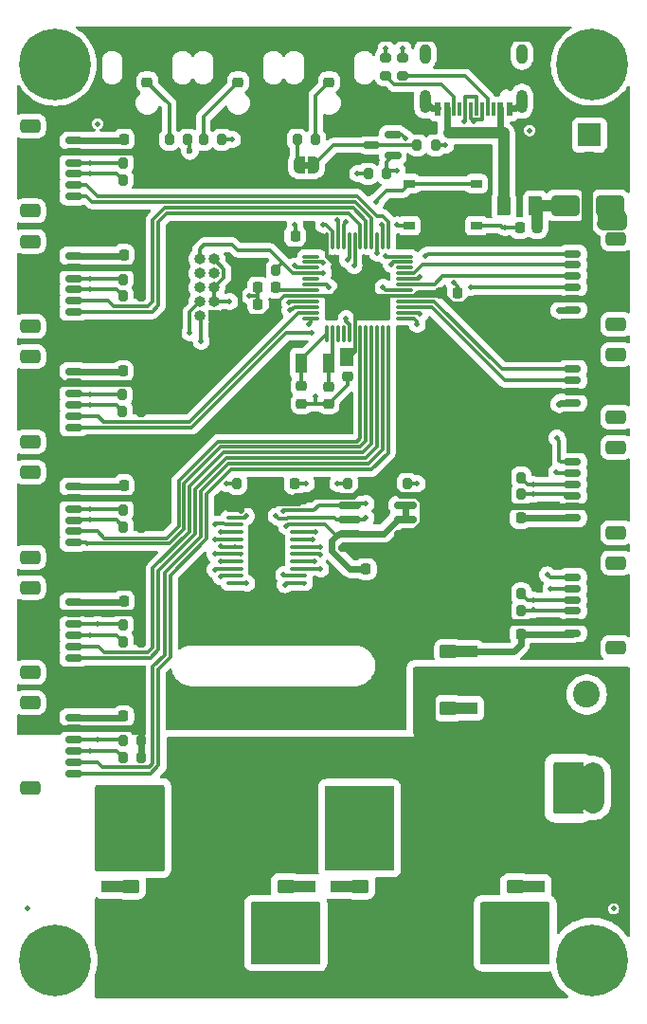
<source format=gtl>
%TF.GenerationSoftware,KiCad,Pcbnew,8.0.6-8.0.6-0~ubuntu22.04.1*%
%TF.CreationDate,2024-11-21T09:47:24+02:00*%
%TF.ProjectId,SAMD21_Dev_Board,53414d44-3231-45f4-9465-765f426f6172,rev?*%
%TF.SameCoordinates,Original*%
%TF.FileFunction,Copper,L1,Top*%
%TF.FilePolarity,Positive*%
%FSLAX46Y46*%
G04 Gerber Fmt 4.6, Leading zero omitted, Abs format (unit mm)*
G04 Created by KiCad (PCBNEW 8.0.6-8.0.6-0~ubuntu22.04.1) date 2024-11-21 09:47:24*
%MOMM*%
%LPD*%
G01*
G04 APERTURE LIST*
G04 Aperture macros list*
%AMRoundRect*
0 Rectangle with rounded corners*
0 $1 Rounding radius*
0 $2 $3 $4 $5 $6 $7 $8 $9 X,Y pos of 4 corners*
0 Add a 4 corners polygon primitive as box body*
4,1,4,$2,$3,$4,$5,$6,$7,$8,$9,$2,$3,0*
0 Add four circle primitives for the rounded corners*
1,1,$1+$1,$2,$3*
1,1,$1+$1,$4,$5*
1,1,$1+$1,$6,$7*
1,1,$1+$1,$8,$9*
0 Add four rect primitives between the rounded corners*
20,1,$1+$1,$2,$3,$4,$5,0*
20,1,$1+$1,$4,$5,$6,$7,0*
20,1,$1+$1,$6,$7,$8,$9,0*
20,1,$1+$1,$8,$9,$2,$3,0*%
%AMFreePoly0*
4,1,19,0.500000,-0.750000,0.000000,-0.750000,0.000000,-0.744911,-0.071157,-0.744911,-0.207708,-0.704816,-0.327430,-0.627875,-0.420627,-0.520320,-0.479746,-0.390866,-0.500000,-0.250000,-0.500000,0.250000,-0.479746,0.390866,-0.420627,0.520320,-0.327430,0.627875,-0.207708,0.704816,-0.071157,0.744911,0.000000,0.744911,0.000000,0.750000,0.500000,0.750000,0.500000,-0.750000,0.500000,-0.750000,
$1*%
%AMFreePoly1*
4,1,19,0.000000,0.744911,0.071157,0.744911,0.207708,0.704816,0.327430,0.627875,0.420627,0.520320,0.479746,0.390866,0.500000,0.250000,0.500000,-0.250000,0.479746,-0.390866,0.420627,-0.520320,0.327430,-0.627875,0.207708,-0.704816,0.071157,-0.744911,0.000000,-0.744911,0.000000,-0.750000,-0.500000,-0.750000,-0.500000,0.750000,0.000000,0.750000,0.000000,0.744911,0.000000,0.744911,
$1*%
G04 Aperture macros list end*
%TA.AperFunction,EtchedComponent*%
%ADD10C,0.000000*%
%TD*%
%TA.AperFunction,SMDPad,CuDef*%
%ADD11RoundRect,0.225000X-0.225000X-0.250000X0.225000X-0.250000X0.225000X0.250000X-0.225000X0.250000X0*%
%TD*%
%TA.AperFunction,SMDPad,CuDef*%
%ADD12RoundRect,0.150000X0.825000X0.150000X-0.825000X0.150000X-0.825000X-0.150000X0.825000X-0.150000X0*%
%TD*%
%TA.AperFunction,ComponentPad*%
%ADD13C,6.400000*%
%TD*%
%TA.AperFunction,SMDPad,CuDef*%
%ADD14RoundRect,0.200000X0.200000X0.275000X-0.200000X0.275000X-0.200000X-0.275000X0.200000X-0.275000X0*%
%TD*%
%TA.AperFunction,SMDPad,CuDef*%
%ADD15RoundRect,0.150000X-0.625000X0.150000X-0.625000X-0.150000X0.625000X-0.150000X0.625000X0.150000X0*%
%TD*%
%TA.AperFunction,SMDPad,CuDef*%
%ADD16RoundRect,0.250000X-0.650000X0.350000X-0.650000X-0.350000X0.650000X-0.350000X0.650000X0.350000X0*%
%TD*%
%TA.AperFunction,SMDPad,CuDef*%
%ADD17RoundRect,0.200000X-0.200000X-0.275000X0.200000X-0.275000X0.200000X0.275000X-0.200000X0.275000X0*%
%TD*%
%TA.AperFunction,SMDPad,CuDef*%
%ADD18RoundRect,0.150000X0.625000X-0.150000X0.625000X0.150000X-0.625000X0.150000X-0.625000X-0.150000X0*%
%TD*%
%TA.AperFunction,SMDPad,CuDef*%
%ADD19RoundRect,0.250000X0.650000X-0.350000X0.650000X0.350000X-0.650000X0.350000X-0.650000X-0.350000X0*%
%TD*%
%TA.AperFunction,SMDPad,CuDef*%
%ADD20RoundRect,0.250000X1.000000X0.650000X-1.000000X0.650000X-1.000000X-0.650000X1.000000X-0.650000X0*%
%TD*%
%TA.AperFunction,SMDPad,CuDef*%
%ADD21FreePoly0,180.000000*%
%TD*%
%TA.AperFunction,SMDPad,CuDef*%
%ADD22FreePoly1,180.000000*%
%TD*%
%TA.AperFunction,SMDPad,CuDef*%
%ADD23C,0.500000*%
%TD*%
%TA.AperFunction,SMDPad,CuDef*%
%ADD24RoundRect,0.225000X0.250000X-0.225000X0.250000X0.225000X-0.250000X0.225000X-0.250000X-0.225000X0*%
%TD*%
%TA.AperFunction,ComponentPad*%
%ADD25R,2.100000X2.100000*%
%TD*%
%TA.AperFunction,ComponentPad*%
%ADD26C,2.100000*%
%TD*%
%TA.AperFunction,SMDPad,CuDef*%
%ADD27RoundRect,0.075000X0.075000X-0.662500X0.075000X0.662500X-0.075000X0.662500X-0.075000X-0.662500X0*%
%TD*%
%TA.AperFunction,SMDPad,CuDef*%
%ADD28RoundRect,0.075000X0.662500X-0.075000X0.662500X0.075000X-0.662500X0.075000X-0.662500X-0.075000X0*%
%TD*%
%TA.AperFunction,SMDPad,CuDef*%
%ADD29R,1.900000X1.000000*%
%TD*%
%TA.AperFunction,ComponentPad*%
%ADD30RoundRect,0.250000X0.550000X0.350000X-0.550000X0.350000X-0.550000X-0.350000X0.550000X-0.350000X0*%
%TD*%
%TA.AperFunction,SMDPad,CuDef*%
%ADD31RoundRect,0.225000X0.225000X0.250000X-0.225000X0.250000X-0.225000X-0.250000X0.225000X-0.250000X0*%
%TD*%
%TA.AperFunction,SMDPad,CuDef*%
%ADD32RoundRect,0.218750X0.256250X-0.218750X0.256250X0.218750X-0.256250X0.218750X-0.256250X-0.218750X0*%
%TD*%
%TA.AperFunction,SMDPad,CuDef*%
%ADD33R,0.600000X1.240000*%
%TD*%
%TA.AperFunction,SMDPad,CuDef*%
%ADD34R,0.300000X1.240000*%
%TD*%
%TA.AperFunction,ComponentPad*%
%ADD35O,1.000000X2.100000*%
%TD*%
%TA.AperFunction,ComponentPad*%
%ADD36O,1.000000X1.800000*%
%TD*%
%TA.AperFunction,ComponentPad*%
%ADD37R,2.400000X2.400000*%
%TD*%
%TA.AperFunction,ComponentPad*%
%ADD38C,2.400000*%
%TD*%
%TA.AperFunction,ComponentPad*%
%ADD39R,1.000000X1.000000*%
%TD*%
%TA.AperFunction,ComponentPad*%
%ADD40O,1.000000X1.000000*%
%TD*%
%TA.AperFunction,SMDPad,CuDef*%
%ADD41RoundRect,0.100000X-0.637500X-0.100000X0.637500X-0.100000X0.637500X0.100000X-0.637500X0.100000X0*%
%TD*%
%TA.AperFunction,SMDPad,CuDef*%
%ADD42RoundRect,0.250000X0.550000X-1.412500X0.550000X1.412500X-0.550000X1.412500X-0.550000X-1.412500X0*%
%TD*%
%TA.AperFunction,SMDPad,CuDef*%
%ADD43RoundRect,0.150000X0.587500X0.150000X-0.587500X0.150000X-0.587500X-0.150000X0.587500X-0.150000X0*%
%TD*%
%TA.AperFunction,SMDPad,CuDef*%
%ADD44RoundRect,0.200000X0.275000X-0.200000X0.275000X0.200000X-0.275000X0.200000X-0.275000X-0.200000X0*%
%TD*%
%TA.AperFunction,SMDPad,CuDef*%
%ADD45R,1.000000X1.800000*%
%TD*%
%TA.AperFunction,SMDPad,CuDef*%
%ADD46RoundRect,0.250000X-0.375000X-0.625000X0.375000X-0.625000X0.375000X0.625000X-0.375000X0.625000X0*%
%TD*%
%TA.AperFunction,SMDPad,CuDef*%
%ADD47R,1.000000X0.750000*%
%TD*%
%TA.AperFunction,ViaPad*%
%ADD48C,0.500000*%
%TD*%
%TA.AperFunction,ViaPad*%
%ADD49C,0.600000*%
%TD*%
%TA.AperFunction,Conductor*%
%ADD50C,0.600000*%
%TD*%
%TA.AperFunction,Conductor*%
%ADD51C,0.300000*%
%TD*%
%TA.AperFunction,Conductor*%
%ADD52C,1.000000*%
%TD*%
%TA.AperFunction,Conductor*%
%ADD53C,2.000000*%
%TD*%
G04 APERTURE END LIST*
D10*
%TA.AperFunction,EtchedComponent*%
%TO.C,JP1*%
G36*
X108708000Y-62784000D02*
G01*
X108208000Y-62784000D01*
X108208000Y-62184000D01*
X108708000Y-62184000D01*
X108708000Y-62784000D01*
G37*
%TD.AperFunction*%
%TD*%
D11*
%TO.P,C14,1*%
%TO.N,GND*%
X104127000Y-73406000D03*
%TO.P,C14,2*%
%TO.N,Net-(U3-VDDCORE)*%
X105677000Y-73406000D03*
%TD*%
D12*
%TO.P,U2,1,E0*%
%TO.N,VCC*%
X117283000Y-96647000D03*
%TO.P,U2,2,E1*%
X117283000Y-95377000D03*
%TO.P,U2,3,E2*%
%TO.N,GND*%
X117283000Y-94107000D03*
%TO.P,U2,4,VSS*%
X117283000Y-92837000D03*
%TO.P,U2,5,SDA*%
%TO.N,I2C_SDA*%
X112333000Y-92837000D03*
%TO.P,U2,6,SCL*%
%TO.N,I2C_SCL*%
X112333000Y-94107000D03*
%TO.P,U2,7,~{WC}*%
%TO.N,GND*%
X112333000Y-95377000D03*
%TO.P,U2,8,VCC*%
%TO.N,VCC*%
X112333000Y-96647000D03*
%TD*%
D13*
%TO.P,REF\u002A\u002A,1*%
%TO.N,N/C*%
X86000000Y-53500000D03*
%TD*%
D14*
%TO.P,R17,1*%
%TO.N,VCC*%
X93725000Y-93284000D03*
%TO.P,R17,2*%
%TO.N,SDA3*%
X92075000Y-93284000D03*
%TD*%
D15*
%TO.P,J12,1,Pin_1*%
%TO.N,GND*%
X87651000Y-101500000D03*
%TO.P,J12,2,Pin_2*%
%TO.N,VCC*%
X87651000Y-102500000D03*
%TO.P,J12,3,Pin_3*%
%TO.N,SDA4*%
X87651000Y-103500000D03*
%TO.P,J12,4,Pin_4*%
%TO.N,SCL4*%
X87651000Y-104500000D03*
%TO.P,J12,5,Pin_5*%
%TO.N,A3*%
X87651000Y-105500000D03*
%TO.P,J12,6,Pin_6*%
%TO.N,A4*%
X87651000Y-106500000D03*
D16*
%TO.P,J12,MP*%
%TO.N,N/C*%
X83776000Y-100200000D03*
X83776000Y-107800000D03*
%TD*%
D11*
%TO.P,C1,1*%
%TO.N,VCC*%
X105845000Y-90932000D03*
%TO.P,C1,2*%
%TO.N,GND*%
X107395000Y-90932000D03*
%TD*%
D17*
%TO.P,R11,1*%
%TO.N,VCC*%
X126000000Y-102250000D03*
%TO.P,R11,2*%
%TO.N,SDA6*%
X127650000Y-102250000D03*
%TD*%
D18*
%TO.P,J10,1,Pin_1*%
%TO.N,GND*%
X132250000Y-104300000D03*
%TO.P,J10,2,Pin_2*%
%TO.N,VCC*%
X132250000Y-103300000D03*
%TO.P,J10,3,Pin_3*%
%TO.N,SDA6*%
X132250000Y-102300000D03*
%TO.P,J10,4,Pin_4*%
%TO.N,SCL6*%
X132250000Y-101300000D03*
%TO.P,J10,5,Pin_5*%
%TO.N,D4*%
X132250000Y-100300000D03*
%TO.P,J10,6,Pin_6*%
%TO.N,D3*%
X132250000Y-99300000D03*
D19*
%TO.P,J10,MP*%
%TO.N,N/C*%
X136125000Y-105600000D03*
X136125000Y-98000000D03*
%TD*%
D14*
%TO.P,R7,1*%
%TO.N,VCC*%
X93725000Y-62300000D03*
%TO.P,R7,2*%
%TO.N,SDA0*%
X92075000Y-62300000D03*
%TD*%
D17*
%TO.P,R5,1*%
%TO.N,VCC*%
X126000000Y-91900000D03*
%TO.P,R5,2*%
%TO.N,SDA7*%
X127650000Y-91900000D03*
%TD*%
D20*
%TO.P,D5,1,K*%
%TO.N,VDC*%
X135600000Y-66100000D03*
%TO.P,D5,2,A*%
%TO.N,Net-(D5-A)*%
X131600000Y-66100000D03*
%TD*%
D21*
%TO.P,JP1,1,A*%
%TO.N,Net-(JP1-A)*%
X109108000Y-62484000D03*
D22*
%TO.P,JP1,2,B*%
%TO.N,Net-(JP1-B)*%
X107808000Y-62484000D03*
%TD*%
D23*
%TO.P,REF\u002A\u002A,*%
%TO.N,*%
X89800000Y-58800000D03*
%TD*%
D13*
%TO.P,REF\u002A\u002A,1*%
%TO.N,N/C*%
X134000000Y-53500000D03*
%TD*%
D24*
%TO.P,C12,1*%
%TO.N,GND*%
X108030000Y-83781000D03*
%TO.P,C12,2*%
%TO.N,Net-(U3-PA00)*%
X108030000Y-82231000D03*
%TD*%
D18*
%TO.P,J8,1,Pin_1*%
%TO.N,GND*%
X132250000Y-75400000D03*
%TO.P,J8,2,Pin_2*%
%TO.N,VCC*%
X132250000Y-74400000D03*
%TO.P,J8,3,Pin_3*%
%TO.N,D10{slash}SPI_SS*%
X132250000Y-73400000D03*
%TO.P,J8,4,Pin_4*%
%TO.N,SPI_MOSI*%
X132250000Y-72400000D03*
%TO.P,J8,5,Pin_5*%
%TO.N,SPI_MISO*%
X132250000Y-71400000D03*
%TO.P,J8,6,Pin_6*%
%TO.N,SPI_SCK*%
X132250000Y-70400000D03*
D19*
%TO.P,J8,MP*%
%TO.N,N/C*%
X136125000Y-76700000D03*
X136125000Y-69100000D03*
%TD*%
D14*
%TO.P,R6,1*%
%TO.N,VCC*%
X93725000Y-63800000D03*
%TO.P,R6,2*%
%TO.N,SCL0*%
X92075000Y-63800000D03*
%TD*%
%TO.P,R14,1*%
%TO.N,VCC*%
X93725000Y-115400000D03*
%TO.P,R14,2*%
%TO.N,SCL5*%
X92075000Y-115400000D03*
%TD*%
D25*
%TO.P,J17,1,Pin_1*%
%TO.N,Net-(J17-Pin_1)*%
X133750000Y-59800000D03*
D26*
%TO.P,J17,2,Pin_2*%
%TO.N,VCC*%
X133750000Y-62340000D03*
%TD*%
D18*
%TO.P,J9,1,Pin_1*%
%TO.N,GND*%
X132250000Y-94000000D03*
%TO.P,J9,2,Pin_2*%
%TO.N,VCC*%
X132250000Y-93000000D03*
%TO.P,J9,3,Pin_3*%
%TO.N,SDA7*%
X132250000Y-92000000D03*
%TO.P,J9,4,Pin_4*%
%TO.N,SCL7*%
X132250000Y-91000000D03*
%TO.P,J9,5,Pin_5*%
%TO.N,D5*%
X132250000Y-90000000D03*
%TO.P,J9,6,Pin_6*%
%TO.N,D2*%
X132250000Y-89000000D03*
D19*
%TO.P,J9,MP*%
%TO.N,N/C*%
X136125000Y-95300000D03*
X136125000Y-87700000D03*
%TD*%
D27*
%TO.P,U3,1,PA00*%
%TO.N,Net-(U3-PA00)*%
X110280000Y-77568500D03*
%TO.P,U3,2,PA01*%
%TO.N,Net-(U3-PA01)*%
X110780000Y-77568500D03*
%TO.P,U3,3,PA02*%
%TO.N,A0*%
X111280000Y-77568500D03*
%TO.P,U3,4,PA03*%
%TO.N,AREF*%
X111780000Y-77568500D03*
%TO.P,U3,5,GNDANA*%
%TO.N,GND*%
X112280000Y-77568500D03*
%TO.P,U3,6,VDDANA*%
%TO.N,VCC*%
X112780000Y-77568500D03*
%TO.P,U3,7,PB08*%
%TO.N,A1*%
X113280000Y-77568500D03*
%TO.P,U3,8,PB09*%
%TO.N,A2*%
X113780000Y-77568500D03*
%TO.P,U3,9,PA04*%
%TO.N,A3*%
X114280000Y-77568500D03*
%TO.P,U3,10,PA05*%
%TO.N,A4*%
X114780000Y-77568500D03*
%TO.P,U3,11,PA06*%
%TO.N,D8*%
X115280000Y-77568500D03*
%TO.P,U3,12,PA07*%
%TO.N,D9*%
X115780000Y-77568500D03*
D28*
%TO.P,U3,13,PA08*%
%TO.N,D4*%
X117192500Y-76156000D03*
%TO.P,U3,14,PA09*%
%TO.N,D3*%
X117192500Y-75656000D03*
%TO.P,U3,15,PA10*%
%TO.N,D1{slash}TX*%
X117192500Y-75156000D03*
%TO.P,U3,16,PA11*%
%TO.N,D0{slash}RX*%
X117192500Y-74656000D03*
%TO.P,U3,17,VDDIO*%
%TO.N,VCC*%
X117192500Y-74156000D03*
%TO.P,U3,18,GND*%
%TO.N,GND*%
X117192500Y-73656000D03*
%TO.P,U3,19,PB10*%
%TO.N,SPI_MOSI*%
X117192500Y-73156000D03*
%TO.P,U3,20,PB11*%
%TO.N,SPI_SCK*%
X117192500Y-72656000D03*
%TO.P,U3,21,PA12*%
%TO.N,SPI_MISO*%
X117192500Y-72156000D03*
%TO.P,U3,22,PA13*%
%TO.N,D38*%
X117192500Y-71656000D03*
%TO.P,U3,23,PA14*%
%TO.N,D2*%
X117192500Y-71156000D03*
%TO.P,U3,24,PA15*%
%TO.N,D5*%
X117192500Y-70656000D03*
D27*
%TO.P,U3,25,PA16*%
%TO.N,D11*%
X115780000Y-69243500D03*
%TO.P,U3,26,PA17*%
%TO.N,D13*%
X115280000Y-69243500D03*
%TO.P,U3,27,PA18*%
%TO.N,D10{slash}SPI_SS*%
X114780000Y-69243500D03*
%TO.P,U3,28,PA19*%
%TO.N,D12*%
X114280000Y-69243500D03*
%TO.P,U3,29,PA20*%
%TO.N,D6*%
X113780000Y-69243500D03*
%TO.P,U3,30,PA21*%
%TO.N,D7*%
X113280000Y-69243500D03*
%TO.P,U3,31,PA22*%
%TO.N,I2C_SDA*%
X112780000Y-69243500D03*
%TO.P,U3,32,PA23*%
%TO.N,I2C_SCL*%
X112280000Y-69243500D03*
%TO.P,U3,33,PA24*%
%TO.N,USB_D-*%
X111780000Y-69243500D03*
%TO.P,U3,34,PA25*%
%TO.N,USB_D+*%
X111280000Y-69243500D03*
%TO.P,U3,35,GND*%
%TO.N,GND*%
X110780000Y-69243500D03*
%TO.P,U3,36,VDDIO*%
%TO.N,VCC*%
X110280000Y-69243500D03*
D28*
%TO.P,U3,37,PB22*%
%TO.N,D30*%
X108867500Y-70656000D03*
%TO.P,U3,38,PB23*%
%TO.N,D31*%
X108867500Y-71156000D03*
%TO.P,U3,39,PA27*%
%TO.N,TX_LED*%
X108867500Y-71656000D03*
%TO.P,U3,40,~{RESET}*%
%TO.N,RESET*%
X108867500Y-72156000D03*
%TO.P,U3,41,PA28*%
%TO.N,unconnected-(U3-PA28-Pad41)*%
X108867500Y-72656000D03*
%TO.P,U3,42,GND*%
%TO.N,GND*%
X108867500Y-73156000D03*
%TO.P,U3,43,VDDCORE*%
%TO.N,Net-(U3-VDDCORE)*%
X108867500Y-73656000D03*
%TO.P,U3,44,VDDIN*%
%TO.N,VCC*%
X108867500Y-74156000D03*
%TO.P,U3,45,PA30*%
%TO.N,SWCLK*%
X108867500Y-74656000D03*
%TO.P,U3,46,PA31*%
%TO.N,SWDIO*%
X108867500Y-75156000D03*
%TO.P,U3,47,PB02*%
%TO.N,A5*%
X108867500Y-75656000D03*
%TO.P,U3,48,PB03*%
%TO.N,RX_LED*%
X108867500Y-76156000D03*
%TD*%
D14*
%TO.P,R24,1*%
%TO.N,TX_LED*%
X100901000Y-60198000D03*
%TO.P,R24,2*%
%TO.N,Net-(D3-K)*%
X99251000Y-60198000D03*
%TD*%
D29*
%TO.P,J3,1,Pin_1*%
%TO.N,unconnected-(J3-Pin_1-Pad1)_1*%
X122808000Y-110998000D03*
D30*
%TO.N,unconnected-(J3-Pin_1-Pad1)*%
X121158000Y-110998000D03*
%TO.P,J3,2,Pin_2*%
%TO.N,VDC*%
X121158000Y-108458000D03*
D29*
X119508000Y-108458000D03*
%TO.P,J3,3,Pin_3*%
%TO.N,GND*%
X122808000Y-105918000D03*
D30*
X121158000Y-105918000D03*
%TO.P,J3,4,Pin_4*%
%TO.N,VCC*%
X121158000Y-103378000D03*
D29*
X119508000Y-103378000D03*
%TD*%
D11*
%TO.P,C9,1*%
%TO.N,GND*%
X92125000Y-91084000D03*
%TO.P,C9,2*%
%TO.N,VCC*%
X93675000Y-91084000D03*
%TD*%
D14*
%TO.P,R19,1*%
%TO.N,VCC*%
X93725000Y-103528000D03*
%TO.P,R19,2*%
%TO.N,SDA4*%
X92075000Y-103528000D03*
%TD*%
%TO.P,R13,1*%
%TO.N,VCC*%
X93676000Y-82984000D03*
%TO.P,R13,2*%
%TO.N,SDA2*%
X92026000Y-82984000D03*
%TD*%
D30*
%TO.P,J5,1,Pin_1*%
%TO.N,VDC*%
X113215000Y-131980000D03*
D29*
X111565000Y-131980000D03*
%TO.P,J5,2,Pin_2*%
X114865000Y-129440000D03*
D30*
X113215000Y-129440000D03*
%TO.P,J5,3,Pin_3*%
%TO.N,unconnected-(J5-Pin_3-Pad3)*%
X113215000Y-126900000D03*
D29*
%TO.N,unconnected-(J5-Pin_3-Pad3)_1*%
X111565000Y-126900000D03*
%TO.P,J5,4,Pin_4*%
%TO.N,GND*%
X114865000Y-124360000D03*
D30*
X113215000Y-124360000D03*
%TO.P,J5,5,Pin_5*%
X113215000Y-121820000D03*
D29*
X111565000Y-121820000D03*
%TD*%
D15*
%TO.P,J16,1,Pin_1*%
%TO.N,GND*%
X87651000Y-91200000D03*
%TO.P,J16,2,Pin_2*%
%TO.N,VCC*%
X87651000Y-92200000D03*
%TO.P,J16,3,Pin_3*%
%TO.N,SDA3*%
X87651000Y-93200000D03*
%TO.P,J16,4,Pin_4*%
%TO.N,SCL3*%
X87651000Y-94200000D03*
%TO.P,J16,5,Pin_5*%
%TO.N,A1*%
X87651000Y-95200000D03*
%TO.P,J16,6,Pin_6*%
%TO.N,A2*%
X87651000Y-96200000D03*
D16*
%TO.P,J16,MP*%
%TO.N,N/C*%
X83776000Y-89900000D03*
X83776000Y-97500000D03*
%TD*%
D23*
%TO.P,REF\u002A\u002A,*%
%TO.N,*%
X83500000Y-128900000D03*
%TD*%
D31*
%TO.P,C2,1*%
%TO.N,VCC*%
X115329000Y-98552000D03*
%TO.P,C2,2*%
%TO.N,GND*%
X113779000Y-98552000D03*
%TD*%
D11*
%TO.P,C10,1*%
%TO.N,GND*%
X92125000Y-101428000D03*
%TO.P,C10,2*%
%TO.N,VCC*%
X93675000Y-101428000D03*
%TD*%
D14*
%TO.P,R12,1*%
%TO.N,VCC*%
X93676000Y-84484000D03*
%TO.P,R12,2*%
%TO.N,SCL2*%
X92026000Y-84484000D03*
%TD*%
D24*
%TO.P,C13,1*%
%TO.N,GND*%
X110430000Y-83806000D03*
%TO.P,C13,2*%
%TO.N,Net-(U3-PA01)*%
X110430000Y-82256000D03*
%TD*%
D32*
%TO.P,D4,1,K*%
%TO.N,Net-(D4-K)*%
X94234000Y-55076501D03*
%TO.P,D4,2,A*%
%TO.N,VCC*%
X94234000Y-53501501D03*
%TD*%
D11*
%TO.P,C16,1*%
%TO.N,GND*%
X107448500Y-68813000D03*
%TO.P,C16,2*%
%TO.N,VCC*%
X108998500Y-68813000D03*
%TD*%
D14*
%TO.P,R25,1*%
%TO.N,RX_LED*%
X97853000Y-60198000D03*
%TO.P,R25,2*%
%TO.N,Net-(D4-K)*%
X96203000Y-60198000D03*
%TD*%
D33*
%TO.P,J2,A1,GND*%
%TO.N,GND*%
X126600000Y-57465000D03*
%TO.P,J2,A4,VBUS*%
%TO.N,Net-(F1-Pad1)*%
X125800000Y-57465000D03*
D34*
%TO.P,J2,A5,CC1*%
%TO.N,Net-(J2-CC1)*%
X124650000Y-57465000D03*
%TO.P,J2,A6,D+*%
%TO.N,USB_D+*%
X123650000Y-57465000D03*
%TO.P,J2,A7,D-*%
%TO.N,USB_D-*%
X123150000Y-57465000D03*
%TO.P,J2,A8,SBU1*%
%TO.N,unconnected-(J2-SBU1-PadA8)*%
X122150000Y-57465000D03*
D33*
%TO.P,J2,A9,VBUS*%
%TO.N,Net-(F1-Pad1)*%
X121000000Y-57465000D03*
%TO.P,J2,A12,GND*%
%TO.N,GND*%
X120200000Y-57465000D03*
%TO.P,J2,B1,GND*%
X120200000Y-57465000D03*
%TO.P,J2,B4,VBUS*%
%TO.N,Net-(F1-Pad1)*%
X121000000Y-57465000D03*
D34*
%TO.P,J2,B5,CC2*%
%TO.N,Net-(J2-CC2)*%
X121650000Y-57465000D03*
%TO.P,J2,B6,D+*%
%TO.N,USB_D+*%
X122650000Y-57465000D03*
%TO.P,J2,B7,D-*%
%TO.N,USB_D-*%
X124150000Y-57465000D03*
%TO.P,J2,B8,SBU2*%
%TO.N,unconnected-(J2-SBU2-PadB8)*%
X125150000Y-57465000D03*
D33*
%TO.P,J2,B9,VBUS*%
%TO.N,Net-(F1-Pad1)*%
X125800000Y-57465000D03*
%TO.P,J2,B12,GND*%
%TO.N,GND*%
X126600000Y-57465000D03*
D35*
%TO.P,J2,S1,SHIELD*%
X127720000Y-56790000D03*
D36*
X127720000Y-52590000D03*
D35*
X119080000Y-56790000D03*
D36*
X119080000Y-52590000D03*
%TD*%
D14*
%TO.P,R8,1*%
%TO.N,VCC*%
X93724394Y-74200000D03*
%TO.P,R8,2*%
%TO.N,SCL1*%
X92074394Y-74200000D03*
%TD*%
%TO.P,R9,1*%
%TO.N,VCC*%
X93724394Y-72700000D03*
%TO.P,R9,2*%
%TO.N,SDA1*%
X92074394Y-72700000D03*
%TD*%
D23*
%TO.P,REF\u002A\u002A,*%
%TO.N,*%
X128400000Y-59400000D03*
%TD*%
D17*
%TO.P,R20,1*%
%TO.N,VCC*%
X104077000Y-71882000D03*
%TO.P,R20,2*%
%TO.N,RESET*%
X105727000Y-71882000D03*
%TD*%
D37*
%TO.P,J18,1,Pin_1*%
%TO.N,VDC*%
X133504000Y-113256000D03*
D38*
%TO.P,J18,2,Pin_2*%
%TO.N,GND*%
X133504000Y-109756000D03*
%TD*%
D11*
%TO.P,C8,1*%
%TO.N,GND*%
X92100000Y-111700000D03*
%TO.P,C8,2*%
%TO.N,VCC*%
X93650000Y-111700000D03*
%TD*%
D13*
%TO.P,REF\u002A\u002A,1*%
%TO.N,N/C*%
X134000000Y-133500000D03*
%TD*%
D14*
%TO.P,R15,1*%
%TO.N,VCC*%
X93725000Y-113900000D03*
%TO.P,R15,2*%
%TO.N,SDA5*%
X92075000Y-113900000D03*
%TD*%
D17*
%TO.P,R23,1*%
%TO.N,Net-(JP1-B)*%
X107633000Y-60198000D03*
%TO.P,R23,2*%
%TO.N,Net-(D2-K)*%
X109283000Y-60198000D03*
%TD*%
D32*
%TO.P,D3,1,K*%
%TO.N,Net-(D3-K)*%
X102362000Y-55076501D03*
%TO.P,D3,2,A*%
%TO.N,VCC*%
X102362000Y-53501501D03*
%TD*%
D11*
%TO.P,C4,1*%
%TO.N,GND*%
X92125000Y-60200000D03*
%TO.P,C4,2*%
%TO.N,VCC*%
X93675000Y-60200000D03*
%TD*%
D39*
%TO.P,J1,1,VTref*%
%TO.N,VCC*%
X100193000Y-75956000D03*
D40*
%TO.P,J1,2,SWDIO/TMS*%
%TO.N,SWDIO*%
X98923000Y-75956000D03*
%TO.P,J1,3,GND*%
%TO.N,GND*%
X100193000Y-74686000D03*
%TO.P,J1,4,SWCLK/TCK*%
%TO.N,SWCLK*%
X98923000Y-74686000D03*
%TO.P,J1,5,GND*%
%TO.N,GND*%
X100193000Y-73416000D03*
%TO.P,J1,6,SWO/TDO*%
%TO.N,unconnected-(J1-SWO{slash}TDO-Pad6)*%
X98923000Y-73416000D03*
%TO.P,J1,7,KEY*%
%TO.N,unconnected-(J1-KEY-Pad7)*%
X100193000Y-72146000D03*
%TO.P,J1,8,NC/TDI*%
%TO.N,unconnected-(J1-NC{slash}TDI-Pad8)*%
X98923000Y-72146000D03*
%TO.P,J1,9,GNDDetect*%
%TO.N,GND*%
X100193000Y-70876000D03*
%TO.P,J1,10,~{RESET}*%
%TO.N,RESET*%
X98923000Y-70876000D03*
%TD*%
D14*
%TO.P,R2,1*%
%TO.N,VCC*%
X113792000Y-90932000D03*
%TO.P,R2,2*%
%TO.N,I2C_SDA*%
X112142000Y-90932000D03*
%TD*%
D18*
%TO.P,J7,1,Pin_1*%
%TO.N,GND*%
X132250000Y-83700000D03*
%TO.P,J7,2,Pin_2*%
%TO.N,VCC*%
X132250000Y-82700000D03*
%TO.P,J7,3,Pin_3*%
%TO.N,D1{slash}TX*%
X132250000Y-81700000D03*
%TO.P,J7,4,Pin_4*%
%TO.N,D0{slash}RX*%
X132250000Y-80700000D03*
D19*
%TO.P,J7,MP*%
%TO.N,N/C*%
X136125000Y-85000000D03*
X136125000Y-79400000D03*
%TD*%
D11*
%TO.P,C7,1*%
%TO.N,GND*%
X92076000Y-80884000D03*
%TO.P,C7,2*%
%TO.N,VCC*%
X93626000Y-80884000D03*
%TD*%
D41*
%TO.P,U1,1,A0*%
%TO.N,VCC*%
X102040000Y-92660000D03*
%TO.P,U1,2,A1*%
X102040000Y-93310000D03*
%TO.P,U1,3,~{RESET}*%
%TO.N,Net-(U1-~{RESET})*%
X102040000Y-93960000D03*
%TO.P,U1,4,SD0*%
%TO.N,SDA0*%
X102040000Y-94610000D03*
%TO.P,U1,5,SC0*%
%TO.N,SCL0*%
X102040000Y-95260000D03*
%TO.P,U1,6,SD1*%
%TO.N,SDA1*%
X102040000Y-95910000D03*
%TO.P,U1,7,SC1*%
%TO.N,SCL1*%
X102040000Y-96560000D03*
%TO.P,U1,8,SD2*%
%TO.N,SDA2*%
X102040000Y-97210000D03*
%TO.P,U1,9,SC2*%
%TO.N,SCL2*%
X102040000Y-97860000D03*
%TO.P,U1,10,SD3*%
%TO.N,SDA3*%
X102040000Y-98510000D03*
%TO.P,U1,11,SC3*%
%TO.N,SCL3*%
X102040000Y-99160000D03*
%TO.P,U1,12,GND*%
%TO.N,GND*%
X102040000Y-99810000D03*
%TO.P,U1,13,SD4*%
%TO.N,SDA4*%
X107765000Y-99810000D03*
%TO.P,U1,14,SC4*%
%TO.N,SCL4*%
X107765000Y-99160000D03*
%TO.P,U1,15,SD5*%
%TO.N,SDA5*%
X107765000Y-98510000D03*
%TO.P,U1,16,SC5*%
%TO.N,SCL5*%
X107765000Y-97860000D03*
%TO.P,U1,17,SD6*%
%TO.N,SDA6*%
X107765000Y-97210000D03*
%TO.P,U1,18,SC6*%
%TO.N,SCL6*%
X107765000Y-96560000D03*
%TO.P,U1,19,SD7*%
%TO.N,SDA7*%
X107765000Y-95910000D03*
%TO.P,U1,20,SC7*%
%TO.N,SCL7*%
X107765000Y-95260000D03*
%TO.P,U1,21,A2*%
%TO.N,GND*%
X107765000Y-94610000D03*
%TO.P,U1,22,SCL*%
%TO.N,I2C_SCL*%
X107765000Y-93960000D03*
%TO.P,U1,23,SDA*%
%TO.N,I2C_SDA*%
X107765000Y-93310000D03*
%TO.P,U1,24,VCC*%
%TO.N,VCC*%
X107765000Y-92660000D03*
%TD*%
D11*
%TO.P,C5,1*%
%TO.N,GND*%
X92124394Y-70500000D03*
%TO.P,C5,2*%
%TO.N,VCC*%
X93674394Y-70500000D03*
%TD*%
D24*
%TO.P,C17,1*%
%TO.N,GND*%
X112130000Y-81356000D03*
%TO.P,C17,2*%
%TO.N,VCC*%
X112130000Y-79806000D03*
%TD*%
D23*
%TO.P,REF\u002A\u002A,*%
%TO.N,*%
X135900000Y-128900000D03*
%TD*%
D42*
%TO.P,C11,1*%
%TO.N,VDC*%
X134112000Y-123187500D03*
%TO.P,C11,2*%
%TO.N,GND*%
X134112000Y-118112500D03*
%TD*%
D30*
%TO.P,J20,1,Pin_1*%
%TO.N,VDC*%
X92725000Y-131980000D03*
D29*
X91075000Y-131980000D03*
%TO.P,J20,2,Pin_2*%
X94375000Y-129440000D03*
D30*
X92725000Y-129440000D03*
%TO.P,J20,3,Pin_3*%
%TO.N,unconnected-(J20-Pin_3-Pad3)_1*%
X92725000Y-126900000D03*
D29*
%TO.N,unconnected-(J20-Pin_3-Pad3)*%
X91075000Y-126900000D03*
%TO.P,J20,4,Pin_4*%
%TO.N,GND*%
X94375000Y-124360000D03*
D30*
X92725000Y-124360000D03*
%TO.P,J20,5,Pin_5*%
X92725000Y-121820000D03*
D29*
X91075000Y-121820000D03*
%TD*%
D32*
%TO.P,D2,1,K*%
%TO.N,Net-(D2-K)*%
X110490000Y-55076501D03*
%TO.P,D2,2,A*%
%TO.N,VCC*%
X110490000Y-53501501D03*
%TD*%
D17*
%TO.P,R4,1*%
%TO.N,VCC*%
X126000000Y-90400000D03*
%TO.P,R4,2*%
%TO.N,SCL7*%
X127650000Y-90400000D03*
%TD*%
D31*
%TO.P,C18,1*%
%TO.N,GND*%
X121980000Y-73914000D03*
%TO.P,C18,2*%
%TO.N,VCC*%
X120430000Y-73914000D03*
%TD*%
D15*
%TO.P,J14,1,Pin_1*%
%TO.N,GND*%
X87651000Y-70600000D03*
%TO.P,J14,2,Pin_2*%
%TO.N,VCC*%
X87651000Y-71600000D03*
%TO.P,J14,3,Pin_3*%
%TO.N,SDA1*%
X87651000Y-72600000D03*
%TO.P,J14,4,Pin_4*%
%TO.N,SCL1*%
X87651000Y-73600000D03*
%TO.P,J14,5,Pin_5*%
%TO.N,D6*%
X87651000Y-74600000D03*
%TO.P,J14,6,Pin_6*%
%TO.N,D7*%
X87651000Y-75600000D03*
D16*
%TO.P,J14,MP*%
%TO.N,N/C*%
X83776000Y-69300000D03*
X83776000Y-76900000D03*
%TD*%
D43*
%TO.P,Q1,1,G*%
%TO.N,D13*%
X116175000Y-61656000D03*
%TO.P,Q1,2,S*%
%TO.N,GND*%
X116175000Y-59756000D03*
%TO.P,Q1,3,D*%
%TO.N,Net-(JP1-A)*%
X114300000Y-60706000D03*
%TD*%
D13*
%TO.P,REF\u002A\u002A,1*%
%TO.N,N/C*%
X86000000Y-133500000D03*
%TD*%
D11*
%TO.P,C15,1*%
%TO.N,GND*%
X104127000Y-74906000D03*
%TO.P,C15,2*%
%TO.N,VCC*%
X105677000Y-74906000D03*
%TD*%
D31*
%TO.P,C19,1*%
%TO.N,Net-(D5-A)*%
X129075000Y-68100000D03*
%TO.P,C19,2*%
%TO.N,GND*%
X127525000Y-68100000D03*
%TD*%
D44*
%TO.P,R27,1*%
%TO.N,Net-(J2-CC2)*%
X115570000Y-54546000D03*
%TO.P,R27,2*%
%TO.N,GND*%
X115570000Y-52896000D03*
%TD*%
%TO.P,R26,1*%
%TO.N,Net-(J2-CC1)*%
X117070000Y-54546000D03*
%TO.P,R26,2*%
%TO.N,GND*%
X117070000Y-52896000D03*
%TD*%
D17*
%TO.P,R22,1*%
%TO.N,Net-(JP1-A)*%
X118364000Y-60706000D03*
%TO.P,R22,2*%
%TO.N,Net-(J17-Pin_1)*%
X120014000Y-60706000D03*
%TD*%
D14*
%TO.P,R16,1*%
%TO.N,VCC*%
X93725000Y-94784000D03*
%TO.P,R16,2*%
%TO.N,SCL3*%
X92075000Y-94784000D03*
%TD*%
D17*
%TO.P,R1,1*%
%TO.N,VCC*%
X115824000Y-90932000D03*
%TO.P,R1,2*%
%TO.N,I2C_SCL*%
X117474000Y-90932000D03*
%TD*%
%TO.P,R10,1*%
%TO.N,VCC*%
X126000000Y-100750000D03*
%TO.P,R10,2*%
%TO.N,SCL6*%
X127650000Y-100750000D03*
%TD*%
D15*
%TO.P,J11,1,Pin_1*%
%TO.N,GND*%
X87651000Y-111800000D03*
%TO.P,J11,2,Pin_2*%
%TO.N,VCC*%
X87651000Y-112800000D03*
%TO.P,J11,3,Pin_3*%
%TO.N,SDA5*%
X87651000Y-113800000D03*
%TO.P,J11,4,Pin_4*%
%TO.N,SCL5*%
X87651000Y-114800000D03*
%TO.P,J11,5,Pin_5*%
%TO.N,D8*%
X87651000Y-115800000D03*
%TO.P,J11,6,Pin_6*%
%TO.N,D9*%
X87651000Y-116800000D03*
D16*
%TO.P,J11,MP*%
%TO.N,N/C*%
X83776000Y-110500000D03*
X83776000Y-118100000D03*
%TD*%
D45*
%TO.P,Y1,1,1*%
%TO.N,Net-(U3-PA00)*%
X107980000Y-80199000D03*
%TO.P,Y1,2,2*%
%TO.N,Net-(U3-PA01)*%
X110480000Y-80199000D03*
%TD*%
D14*
%TO.P,R21,1*%
%TO.N,D13*%
X115622500Y-63246000D03*
%TO.P,R21,2*%
%TO.N,GND*%
X113972500Y-63246000D03*
%TD*%
D29*
%TO.P,J6,1,Pin_1*%
%TO.N,GND*%
X128815000Y-131980000D03*
D30*
X127165000Y-131980000D03*
%TO.P,J6,2,Pin_2*%
X127165000Y-129440000D03*
D29*
X125515000Y-129440000D03*
%TO.P,J6,3,Pin_3*%
%TO.N,unconnected-(J6-Pin_3-Pad3)*%
X128815000Y-126900000D03*
D30*
%TO.N,unconnected-(J6-Pin_3-Pad3)_1*%
X127165000Y-126900000D03*
%TO.P,J6,4,Pin_4*%
%TO.N,VDC*%
X127165000Y-124360000D03*
D29*
X125515000Y-124360000D03*
%TO.P,J6,5,Pin_5*%
X128815000Y-121820000D03*
D30*
X127165000Y-121820000D03*
%TD*%
D14*
%TO.P,R18,1*%
%TO.N,VCC*%
X93725000Y-105028000D03*
%TO.P,R18,2*%
%TO.N,SCL4*%
X92075000Y-105028000D03*
%TD*%
D31*
%TO.P,C3,1*%
%TO.N,GND*%
X127600000Y-94000000D03*
%TO.P,C3,2*%
%TO.N,VCC*%
X126050000Y-94000000D03*
%TD*%
D15*
%TO.P,J13,1,Pin_1*%
%TO.N,GND*%
X87651000Y-60278000D03*
%TO.P,J13,2,Pin_2*%
%TO.N,VCC*%
X87651000Y-61278000D03*
%TO.P,J13,3,Pin_3*%
%TO.N,SDA0*%
X87651000Y-62278000D03*
%TO.P,J13,4,Pin_4*%
%TO.N,SCL0*%
X87651000Y-63278000D03*
%TO.P,J13,5,Pin_5*%
%TO.N,D11*%
X87651000Y-64278000D03*
%TO.P,J13,6,Pin_6*%
%TO.N,D12*%
X87651000Y-65278000D03*
D16*
%TO.P,J13,MP*%
%TO.N,N/C*%
X83776000Y-58978000D03*
X83776000Y-66578000D03*
%TD*%
D17*
%TO.P,R3,1*%
%TO.N,Net-(U1-~{RESET})*%
X102239000Y-90932000D03*
%TO.P,R3,2*%
%TO.N,VCC*%
X103889000Y-90932000D03*
%TD*%
D46*
%TO.P,F1,1*%
%TO.N,Net-(F1-Pad1)*%
X126100000Y-66100000D03*
%TO.P,F1,2*%
%TO.N,Net-(D5-A)*%
X128900000Y-66100000D03*
%TD*%
D15*
%TO.P,J15,1,Pin_1*%
%TO.N,GND*%
X87651000Y-80900000D03*
%TO.P,J15,2,Pin_2*%
%TO.N,VCC*%
X87651000Y-81900000D03*
%TO.P,J15,3,Pin_3*%
%TO.N,SDA2*%
X87651000Y-82900000D03*
%TO.P,J15,4,Pin_4*%
%TO.N,SCL2*%
X87651000Y-83900000D03*
%TO.P,J15,5,Pin_5*%
%TO.N,A5*%
X87651000Y-84900000D03*
%TO.P,J15,6,Pin_6*%
%TO.N,D31*%
X87651000Y-85900000D03*
D16*
%TO.P,J15,MP*%
%TO.N,N/C*%
X83776000Y-79600000D03*
X83776000Y-87200000D03*
%TD*%
D31*
%TO.P,C6,1*%
%TO.N,GND*%
X127600000Y-104350000D03*
%TO.P,C6,2*%
%TO.N,VCC*%
X126050000Y-104350000D03*
%TD*%
D47*
%TO.P,SW1,1,1*%
%TO.N,GND*%
X123650000Y-67905000D03*
X117650000Y-67905000D03*
%TO.P,SW1,2,2*%
%TO.N,RESET*%
X123650000Y-64155000D03*
X117650000Y-64155000D03*
%TD*%
D29*
%TO.P,J4,1,Pin_1*%
%TO.N,GND*%
X108325000Y-131980000D03*
D30*
X106675000Y-131980000D03*
%TO.P,J4,2,Pin_2*%
X106675000Y-129440000D03*
D29*
X105025000Y-129440000D03*
%TO.P,J4,3,Pin_3*%
%TO.N,unconnected-(J4-Pin_3-Pad3)_1*%
X108325000Y-126900000D03*
D30*
%TO.N,unconnected-(J4-Pin_3-Pad3)*%
X106675000Y-126900000D03*
%TO.P,J4,4,Pin_4*%
%TO.N,VDC*%
X106675000Y-124360000D03*
D29*
X105025000Y-124360000D03*
%TO.P,J4,5,Pin_5*%
X108325000Y-121820000D03*
D30*
X106675000Y-121820000D03*
%TD*%
D48*
%TO.N,GND*%
X95404000Y-118872000D03*
X94685000Y-120468000D03*
X109230000Y-83106000D03*
X115216000Y-120408000D03*
X125000000Y-131522000D03*
X117094000Y-52070000D03*
X115216000Y-121170000D03*
X117283000Y-93472000D03*
X129200000Y-128728000D03*
X114902000Y-118900000D03*
X125000000Y-132538000D03*
X132588000Y-116840000D03*
X90485000Y-120468000D03*
X93372000Y-118872000D03*
X94685000Y-121230000D03*
X94388000Y-118872000D03*
X125000000Y-130506000D03*
X112522000Y-98552000D03*
X88899394Y-70600000D03*
X132588000Y-118110000D03*
X104600000Y-133372000D03*
X108800000Y-129816000D03*
X115316000Y-73406000D03*
X88900000Y-111800000D03*
X107442000Y-67818000D03*
X104600000Y-132610000D03*
X115216000Y-122186000D03*
X131064000Y-75438000D03*
X109982000Y-67818000D03*
X90485000Y-124024000D03*
X125000000Y-133300000D03*
X111600000Y-118900000D03*
X110490000Y-73406000D03*
X125730000Y-105918000D03*
X103378000Y-74168000D03*
X106680000Y-94742000D03*
X90485000Y-123008000D03*
X115216000Y-123202000D03*
X111016000Y-122948000D03*
X115918000Y-118900000D03*
X132588000Y-119380000D03*
X110584000Y-118900000D03*
X90485000Y-125040000D03*
X104600000Y-131594000D03*
X112014000Y-76200000D03*
X113886000Y-118900000D03*
X124714000Y-105918000D03*
X112616000Y-118900000D03*
X94685000Y-122246000D03*
X108800000Y-128800000D03*
X113030000Y-63246000D03*
X116586000Y-67818000D03*
X91086000Y-118872000D03*
X129200000Y-133300000D03*
X129200000Y-130760000D03*
X126746000Y-105918000D03*
X104600000Y-130578000D03*
X108458000Y-90932000D03*
X92102000Y-118872000D03*
X94685000Y-123262000D03*
X103124000Y-99822000D03*
X90070000Y-118872000D03*
X89154000Y-60278000D03*
X115570000Y-52070000D03*
X101600000Y-74676000D03*
X108800000Y-130832000D03*
X111016000Y-123964000D03*
X121666000Y-73000000D03*
X88851000Y-80934000D03*
X129200000Y-129744000D03*
X131064000Y-83820000D03*
X88900000Y-101478000D03*
X111016000Y-120408000D03*
X131064000Y-104350000D03*
X131064000Y-94000000D03*
X111016000Y-124980000D03*
X126238000Y-68100000D03*
X88900000Y-91184000D03*
X108800000Y-133372000D03*
X117348000Y-60106000D03*
%TO.N,VDC*%
X135900000Y-121666000D03*
X136600000Y-67800000D03*
X135200000Y-67156000D03*
X135890000Y-124460000D03*
X135900000Y-67156000D03*
X136600000Y-67156000D03*
X135200000Y-67800000D03*
X135890000Y-123190000D03*
X135900000Y-67800000D03*
%TO.N,SWDIO*%
X106993263Y-75465266D03*
X99060000Y-78232000D03*
%TO.N,SWCLK*%
X98044000Y-77470000D03*
X106934000Y-74756000D03*
%TO.N,SDA0*%
X89154000Y-62278000D03*
X100270000Y-94548000D03*
%TO.N,SCL0*%
X100778000Y-95231289D03*
X89154000Y-63250000D03*
%TO.N,SDA1*%
X89154000Y-72600000D03*
X100263564Y-95900000D03*
%TO.N,SCL1*%
X100778000Y-96550000D03*
X89154000Y-73600000D03*
%TO.N,RESET*%
X114666000Y-65786000D03*
X109982000Y-72136000D03*
%TO.N,SDA2*%
X100270000Y-97200000D03*
X89154000Y-82934000D03*
%TO.N,SCL2*%
X89154000Y-83934000D03*
X100778000Y-97850000D03*
%TO.N,SDA3*%
X100270000Y-98597000D03*
X89154000Y-93184000D03*
%TO.N,SCL3*%
X89154000Y-94184000D03*
X100778000Y-99247000D03*
%TO.N,SDA4*%
X106519120Y-99953119D03*
X89754000Y-103478000D03*
%TO.N,SCL4*%
X89154000Y-104478000D03*
X106426000Y-99060000D03*
%TO.N,SDA5*%
X89754000Y-113800000D03*
X109728000Y-98552000D03*
%TO.N,SCL5*%
X109220000Y-97910000D03*
X89154000Y-114800000D03*
%TO.N,SDA6*%
X109668000Y-97282000D03*
X128700000Y-102200000D03*
%TO.N,SCL6*%
X109668000Y-96559997D03*
X128700000Y-101300000D03*
%TO.N,SDA7*%
X128700000Y-91900000D03*
X109033000Y-95910000D03*
%TO.N,SCL7*%
X109223822Y-95236509D03*
X128700000Y-91000000D03*
%TO.N,D10{slash}SPI_SS*%
X114808000Y-70358000D03*
X123190000Y-73406000D03*
%TO.N,Net-(U1-~{RESET})*%
X103114496Y-93845180D03*
X101286000Y-90932000D03*
%TO.N,SPI_SCK*%
X118618000Y-72506000D03*
X119126000Y-70612000D03*
%TO.N,D4*%
X130302000Y-100330000D03*
X118364000Y-76708000D03*
%TO.N,D3*%
X118618000Y-75806000D03*
X130000000Y-99075863D03*
%TO.N,D2*%
X130834299Y-86846248D03*
X116007764Y-71337101D03*
%TO.N,D5*%
X130810000Y-89916000D03*
X115570000Y-70612000D03*
%TO.N,Net-(J17-Pin_1)*%
X120904000Y-60706000D03*
%TO.N,D13*%
X116586000Y-62992000D03*
X115178462Y-67789593D03*
%TO.N,I2C_SCL*%
X113792000Y-93980000D03*
X105743621Y-93835538D03*
X112105384Y-70957384D03*
X118364000Y-90932000D03*
%TO.N,I2C_SDA*%
X111252000Y-90932000D03*
X112705384Y-71452361D03*
X106421058Y-93410000D03*
X113792000Y-92710000D03*
%TO.N,TX_LED*%
X107442000Y-71486000D03*
X101854000Y-60198000D03*
%TO.N,RX_LED*%
X108712000Y-76708000D03*
D49*
X98044000Y-61214000D03*
D48*
%TO.N,USB_D-*%
X123400000Y-58600000D03*
X112014000Y-67564000D03*
%TO.N,USB_D+*%
X122579367Y-58611254D03*
X111179310Y-67402000D03*
%TO.N,D31*%
X108966000Y-77470000D03*
X109926387Y-71234831D03*
%TD*%
D50*
%TO.N,VCC*%
X118872000Y-92964000D02*
X118872000Y-92527606D01*
D51*
X102362000Y-53501501D02*
X102362000Y-50990000D01*
D50*
X93775000Y-60200000D02*
X93775000Y-61200000D01*
X113792000Y-90932000D02*
X115824000Y-90932000D01*
D52*
X133750000Y-62340000D02*
X133604000Y-62486000D01*
D50*
X118872000Y-92527606D02*
X118292394Y-91948000D01*
X104842000Y-92516000D02*
X104936000Y-92610000D01*
X93676000Y-81934000D02*
X93726000Y-81984000D01*
X93625000Y-102478000D02*
X93675000Y-102428000D01*
D51*
X102616000Y-75956000D02*
X104627000Y-75956000D01*
X110756000Y-74156000D02*
X112242735Y-72669265D01*
D50*
X93675000Y-101428000D02*
X93675000Y-102428000D01*
X85916000Y-61278000D02*
X85852000Y-61214000D01*
D51*
X94234000Y-53501501D02*
X94234000Y-50990000D01*
D52*
X85852000Y-61722000D02*
X85852000Y-61214000D01*
D50*
X131000000Y-103300000D02*
X126000000Y-103300000D01*
D52*
X89820000Y-55880000D02*
X91694000Y-55880000D01*
D50*
X87800000Y-112800000D02*
X85874000Y-112800000D01*
D52*
X134710000Y-62340000D02*
X133750000Y-62340000D01*
D51*
X108998500Y-68813000D02*
X109849500Y-68813000D01*
D50*
X87750000Y-102478000D02*
X89000000Y-102478000D01*
D52*
X128590000Y-50990000D02*
X129540000Y-51940000D01*
D51*
X110464735Y-70891265D02*
X112242735Y-72669265D01*
D50*
X112687000Y-92037000D02*
X113792000Y-90932000D01*
X104842000Y-90932000D02*
X104842000Y-92202000D01*
D52*
X91694000Y-55880000D02*
X92710000Y-54864000D01*
D50*
X87701000Y-81934000D02*
X88951000Y-81934000D01*
X87800000Y-92184000D02*
X93725000Y-92184000D01*
X126050000Y-93000000D02*
X126050000Y-90450000D01*
X118908000Y-93000000D02*
X118872000Y-92964000D01*
D52*
X94234000Y-50990000D02*
X102362000Y-50990000D01*
D50*
X88951000Y-81934000D02*
X93676000Y-81934000D01*
X132250000Y-82700000D02*
X133962000Y-82700000D01*
X86054000Y-91634000D02*
X85852000Y-91836000D01*
X93726000Y-80934000D02*
X93726000Y-81984000D01*
X93725000Y-91134000D02*
X93725000Y-92184000D01*
X87800000Y-112800000D02*
X93625000Y-112800000D01*
X93674394Y-70500000D02*
X93724394Y-70550000D01*
X107507000Y-92037000D02*
X112687000Y-92037000D01*
X134076000Y-93000000D02*
X134112000Y-92964000D01*
X93724394Y-70550000D02*
X93724394Y-74200000D01*
X132250000Y-93000000D02*
X134076000Y-93000000D01*
X93775000Y-61200000D02*
X93775000Y-63900000D01*
D52*
X134112000Y-82550000D02*
X134112000Y-92964000D01*
D50*
X93700000Y-102453000D02*
X93700000Y-105003000D01*
X134090000Y-74400000D02*
X134112000Y-74422000D01*
D51*
X112780000Y-75105471D02*
X112780000Y-74168000D01*
D50*
X115316000Y-96647000D02*
X117283000Y-96647000D01*
X104842000Y-90932000D02*
X105845000Y-90932000D01*
D51*
X102616000Y-72136000D02*
X102616000Y-75956000D01*
D52*
X110490000Y-50990000D02*
X128590000Y-50990000D01*
D50*
X87750000Y-92184000D02*
X89000000Y-92184000D01*
D51*
X112780000Y-73206530D02*
X112623735Y-73050265D01*
D52*
X93282000Y-50990000D02*
X94234000Y-50990000D01*
X134112000Y-80010000D02*
X134112000Y-82550000D01*
D50*
X131000000Y-93000000D02*
X126050000Y-93000000D01*
D52*
X134112000Y-103378000D02*
X134112000Y-103886000D01*
D50*
X118872000Y-94416394D02*
X118872000Y-92964000D01*
D51*
X117192500Y-74156000D02*
X112792000Y-74156000D01*
D50*
X125922000Y-103378000D02*
X126000000Y-103300000D01*
X132250000Y-74400000D02*
X134090000Y-74400000D01*
D51*
X110280000Y-69243500D02*
X110280000Y-70706530D01*
D50*
X93676000Y-80884000D02*
X93726000Y-80934000D01*
X93775000Y-94734000D02*
X93725000Y-94784000D01*
D52*
X134112000Y-69342000D02*
X134112000Y-74422000D01*
D51*
X102870000Y-71882000D02*
X102616000Y-72136000D01*
D50*
X87750000Y-112800000D02*
X89000000Y-112800000D01*
D51*
X104627000Y-75956000D02*
X105677000Y-74906000D01*
D50*
X122470540Y-74930000D02*
X121446000Y-74930000D01*
X87751000Y-81934000D02*
X85841000Y-81934000D01*
X85841000Y-81524000D02*
X85803000Y-81562000D01*
D51*
X112780000Y-74168000D02*
X112780000Y-73206530D01*
X108867500Y-74156000D02*
X110756000Y-74156000D01*
X108867500Y-74156000D02*
X106427000Y-74156000D01*
D52*
X85852000Y-61214000D02*
X85852000Y-59848000D01*
X85852000Y-112778000D02*
X85874000Y-112800000D01*
D50*
X126000000Y-103300000D02*
X126000000Y-104300000D01*
X132250000Y-93000000D02*
X131000000Y-93000000D01*
X87800000Y-61278000D02*
X93697000Y-61278000D01*
X108966000Y-50990000D02*
X108633000Y-51323000D01*
X102713000Y-92516000D02*
X102569000Y-92660000D01*
X118292394Y-91948000D02*
X116840000Y-91948000D01*
D52*
X102362000Y-50990000D02*
X108966000Y-50990000D01*
D50*
X134034000Y-103300000D02*
X134112000Y-103378000D01*
X106934000Y-92610000D02*
X107507000Y-92037000D01*
D51*
X112780000Y-77568500D02*
X112780000Y-79156000D01*
X112792000Y-74156000D02*
X112780000Y-74168000D01*
D52*
X133604000Y-68834000D02*
X134112000Y-69342000D01*
D50*
X133962000Y-82700000D02*
X134112000Y-82550000D01*
D51*
X112780000Y-77568500D02*
X112780000Y-75105471D01*
D52*
X129540000Y-51940000D02*
X129540000Y-56642000D01*
D50*
X132250000Y-74400000D02*
X123000540Y-74400000D01*
X93675000Y-91084000D02*
X93725000Y-91134000D01*
D52*
X130556000Y-57658000D02*
X135128000Y-57658000D01*
D50*
X87749394Y-71600000D02*
X88999394Y-71600000D01*
X93697000Y-61278000D02*
X93775000Y-61200000D01*
D52*
X136144000Y-60906000D02*
X134710000Y-62340000D01*
D50*
X121446000Y-74930000D02*
X120430000Y-73914000D01*
D52*
X85852000Y-59848000D02*
X89820000Y-55880000D01*
D50*
X104842000Y-92516000D02*
X102713000Y-92516000D01*
D51*
X110490000Y-53501501D02*
X110490000Y-50990000D01*
D52*
X92710000Y-54864000D02*
X92710000Y-51562000D01*
D50*
X132250000Y-103300000D02*
X134034000Y-103300000D01*
D52*
X134112000Y-92964000D02*
X134112000Y-103378000D01*
D51*
X112780000Y-79156000D02*
X112130000Y-79806000D01*
D50*
X93725000Y-92184000D02*
X93725000Y-94784000D01*
D51*
X106427000Y-74156000D02*
X105677000Y-74906000D01*
D50*
X104936000Y-92610000D02*
X106934000Y-92610000D01*
D52*
X133604000Y-62486000D02*
X133604000Y-68834000D01*
D50*
X120430000Y-73914000D02*
X118456000Y-73914000D01*
D51*
X117192500Y-74156000D02*
X120280000Y-74156000D01*
D50*
X93625000Y-112800000D02*
X93725000Y-112700000D01*
X115329000Y-96660000D02*
X115316000Y-96647000D01*
D52*
X136144000Y-58674000D02*
X136144000Y-60906000D01*
D50*
X132250000Y-103300000D02*
X131000000Y-103300000D01*
D51*
X104077000Y-71882000D02*
X102870000Y-71882000D01*
D50*
X93726000Y-81984000D02*
X93726000Y-84484000D01*
X93650000Y-111700000D02*
X93725000Y-111775000D01*
X103889000Y-90932000D02*
X104842000Y-90932000D01*
X85964000Y-101634000D02*
X85852000Y-101746000D01*
X93725000Y-112700000D02*
X93725000Y-115400000D01*
D52*
X108966000Y-50990000D02*
X110490000Y-50990000D01*
X135128000Y-57658000D02*
X136144000Y-58674000D01*
D50*
X93725000Y-111775000D02*
X93725000Y-112700000D01*
X126050000Y-90450000D02*
X126000000Y-90400000D01*
D52*
X92710000Y-51562000D02*
X93282000Y-50990000D01*
D50*
X87799394Y-71600000D02*
X93599394Y-71600000D01*
X126050000Y-94000000D02*
X126050000Y-93000000D01*
X119508000Y-103378000D02*
X125922000Y-103378000D01*
X87800000Y-92200000D02*
X86054000Y-92200000D01*
X93700000Y-105003000D02*
X93725000Y-105028000D01*
D51*
X109849500Y-68813000D02*
X110280000Y-69243500D01*
D52*
X129540000Y-56642000D02*
X130556000Y-57658000D01*
D51*
X110280000Y-70706530D02*
X110464735Y-70891265D01*
D50*
X112333000Y-96647000D02*
X115316000Y-96647000D01*
X123000540Y-74400000D02*
X122470540Y-74930000D01*
X102569000Y-92660000D02*
X102569000Y-93260000D01*
X126050000Y-93000000D02*
X118908000Y-93000000D01*
X117283000Y-95377000D02*
X117911394Y-95377000D01*
D52*
X134112000Y-74422000D02*
X134112000Y-80010000D01*
D50*
X89000000Y-102478000D02*
X93625000Y-102478000D01*
X87800000Y-102478000D02*
X85964000Y-102478000D01*
X85977394Y-71461712D02*
X85851394Y-71335712D01*
X115329000Y-98552000D02*
X115329000Y-96660000D01*
X118456000Y-73914000D02*
X118364000Y-74006000D01*
D52*
X85852000Y-61214000D02*
X85852000Y-112778000D01*
D50*
X116840000Y-91948000D02*
X115824000Y-90932000D01*
X117283000Y-96647000D02*
X117283000Y-95377000D01*
X87800000Y-61278000D02*
X85916000Y-61278000D01*
X126000000Y-100750000D02*
X126000000Y-103300000D01*
X126000000Y-104300000D02*
X126050000Y-104350000D01*
X93675000Y-102428000D02*
X93700000Y-102453000D01*
X93725000Y-91084000D02*
X93775000Y-91134000D01*
D51*
X100193000Y-75956000D02*
X102616000Y-75956000D01*
D50*
X117911394Y-95377000D02*
X118872000Y-94416394D01*
X85888000Y-61758000D02*
X85852000Y-61722000D01*
X87799394Y-71600000D02*
X85977394Y-71600000D01*
D51*
X112242735Y-72669265D02*
X112623735Y-73050265D01*
D50*
X106934000Y-92610000D02*
X107765000Y-92610000D01*
D51*
%TO.N,GND*%
X104127000Y-74168000D02*
X104127000Y-74906000D01*
X115570000Y-52896000D02*
X115570000Y-52070000D01*
D50*
X117283000Y-93472000D02*
X117283000Y-92837000D01*
D51*
X110240000Y-73156000D02*
X110490000Y-73406000D01*
D50*
X114889000Y-118913000D02*
X114902000Y-118900000D01*
D53*
X134112000Y-118112500D02*
X132590500Y-118112500D01*
D50*
X93500000Y-124400000D02*
X90960000Y-121860000D01*
X90070000Y-118872000D02*
X90500000Y-118872000D01*
X120200000Y-57390000D02*
X119680000Y-57390000D01*
X124714000Y-105918000D02*
X125730000Y-105918000D01*
D53*
X134112000Y-118110000D02*
X134112000Y-116840000D01*
D50*
X88900000Y-91184000D02*
X91737500Y-91184000D01*
X90485000Y-120468000D02*
X90485000Y-118887000D01*
X110744000Y-95991001D02*
X110744000Y-96956394D01*
X112333000Y-95377000D02*
X115384606Y-95377000D01*
X88900000Y-111800000D02*
X91750000Y-111800000D01*
X129200000Y-128728000D02*
X129200000Y-133300000D01*
X126600000Y-57390000D02*
X127120000Y-57390000D01*
D51*
X101092000Y-72517000D02*
X100193000Y-73416000D01*
D53*
X132588000Y-116840000D02*
X132588000Y-119380000D01*
D50*
X110999000Y-118915000D02*
X111014000Y-118900000D01*
D51*
X117070000Y-52896000D02*
X117070000Y-52094000D01*
D50*
X91075000Y-118883000D02*
X91086000Y-118872000D01*
D51*
X116998000Y-59756000D02*
X116175000Y-59756000D01*
X106812000Y-94610000D02*
X106680000Y-94742000D01*
X101590000Y-74686000D02*
X101600000Y-74676000D01*
D50*
X94685000Y-120468000D02*
X94685000Y-123975000D01*
X94685000Y-123975000D02*
X94260000Y-124400000D01*
X111358001Y-95377000D02*
X111114501Y-95620501D01*
X111589000Y-118911000D02*
X111600000Y-118900000D01*
D51*
X101092000Y-71775000D02*
X101092000Y-72517000D01*
D50*
X132250000Y-83700000D02*
X131184000Y-83700000D01*
X104600000Y-129865000D02*
X105025000Y-129440000D01*
X131064000Y-94000000D02*
X127837500Y-94000000D01*
X105785000Y-129440000D02*
X108325000Y-131980000D01*
X119680000Y-57390000D02*
X119080000Y-56790000D01*
D51*
X117070000Y-52094000D02*
X117094000Y-52070000D01*
X110780000Y-68402880D02*
X110195120Y-67818000D01*
D50*
X125730000Y-105918000D02*
X126746000Y-105918000D01*
X115216000Y-123915000D02*
X114791000Y-124340000D01*
D51*
X110195120Y-67818000D02*
X109982000Y-67818000D01*
D50*
X114791000Y-124340000D02*
X114031000Y-124340000D01*
D51*
X121980000Y-73914000D02*
X121980000Y-73314000D01*
X113972500Y-63246000D02*
X113030000Y-63246000D01*
X110780000Y-69243500D02*
X110780000Y-68402880D01*
X104127000Y-73406000D02*
X104127000Y-74168000D01*
D50*
X127600000Y-105318000D02*
X127600000Y-104350000D01*
D51*
X100193000Y-70876000D02*
X101092000Y-71775000D01*
X109230000Y-83106000D02*
X109230000Y-83806000D01*
D50*
X112522000Y-98552000D02*
X113779000Y-98552000D01*
X125000000Y-129793000D02*
X125425000Y-129368000D01*
D51*
X112014000Y-76461880D02*
X112280000Y-76727880D01*
D50*
X110744000Y-96956394D02*
X112339606Y-98552000D01*
X117283000Y-94107000D02*
X117283000Y-93472000D01*
D51*
X110104000Y-94610000D02*
X111114501Y-95620501D01*
X109230000Y-83806000D02*
X108055000Y-83806000D01*
X127525000Y-68100000D02*
X126238000Y-68100000D01*
D50*
X110999000Y-120496000D02*
X110999000Y-118915000D01*
X91086000Y-121809000D02*
X91075000Y-121820000D01*
D51*
X125817000Y-67905000D02*
X125984000Y-68072000D01*
X104127000Y-74168000D02*
X103378000Y-74168000D01*
D50*
X108800000Y-128800000D02*
X108800000Y-133372000D01*
X132250000Y-94000000D02*
X131064000Y-94000000D01*
X125000000Y-133300000D02*
X125000000Y-129793000D01*
D53*
X132588000Y-118110000D02*
X132588000Y-116840000D01*
D51*
X108055000Y-83806000D02*
X108030000Y-83781000D01*
D50*
X127120000Y-57390000D02*
X127720000Y-56790000D01*
X131184000Y-83700000D02*
X131064000Y-83820000D01*
X132200000Y-104350000D02*
X132250000Y-104300000D01*
X127889000Y-52421000D02*
X127720000Y-52590000D01*
X131064000Y-104350000D02*
X132200000Y-104350000D01*
X92047000Y-60278000D02*
X92125000Y-60200000D01*
D53*
X134112000Y-118112500D02*
X134112000Y-119380000D01*
D50*
X111114501Y-95620501D02*
X110744000Y-95991001D01*
X94375000Y-124360000D02*
X94435000Y-124300000D01*
X88900000Y-101478000D02*
X91750000Y-101478000D01*
X90500000Y-118872000D02*
X94700000Y-118872000D01*
X115384606Y-95377000D02*
X116654606Y-94107000D01*
X115214000Y-118900000D02*
X115918000Y-118900000D01*
X89154000Y-60278000D02*
X92047000Y-60278000D01*
D51*
X116673000Y-67905000D02*
X116586000Y-67818000D01*
X100193000Y-74686000D02*
X101590000Y-74686000D01*
X112014000Y-76200000D02*
X112014000Y-76461880D01*
D50*
X94388000Y-124347000D02*
X94375000Y-124360000D01*
X127000000Y-105918000D02*
X127600000Y-105318000D01*
X126185000Y-129368000D02*
X128725000Y-131908000D01*
X94260000Y-124400000D02*
X93500000Y-124400000D01*
D51*
X107448500Y-67824500D02*
X107442000Y-67818000D01*
X126238000Y-68100000D02*
X126012000Y-68100000D01*
X112130000Y-81356000D02*
X112130000Y-82106000D01*
X115566000Y-73656000D02*
X117192500Y-73656000D01*
D50*
X110584000Y-118900000D02*
X111014000Y-118900000D01*
X104600000Y-133372000D02*
X104600000Y-129865000D01*
D51*
X117348000Y-60106000D02*
X116998000Y-59756000D01*
D50*
X131102000Y-75400000D02*
X131064000Y-75438000D01*
X111014000Y-118900000D02*
X115214000Y-118900000D01*
D51*
X115570000Y-52896000D02*
X115507000Y-52833000D01*
X108867500Y-73156000D02*
X110240000Y-73156000D01*
D50*
X125425000Y-129368000D02*
X126185000Y-129368000D01*
X90485000Y-118887000D02*
X90500000Y-118872000D01*
D51*
X126012000Y-68100000D02*
X125984000Y-68072000D01*
X115316000Y-73406000D02*
X115566000Y-73656000D01*
D50*
X87800000Y-60278000D02*
X89154000Y-60278000D01*
X94375000Y-118885000D02*
X94388000Y-118872000D01*
D51*
X117650000Y-67905000D02*
X116673000Y-67905000D01*
D50*
X88899394Y-70600000D02*
X91849394Y-70600000D01*
X115199000Y-118915000D02*
X115214000Y-118900000D01*
X112333000Y-95377000D02*
X111358001Y-95377000D01*
D53*
X132590500Y-118112500D02*
X132588000Y-118110000D01*
D51*
X121980000Y-73314000D02*
X121666000Y-73000000D01*
D50*
X127600000Y-104350000D02*
X131064000Y-104350000D01*
X126746000Y-105918000D02*
X127000000Y-105918000D01*
X115199000Y-120496000D02*
X115199000Y-118915000D01*
X116654606Y-94107000D02*
X117283000Y-94107000D01*
X94700000Y-118872000D02*
X95404000Y-118872000D01*
X115216000Y-120408000D02*
X115216000Y-123915000D01*
X94685000Y-120468000D02*
X94685000Y-118887000D01*
X111016000Y-124980000D02*
X111016000Y-120408000D01*
D51*
X107395000Y-90932000D02*
X108458000Y-90932000D01*
D50*
X91100000Y-121845000D02*
X91075000Y-121820000D01*
X87800000Y-91184000D02*
X88900000Y-91184000D01*
X112339606Y-98552000D02*
X112522000Y-98552000D01*
X87800000Y-111800000D02*
X88900000Y-111800000D01*
D51*
X110430000Y-83806000D02*
X109230000Y-83806000D01*
D50*
X105025000Y-129440000D02*
X105785000Y-129440000D01*
D51*
X107765000Y-94610000D02*
X106812000Y-94610000D01*
X102040000Y-99810000D02*
X103112000Y-99810000D01*
X107448500Y-68813000D02*
X107448500Y-67824500D01*
D50*
X132250000Y-75400000D02*
X131102000Y-75400000D01*
X94685000Y-118887000D02*
X94700000Y-118872000D01*
D53*
X134112000Y-118112500D02*
X134112000Y-118110000D01*
D51*
X100193000Y-74686000D02*
X100193000Y-73416000D01*
D50*
X125515000Y-129440000D02*
X126275000Y-129440000D01*
X87800000Y-101478000D02*
X88900000Y-101478000D01*
X87799394Y-70600000D02*
X88899394Y-70600000D01*
X91750000Y-111800000D02*
X92000000Y-111550000D01*
D51*
X112130000Y-82106000D02*
X110430000Y-83806000D01*
D50*
X114031000Y-124340000D02*
X111491000Y-121800000D01*
X90485000Y-125040000D02*
X90485000Y-120468000D01*
D51*
X123650000Y-67905000D02*
X125817000Y-67905000D01*
X107765000Y-94610000D02*
X110104000Y-94610000D01*
D50*
X126275000Y-129440000D02*
X128815000Y-131980000D01*
D51*
X103112000Y-99810000D02*
X103124000Y-99822000D01*
D50*
X87751000Y-80934000D02*
X88851000Y-80934000D01*
D51*
X112280000Y-76727880D02*
X112280000Y-77568500D01*
D50*
X122808000Y-105918000D02*
X124714000Y-105918000D01*
X88851000Y-80934000D02*
X91701000Y-80934000D01*
D52*
%TO.N,VDC*%
X136477000Y-66977000D02*
X135715000Y-66215000D01*
D50*
X128055000Y-121820000D02*
X125515000Y-124360000D01*
D52*
X135000000Y-66700000D02*
X135600000Y-66100000D01*
D50*
X134112000Y-123187500D02*
X130182500Y-123187500D01*
D52*
X135900000Y-67156000D02*
X135900000Y-67800000D01*
X136500000Y-67000000D02*
X136477000Y-66977000D01*
D50*
X119945000Y-124360000D02*
X114865000Y-129440000D01*
X107565000Y-121820000D02*
X105025000Y-124360000D01*
D53*
X135890000Y-121666000D02*
X135890000Y-124460000D01*
D52*
X135000000Y-67800000D02*
X134900000Y-67700000D01*
D50*
X125515000Y-124360000D02*
X119945000Y-124360000D01*
D52*
X126746000Y-108458000D02*
X131572000Y-113284000D01*
X119508000Y-108458000D02*
X119508000Y-123923000D01*
X135700000Y-66200000D02*
X135600000Y-66100000D01*
X135900000Y-67800000D02*
X136600000Y-67800000D01*
D50*
X108325000Y-121820000D02*
X107565000Y-121820000D01*
X114105000Y-129440000D02*
X111565000Y-131980000D01*
D53*
X135890000Y-123190000D02*
X135890000Y-121666000D01*
D52*
X136600000Y-67800000D02*
X136600000Y-67156000D01*
X135900000Y-67800000D02*
X135000000Y-67800000D01*
X119508000Y-108458000D02*
X126746000Y-108458000D01*
D50*
X101854000Y-124360000D02*
X96774000Y-129440000D01*
X130182500Y-123187500D02*
X128815000Y-121820000D01*
X91075000Y-131980000D02*
X91835000Y-131980000D01*
X105025000Y-124360000D02*
X101854000Y-124360000D01*
D52*
X119508000Y-123923000D02*
X119945000Y-124360000D01*
D50*
X91835000Y-131980000D02*
X94375000Y-129440000D01*
X128815000Y-121820000D02*
X128055000Y-121820000D01*
D52*
X134900000Y-67700000D02*
X135000000Y-67600000D01*
X135700000Y-67056000D02*
X135700000Y-66200000D01*
X135000000Y-67600000D02*
X135000000Y-66700000D01*
D50*
X114865000Y-129440000D02*
X114105000Y-129440000D01*
X96774000Y-129440000D02*
X94375000Y-129440000D01*
D53*
X135887500Y-123187500D02*
X135890000Y-123190000D01*
D52*
X131600000Y-113256000D02*
X133504000Y-113256000D01*
D53*
X134112000Y-123187500D02*
X135887500Y-123187500D01*
D52*
X131572000Y-113284000D02*
X131600000Y-113256000D01*
X135715000Y-66215000D02*
X135600000Y-66100000D01*
D51*
%TO.N,Net-(U3-PA00)*%
X107980000Y-79868500D02*
X110280000Y-77568500D01*
X107980000Y-82181000D02*
X108030000Y-82231000D01*
X107980000Y-82249000D02*
X108230000Y-82499000D01*
X107980000Y-80199000D02*
X107980000Y-82181000D01*
%TO.N,Net-(U3-PA01)*%
X110780000Y-79899000D02*
X110480000Y-80199000D01*
X110480000Y-80199000D02*
X110480000Y-82206000D01*
X110780000Y-77568500D02*
X110780000Y-79899000D01*
X110480000Y-82206000D02*
X110430000Y-82256000D01*
X110480000Y-82249000D02*
X110230000Y-82499000D01*
%TO.N,Net-(U3-VDDCORE)*%
X108867500Y-73656000D02*
X105927000Y-73656000D01*
X105927000Y-73656000D02*
X105677000Y-73406000D01*
D52*
%TO.N,Net-(D5-A)*%
X129075000Y-66275000D02*
X128900000Y-66100000D01*
X129075000Y-68100000D02*
X129075000Y-66275000D01*
X128900000Y-66100000D02*
X131600000Y-66100000D01*
D51*
%TO.N,Net-(D2-K)*%
X109283000Y-60198000D02*
X109283000Y-56283501D01*
X109283000Y-56283501D02*
X110490000Y-55076501D01*
%TO.N,Net-(D3-K)*%
X99251000Y-60198000D02*
X99251000Y-58187501D01*
X99251000Y-58187501D02*
X102362000Y-55076501D01*
%TO.N,Net-(D4-K)*%
X96203000Y-60198000D02*
X96203000Y-57045501D01*
X96203000Y-57045501D02*
X94234000Y-55076501D01*
D50*
%TO.N,Net-(F1-Pad1)*%
X125800000Y-57390000D02*
X125800000Y-59420000D01*
X121000000Y-57390000D02*
X121000000Y-59400000D01*
D52*
X126100000Y-59620000D02*
X126000000Y-59620000D01*
D50*
X125800000Y-59420000D02*
X126000000Y-59620000D01*
D52*
X126000000Y-59620000D02*
X121220000Y-59620000D01*
X121220000Y-59620000D02*
X121200000Y-59600000D01*
D50*
X121000000Y-59400000D02*
X121200000Y-59600000D01*
D52*
X126100000Y-66100000D02*
X126100000Y-59620000D01*
D51*
%TO.N,SWDIO*%
X107073263Y-75465266D02*
X107382529Y-75156000D01*
X106993263Y-75465266D02*
X107073263Y-75465266D01*
X107382529Y-75156000D02*
X108867500Y-75156000D01*
X99060000Y-78232000D02*
X99060000Y-76093000D01*
X99060000Y-76093000D02*
X98923000Y-75956000D01*
%TO.N,SWCLK*%
X107034000Y-74656000D02*
X108867500Y-74656000D01*
X106934000Y-74756000D02*
X107034000Y-74656000D01*
X98044000Y-77470000D02*
X98044000Y-75565000D01*
X98044000Y-75565000D02*
X98923000Y-74686000D01*
%TO.N,SDA0*%
X101092000Y-94488000D02*
X100330000Y-94488000D01*
X89154000Y-62278000D02*
X87800000Y-62278000D01*
X102040000Y-94610000D02*
X101214000Y-94610000D01*
X100330000Y-94488000D02*
X100270000Y-94548000D01*
X92107500Y-62500000D02*
X92137500Y-62530000D01*
X92053000Y-62278000D02*
X92075000Y-62300000D01*
X101214000Y-94610000D02*
X101092000Y-94488000D01*
X89154000Y-62278000D02*
X92053000Y-62278000D01*
%TO.N,SCL0*%
X102011289Y-95231289D02*
X102040000Y-95260000D01*
X87828000Y-63250000D02*
X87800000Y-63278000D01*
X89154000Y-63250000D02*
X91525000Y-63250000D01*
X100806711Y-95260000D02*
X100778000Y-95231289D01*
X102040000Y-95260000D02*
X100806711Y-95260000D01*
X91525000Y-63250000D02*
X92075000Y-63800000D01*
X89154000Y-63250000D02*
X87828000Y-63250000D01*
%TO.N,SDA1*%
X87799394Y-72600000D02*
X89154000Y-72600000D01*
X91974394Y-72600000D02*
X92074394Y-72700000D01*
X102040000Y-95910000D02*
X102030000Y-95900000D01*
X102030000Y-95900000D02*
X100263564Y-95900000D01*
X89154000Y-72600000D02*
X91974394Y-72600000D01*
%TO.N,SCL1*%
X102030000Y-96550000D02*
X102040000Y-96560000D01*
X91474394Y-73600000D02*
X92074394Y-74200000D01*
X100788000Y-96560000D02*
X100778000Y-96550000D01*
X102040000Y-96560000D02*
X100788000Y-96560000D01*
X89154000Y-73600000D02*
X91474394Y-73600000D01*
X87799394Y-73600000D02*
X89154000Y-73600000D01*
%TO.N,RESET*%
X114666000Y-65786000D02*
X114666000Y-65726500D01*
X107263471Y-72156000D02*
X106326736Y-71219264D01*
X108867500Y-72156000D02*
X107263471Y-72156000D01*
X102362000Y-70104000D02*
X101854000Y-69596000D01*
X106326736Y-71219264D02*
X105211471Y-70104000D01*
X101854000Y-69596000D02*
X99314000Y-69596000D01*
X98923000Y-69987000D02*
X98923000Y-70876000D01*
X105727000Y-71882000D02*
X105727000Y-71819000D01*
X114666000Y-65726500D02*
X115622500Y-64770000D01*
X108867500Y-72156000D02*
X109962000Y-72156000D01*
X115622500Y-64770000D02*
X117035000Y-64770000D01*
X99314000Y-69596000D02*
X98923000Y-69987000D01*
X109962000Y-72156000D02*
X109982000Y-72136000D01*
X99060000Y-70739000D02*
X98923000Y-70876000D01*
X117650000Y-64155000D02*
X123650000Y-64155000D01*
X117035000Y-64770000D02*
X117650000Y-64155000D01*
X105727000Y-71819000D02*
X106326736Y-71219264D01*
X105211471Y-70104000D02*
X102362000Y-70104000D01*
%TO.N,SDA2*%
X102544000Y-97235000D02*
X102569000Y-97210000D01*
X91976000Y-82934000D02*
X92026000Y-82984000D01*
X89154000Y-82934000D02*
X91976000Y-82934000D01*
X87751000Y-82934000D02*
X89154000Y-82934000D01*
X102030000Y-97200000D02*
X100270000Y-97200000D01*
X102040000Y-97210000D02*
X102030000Y-97200000D01*
%TO.N,SCL2*%
X89154000Y-83934000D02*
X91476000Y-83934000D01*
X87751000Y-83934000D02*
X89154000Y-83934000D01*
X102030000Y-97850000D02*
X102040000Y-97860000D01*
X100788000Y-97860000D02*
X100778000Y-97850000D01*
X91476000Y-83934000D02*
X92026000Y-84484000D01*
X102040000Y-97860000D02*
X100788000Y-97860000D01*
%TO.N,D1{slash}TX*%
X117192500Y-75156000D02*
X119670486Y-75156000D01*
X119670486Y-75156000D02*
X126214486Y-81700000D01*
X126214486Y-81700000D02*
X132250000Y-81700000D01*
%TO.N,SDA3*%
X102040000Y-98510000D02*
X100357000Y-98510000D01*
X102569000Y-98510000D02*
X102544000Y-98535000D01*
X89154000Y-93184000D02*
X91975000Y-93184000D01*
X91787500Y-93171500D02*
X92037500Y-93421500D01*
X87800000Y-93184000D02*
X89154000Y-93184000D01*
X100357000Y-98510000D02*
X100270000Y-98597000D01*
X91975000Y-93184000D02*
X92075000Y-93284000D01*
%TO.N,SCL3*%
X102040000Y-99160000D02*
X100865000Y-99160000D01*
X91475000Y-94184000D02*
X92075000Y-94784000D01*
X87800000Y-94184000D02*
X89154000Y-94184000D01*
X100865000Y-99160000D02*
X100778000Y-99247000D01*
X89154000Y-94184000D02*
X91475000Y-94184000D01*
%TO.N,D0{slash}RX*%
X119877592Y-74656000D02*
X125921592Y-80700000D01*
X125921592Y-80700000D02*
X132250000Y-80700000D01*
X117192500Y-74656000D02*
X119877592Y-74656000D01*
%TO.N,SDA4*%
X106662239Y-99810000D02*
X106519120Y-99953119D01*
X89754000Y-103478000D02*
X92025000Y-103478000D01*
X92087500Y-103728000D02*
X91837500Y-103478000D01*
X107765000Y-99810000D02*
X106662239Y-99810000D01*
X92025000Y-103478000D02*
X92075000Y-103528000D01*
X89754000Y-103478000D02*
X87800000Y-103478000D01*
X108244000Y-99860000D02*
X108294000Y-99810000D01*
%TO.N,SCL4*%
X91525000Y-104478000D02*
X92075000Y-105028000D01*
X89154000Y-104478000D02*
X91525000Y-104478000D01*
X107765000Y-99160000D02*
X106526000Y-99160000D01*
X106526000Y-99160000D02*
X106426000Y-99060000D01*
X89154000Y-104478000D02*
X87800000Y-104478000D01*
%TO.N,SDA5*%
X91975000Y-113800000D02*
X92075000Y-113900000D01*
X89754000Y-113800000D02*
X91975000Y-113800000D01*
X107807000Y-98552000D02*
X107765000Y-98510000D01*
X109686000Y-98510000D02*
X109728000Y-98552000D01*
X87800000Y-113800000D02*
X89754000Y-113800000D01*
X91787500Y-113800000D02*
X92037500Y-114050000D01*
X107765000Y-98510000D02*
X109686000Y-98510000D01*
%TO.N,SCL5*%
X89154000Y-114800000D02*
X91475000Y-114800000D01*
X107765000Y-97860000D02*
X109170000Y-97860000D01*
X87800000Y-114800000D02*
X89154000Y-114800000D01*
X109170000Y-97860000D02*
X109220000Y-97910000D01*
X91475000Y-114800000D02*
X92075000Y-115400000D01*
%TO.N,SDA6*%
X128750000Y-102250000D02*
X132200000Y-102250000D01*
X132200000Y-102250000D02*
X132250000Y-102300000D01*
X127650000Y-102250000D02*
X128650000Y-102250000D01*
X128650000Y-102250000D02*
X128700000Y-102200000D01*
X109518000Y-97210000D02*
X108294000Y-97210000D01*
X128700000Y-102200000D02*
X128750000Y-102250000D01*
X109668000Y-97360000D02*
X109518000Y-97210000D01*
%TO.N,SCL6*%
X128700000Y-101300000D02*
X132250000Y-101300000D01*
X109668000Y-96559997D02*
X108294003Y-96559997D01*
X108294003Y-96559997D02*
X108294000Y-96560000D01*
X127650000Y-100750000D02*
X128200000Y-101300000D01*
X128200000Y-101300000D02*
X128700000Y-101300000D01*
%TO.N,SDA7*%
X128700000Y-91900000D02*
X132150000Y-91900000D01*
X127800000Y-92000000D02*
X127550000Y-91750000D01*
X109033000Y-95910000D02*
X108294000Y-95910000D01*
X127650000Y-91900000D02*
X128700000Y-91900000D01*
X132150000Y-91900000D02*
X132250000Y-92000000D01*
%TO.N,SCL7*%
X128700000Y-91000000D02*
X132250000Y-91000000D01*
X127650000Y-90400000D02*
X128250000Y-91000000D01*
X128250000Y-91000000D02*
X128700000Y-91000000D01*
X109223822Y-95236509D02*
X109200331Y-95260000D01*
X109200331Y-95260000D02*
X108294000Y-95260000D01*
%TO.N,D10{slash}SPI_SS*%
X114780000Y-70330000D02*
X114808000Y-70358000D01*
X114780000Y-69243500D02*
X114780000Y-70330000D01*
X123190000Y-73406000D02*
X123196000Y-73400000D01*
X123196000Y-73400000D02*
X132250000Y-73400000D01*
%TO.N,Net-(U1-~{RESET})*%
X102999676Y-93960000D02*
X103114496Y-93845180D01*
X101831501Y-93960000D02*
X102569000Y-93960000D01*
X102239000Y-90932000D02*
X101286000Y-90932000D01*
X102040000Y-93960000D02*
X102999676Y-93960000D01*
%TO.N,SPI_MOSI*%
X120649592Y-72400000D02*
X132250000Y-72400000D01*
X119893592Y-73156000D02*
X120649592Y-72400000D01*
X117192500Y-73156000D02*
X119893592Y-73156000D01*
%TO.N,SPI_MISO*%
X118815120Y-71374000D02*
X132224000Y-71374000D01*
X132224000Y-71374000D02*
X132250000Y-71400000D01*
X118033120Y-72156000D02*
X118815120Y-71374000D01*
X117192500Y-72156000D02*
X118033120Y-72156000D01*
%TO.N,SPI_SCK*%
X117192500Y-72656000D02*
X118468000Y-72656000D01*
X118468000Y-72656000D02*
X118618000Y-72506000D01*
X119126000Y-70612000D02*
X119338000Y-70400000D01*
X119338000Y-70400000D02*
X132250000Y-70400000D01*
%TO.N,D11*%
X88816000Y-64278000D02*
X87751000Y-64278000D01*
X115780000Y-69243500D02*
X115780000Y-67542602D01*
X114808000Y-67056000D02*
X113030000Y-65278000D01*
X89816000Y-65278000D02*
X88816000Y-64278000D01*
X113030000Y-65278000D02*
X89816000Y-65278000D01*
X115780000Y-67542602D02*
X115293398Y-67056000D01*
X115293398Y-67056000D02*
X114808000Y-67056000D01*
%TO.N,D12*%
X114280000Y-67235106D02*
X114280000Y-69243500D01*
X87751000Y-65278000D02*
X88808000Y-65278000D01*
X89316000Y-65786000D02*
X112830894Y-65786000D01*
X88808000Y-65278000D02*
X89316000Y-65786000D01*
X112830894Y-65786000D02*
X114280000Y-67235106D01*
%TO.N,D6*%
X94318000Y-75100000D02*
X91217712Y-75100000D01*
X113780000Y-69243500D02*
X113780000Y-67442212D01*
X95804893Y-66294000D02*
X94742000Y-67356893D01*
X91217712Y-75100000D02*
X90717712Y-74600000D01*
X113780000Y-67442212D02*
X112631788Y-66294000D01*
X112631788Y-66294000D02*
X95804893Y-66294000D01*
X94742000Y-74676000D02*
X94318000Y-75100000D01*
X94742000Y-67356893D02*
X94742000Y-74676000D01*
X90717712Y-74600000D02*
X87751000Y-74600000D01*
%TO.N,D7*%
X87751000Y-75600000D02*
X94663395Y-75600000D01*
X96004000Y-66802000D02*
X112268000Y-66802000D01*
X94663395Y-75600000D02*
X95242000Y-75021395D01*
X112268000Y-66802000D02*
X113280000Y-67814000D01*
X95242000Y-67564000D02*
X96004000Y-66802000D01*
X113280000Y-67814000D02*
X113280000Y-69243500D01*
X95242000Y-75021395D02*
X95242000Y-67564000D01*
%TO.N,A5*%
X89858000Y-84934000D02*
X90324000Y-85400000D01*
X87751000Y-84934000D02*
X89858000Y-84934000D01*
X97987999Y-85400000D02*
X107731999Y-75656000D01*
X90324000Y-85400000D02*
X97987999Y-85400000D01*
X107731999Y-75656000D02*
X108867500Y-75656000D01*
%TO.N,A1*%
X112990000Y-87162000D02*
X113280000Y-86872000D01*
X89808000Y-95184000D02*
X90424000Y-95800000D01*
X97036000Y-90670000D02*
X100544000Y-87162000D01*
X95970000Y-95800000D02*
X97036000Y-94734000D01*
X90424000Y-95800000D02*
X95970000Y-95800000D01*
X87751000Y-95184000D02*
X89808000Y-95184000D01*
X113280000Y-86872000D02*
X113280000Y-77568500D01*
X97036000Y-94734000D02*
X97036000Y-90670000D01*
X100544000Y-87162000D02*
X112990000Y-87162000D01*
%TO.N,A2*%
X96232000Y-96300000D02*
X97536000Y-94996000D01*
X100806000Y-87662000D02*
X113264000Y-87662000D01*
X113264000Y-87662000D02*
X113780000Y-87146000D01*
X88908000Y-96300000D02*
X96232000Y-96300000D01*
X97536000Y-94996000D02*
X97536000Y-90932000D01*
X88776000Y-96184000D02*
X88900000Y-96308000D01*
X97536000Y-90932000D02*
X100806000Y-87662000D01*
X87751000Y-96184000D02*
X88776000Y-96184000D01*
X88900000Y-96308000D02*
X88908000Y-96300000D01*
X113780000Y-87146000D02*
X113780000Y-77568500D01*
%TO.N,A3*%
X89902000Y-105478000D02*
X90424000Y-106000000D01*
X94742000Y-105563679D02*
X94742000Y-98497107D01*
X87751000Y-105634000D02*
X87773000Y-105656000D01*
X87751000Y-105478000D02*
X89902000Y-105478000D01*
X94742000Y-98497107D02*
X98036000Y-95203107D01*
X113514000Y-88162000D02*
X114280000Y-87396000D01*
X114280000Y-87396000D02*
X114280000Y-77568500D01*
X98036000Y-91194000D02*
X101068000Y-88162000D01*
X101068000Y-88162000D02*
X113514000Y-88162000D01*
X94305679Y-106000000D02*
X94742000Y-105563679D01*
X90424000Y-106000000D02*
X94305679Y-106000000D01*
X98036000Y-95203107D02*
X98036000Y-91194000D01*
%TO.N,A4*%
X101293258Y-88662000D02*
X113776000Y-88662000D01*
X113776000Y-88662000D02*
X114780000Y-87658000D01*
X98536000Y-91419258D02*
X101293258Y-88662000D01*
X98536000Y-95410214D02*
X98536000Y-91419258D01*
X94512786Y-106500000D02*
X95242000Y-105770786D01*
X114780000Y-87658000D02*
X114780000Y-77568500D01*
X95242000Y-98704214D02*
X98536000Y-95410214D01*
X87651000Y-106500000D02*
X94512786Y-106500000D01*
X95242000Y-105770786D02*
X95242000Y-98704214D01*
%TO.N,D8*%
X101500365Y-89162000D02*
X114038000Y-89162000D01*
X94425000Y-116225000D02*
X94742000Y-115908000D01*
X115280000Y-87920000D02*
X115280000Y-77568500D01*
X89808000Y-115800000D02*
X90233000Y-116225000D01*
X114038000Y-89162000D02*
X115280000Y-87920000D01*
X99036000Y-95664000D02*
X99036000Y-91626365D01*
X95800000Y-98900000D02*
X99036000Y-95664000D01*
X99036000Y-91626365D02*
X101500365Y-89162000D01*
X87751000Y-115800000D02*
X89808000Y-115800000D01*
X94742000Y-107292893D02*
X95800000Y-106234893D01*
X94742000Y-115908000D02*
X94742000Y-107292893D01*
X95800000Y-106234893D02*
X95800000Y-98900000D01*
X90233000Y-116225000D02*
X94425000Y-116225000D01*
%TO.N,D9*%
X96300000Y-106442000D02*
X96300000Y-99107106D01*
X99536000Y-91833471D02*
X101707471Y-89662000D01*
X87751000Y-116800000D02*
X94557107Y-116800000D01*
X96300000Y-99107106D02*
X99536000Y-95871106D01*
X114300000Y-89662000D02*
X115780000Y-88182000D01*
X115780000Y-88182000D02*
X115780000Y-77568500D01*
X94557107Y-116800000D02*
X95242000Y-116115107D01*
X99536000Y-95871106D02*
X99536000Y-91833471D01*
X95242000Y-107500000D02*
X96300000Y-106442000D01*
X101707471Y-89662000D02*
X114300000Y-89662000D01*
X95242000Y-116115107D02*
X95242000Y-107500000D01*
%TO.N,D4*%
X118101381Y-76208620D02*
X118364000Y-76471239D01*
X130302000Y-100330000D02*
X132220000Y-100330000D01*
X117192500Y-76156000D02*
X118048761Y-76156000D01*
X132220000Y-100330000D02*
X132250000Y-100300000D01*
X118048761Y-76156000D02*
X118101381Y-76208620D01*
X118364000Y-76471239D02*
X118364000Y-76708000D01*
%TO.N,D3*%
X117192500Y-75656000D02*
X118468000Y-75656000D01*
X130224137Y-99300000D02*
X130000000Y-99075863D01*
X132250000Y-99300000D02*
X130224137Y-99300000D01*
X118468000Y-75656000D02*
X118618000Y-75806000D01*
%TO.N,D2*%
X131064000Y-87075949D02*
X130834299Y-86846248D01*
X132250000Y-89000000D02*
X131164000Y-89000000D01*
X131164000Y-89000000D02*
X131064000Y-88900000D01*
X131064000Y-88900000D02*
X131064000Y-87075949D01*
X117192500Y-71156000D02*
X116188865Y-71156000D01*
X116188865Y-71156000D02*
X116007764Y-71337101D01*
%TO.N,D5*%
X132150000Y-90100000D02*
X132250000Y-90000000D01*
X117192500Y-70656000D02*
X115614000Y-70656000D01*
X132250000Y-90000000D02*
X130894000Y-90000000D01*
X130894000Y-90000000D02*
X130810000Y-89916000D01*
X115614000Y-70656000D02*
X115570000Y-70612000D01*
%TO.N,Net-(J17-Pin_1)*%
X120014000Y-60706000D02*
X120904000Y-60706000D01*
X133401000Y-60579000D02*
X133750000Y-60230000D01*
D50*
X133480000Y-60230000D02*
X133750000Y-60230000D01*
D51*
%TO.N,Net-(JP1-A)*%
X109108000Y-62484000D02*
X110886000Y-60706000D01*
X114300000Y-60706000D02*
X118364000Y-60706000D01*
X110886000Y-60706000D02*
X114300000Y-60706000D01*
%TO.N,Net-(JP1-B)*%
X107633000Y-62309000D02*
X107808000Y-62484000D01*
X107633000Y-60198000D02*
X107633000Y-62309000D01*
%TO.N,D13*%
X115178462Y-67789593D02*
X115280000Y-67891131D01*
X115876500Y-62992000D02*
X115622500Y-63246000D01*
X115622500Y-62208500D02*
X116175000Y-61656000D01*
X115280000Y-67891131D02*
X115280000Y-69243500D01*
X115622500Y-63246000D02*
X115622500Y-62208500D01*
X116586000Y-62992000D02*
X115876500Y-62992000D01*
%TO.N,I2C_SCL*%
X112333000Y-94107000D02*
X112186000Y-93960000D01*
X110470000Y-93960000D02*
X107765000Y-93960000D01*
X112333000Y-94107000D02*
X113665000Y-94107000D01*
X110490000Y-93980000D02*
X110470000Y-93960000D01*
X111125000Y-94107000D02*
X110998000Y-93980000D01*
X110998000Y-93980000D02*
X110490000Y-93980000D01*
X105968083Y-94060000D02*
X105743621Y-93835538D01*
X106790297Y-93960000D02*
X106690297Y-94060000D01*
X118364000Y-90932000D02*
X117474000Y-90932000D01*
X112280000Y-69243500D02*
X112280000Y-70782768D01*
X113665000Y-94107000D02*
X113792000Y-93980000D01*
X112280000Y-70782768D02*
X112105384Y-70957384D01*
X107765000Y-93960000D02*
X106790297Y-93960000D01*
X106690297Y-94060000D02*
X105968083Y-94060000D01*
X112333000Y-94107000D02*
X111125000Y-94107000D01*
%TO.N,I2C_SDA*%
X112780000Y-71377745D02*
X112780000Y-69243500D01*
X112460000Y-92710000D02*
X112333000Y-92837000D01*
X106521058Y-93310000D02*
X106421058Y-93410000D01*
X112333000Y-92837000D02*
X109601000Y-92837000D01*
X107765000Y-93310000D02*
X106521058Y-93310000D01*
X112142000Y-90932000D02*
X111252000Y-90932000D01*
X113792000Y-92710000D02*
X112460000Y-92710000D01*
X109128000Y-93310000D02*
X107765000Y-93310000D01*
X109601000Y-92837000D02*
X109128000Y-93310000D01*
X112705384Y-71452361D02*
X112780000Y-71377745D01*
%TO.N,TX_LED*%
X108867500Y-71656000D02*
X107612000Y-71656000D01*
X101854000Y-60198000D02*
X100901000Y-60198000D01*
X107612000Y-71656000D02*
X107442000Y-71486000D01*
%TO.N,RX_LED*%
X108867500Y-76552500D02*
X108712000Y-76708000D01*
X98044000Y-60389000D02*
X97853000Y-60198000D01*
X98044000Y-61214000D02*
X98044000Y-60389000D01*
X108867500Y-76156000D02*
X108867500Y-76552500D01*
%TO.N,USB_D-*%
X123150000Y-57465000D02*
X123150000Y-58333358D01*
X123251642Y-58435000D02*
X124100000Y-58435000D01*
X124150000Y-58385000D02*
X124150000Y-57465000D01*
X112014000Y-67564000D02*
X111780000Y-67798000D01*
X111780000Y-67798000D02*
X111780000Y-69243500D01*
X123150000Y-58333358D02*
X123251642Y-58435000D01*
X124100000Y-58435000D02*
X124150000Y-58385000D01*
%TO.N,USB_D+*%
X111280000Y-67502690D02*
X111280000Y-69243500D01*
X122650000Y-58540621D02*
X122579367Y-58611254D01*
X122650000Y-57390000D02*
X122650000Y-58540621D01*
X122650000Y-56420000D02*
X123650000Y-56420000D01*
X122650000Y-57390000D02*
X122650000Y-56420000D01*
X111179310Y-67402000D02*
X111280000Y-67502690D01*
X123650000Y-56420000D02*
X123650000Y-57390000D01*
%TO.N,Net-(J2-CC1)*%
X124650000Y-56578000D02*
X124650000Y-57390000D01*
X117070000Y-54546000D02*
X122618000Y-54546000D01*
X122618000Y-54546000D02*
X124650000Y-56578000D01*
%TO.N,Net-(J2-CC2)*%
X121650000Y-56384695D02*
X120561305Y-55296000D01*
X121650000Y-57390000D02*
X121650000Y-56384695D01*
X120561305Y-55296000D02*
X116320000Y-55296000D01*
X116320000Y-55296000D02*
X115570000Y-54546000D01*
%TO.N,D31*%
X87651000Y-85900000D02*
X98200000Y-85900000D01*
X87751000Y-85934000D02*
X87817000Y-86000000D01*
X108867500Y-71156000D02*
X109847556Y-71156000D01*
X109847556Y-71156000D02*
X109926387Y-71234831D01*
X98200000Y-85900000D02*
X106625106Y-77474894D01*
X106625106Y-77470000D02*
X108966000Y-77470000D01*
X106625106Y-77474894D02*
X106625106Y-77470000D01*
%TD*%
%TA.AperFunction,Conductor*%
%TO.N,GND*%
G36*
X116243039Y-117919685D02*
G01*
X116288794Y-117972489D01*
X116300000Y-118024000D01*
X116300000Y-125364000D01*
X116280315Y-125431039D01*
X116227511Y-125476794D01*
X116176000Y-125488000D01*
X110224000Y-125488000D01*
X110156961Y-125468315D01*
X110111206Y-125415511D01*
X110100000Y-125364000D01*
X110100000Y-118024000D01*
X110119685Y-117956961D01*
X110172489Y-117911206D01*
X110224000Y-117900000D01*
X116176000Y-117900000D01*
X116243039Y-117919685D01*
G37*
%TD.AperFunction*%
%TD*%
%TA.AperFunction,Conductor*%
%TO.N,VDC*%
G36*
X118100000Y-125700000D02*
G01*
X126533665Y-125700000D01*
X126529177Y-125700304D01*
X126499500Y-125702317D01*
X126319978Y-125746963D01*
X126319976Y-125746964D01*
X126154249Y-125829156D01*
X126010059Y-125945059D01*
X125894156Y-126089249D01*
X125811964Y-126254976D01*
X125811963Y-126254978D01*
X125767317Y-126434500D01*
X125764500Y-126476048D01*
X125764500Y-127323951D01*
X125767317Y-127365497D01*
X125780342Y-127417873D01*
X125810857Y-127540577D01*
X125807934Y-127610382D01*
X125767734Y-127667528D01*
X125703020Y-127693869D01*
X125690523Y-127694500D01*
X124139991Y-127694500D01*
X124011284Y-127708339D01*
X123959780Y-127719543D01*
X123823918Y-127766566D01*
X123691973Y-127853598D01*
X123691960Y-127853607D01*
X123639174Y-127899346D01*
X123617845Y-127918737D01*
X123617845Y-127918738D01*
X123518661Y-128041814D01*
X123518660Y-128041817D01*
X123454713Y-128186365D01*
X123454711Y-128186370D01*
X123435026Y-128253410D01*
X123431132Y-128267282D01*
X123431132Y-128267285D01*
X123410500Y-128423992D01*
X123410500Y-133764008D01*
X123424339Y-133892715D01*
X123435543Y-133944219D01*
X123435545Y-133944224D01*
X123482566Y-134080081D01*
X123569600Y-134212030D01*
X123569603Y-134212034D01*
X123569607Y-134212039D01*
X123615346Y-134264825D01*
X123616431Y-134266018D01*
X123634737Y-134286154D01*
X123757814Y-134385338D01*
X123902367Y-134449287D01*
X123969406Y-134468972D01*
X123983285Y-134472868D01*
X124140000Y-134493500D01*
X124140007Y-134493500D01*
X130091991Y-134493500D01*
X130092000Y-134493500D01*
X130218468Y-134479902D01*
X130287226Y-134492306D01*
X130338364Y-134539916D01*
X130351764Y-134572109D01*
X130369132Y-134639186D01*
X130369136Y-134639200D01*
X130503009Y-135000666D01*
X130503015Y-135000679D01*
X130672774Y-135346759D01*
X130672775Y-135346760D01*
X130876680Y-135673895D01*
X131112634Y-135978722D01*
X131378216Y-136258115D01*
X131670699Y-136509203D01*
X131849605Y-136633725D01*
X131893384Y-136688179D01*
X131900772Y-136757657D01*
X131869426Y-136820100D01*
X131809296Y-136855683D01*
X131778768Y-136859500D01*
X89686000Y-136859500D01*
X89618961Y-136839815D01*
X89573206Y-136787011D01*
X89562000Y-136735500D01*
X89562000Y-134847359D01*
X89569719Y-134804293D01*
X89630863Y-134639200D01*
X89630863Y-134639199D01*
X89630866Y-134639192D01*
X89727488Y-134266018D01*
X89785860Y-133884984D01*
X89805384Y-133500000D01*
X89785860Y-133115016D01*
X89727488Y-132733982D01*
X89630866Y-132360808D01*
X89630863Y-132360799D01*
X89569719Y-132195705D01*
X89562000Y-132152639D01*
X89562000Y-128415992D01*
X102910500Y-128415992D01*
X102910500Y-133756008D01*
X102924339Y-133884715D01*
X102935543Y-133936219D01*
X102955415Y-133993634D01*
X102982566Y-134072081D01*
X103069600Y-134204030D01*
X103069603Y-134204034D01*
X103069607Y-134204039D01*
X103115346Y-134256825D01*
X103123704Y-134266018D01*
X103134737Y-134278154D01*
X103257814Y-134377338D01*
X103402367Y-134441287D01*
X103469406Y-134460972D01*
X103483285Y-134464868D01*
X103640000Y-134485500D01*
X103640007Y-134485500D01*
X109591991Y-134485500D01*
X109592000Y-134485500D01*
X109720713Y-134471661D01*
X109772224Y-134460455D01*
X109908081Y-134413434D01*
X110040030Y-134326400D01*
X110092834Y-134280645D01*
X110114154Y-134261263D01*
X110213338Y-134138186D01*
X110277287Y-133993633D01*
X110296972Y-133926594D01*
X110300868Y-133912715D01*
X110321500Y-133756000D01*
X110321500Y-128416000D01*
X110307661Y-128287287D01*
X110296455Y-128235776D01*
X110258301Y-128125538D01*
X110254976Y-128055747D01*
X110289911Y-127995238D01*
X110352013Y-127963222D01*
X110421567Y-127969863D01*
X110422847Y-127970384D01*
X110458238Y-127985044D01*
X110575639Y-128000500D01*
X112234985Y-128000499D01*
X112290076Y-128013409D01*
X112369979Y-128053037D01*
X112549501Y-128097682D01*
X112549502Y-128097682D01*
X112549505Y-128097683D01*
X112591046Y-128100500D01*
X112591048Y-128100500D01*
X113838952Y-128100500D01*
X113838954Y-128100500D01*
X113880495Y-128097683D01*
X114060021Y-128053037D01*
X114225753Y-127970842D01*
X114369940Y-127854940D01*
X114485842Y-127710753D01*
X114568037Y-127545021D01*
X114612683Y-127365495D01*
X114615500Y-127323954D01*
X114615500Y-126476046D01*
X114612683Y-126434505D01*
X114568037Y-126254979D01*
X114568035Y-126254976D01*
X114566414Y-126248455D01*
X114569145Y-126247775D01*
X114565337Y-126190542D01*
X114599125Y-126129385D01*
X114660614Y-126096205D01*
X114686371Y-126093500D01*
X116175991Y-126093500D01*
X116176000Y-126093500D01*
X116304713Y-126079661D01*
X116356224Y-126068455D01*
X116492081Y-126021434D01*
X116624030Y-125934400D01*
X116676834Y-125888645D01*
X116698154Y-125869263D01*
X116797338Y-125746186D01*
X116861287Y-125601633D01*
X116880972Y-125534594D01*
X116884868Y-125520715D01*
X116905500Y-125364000D01*
X116905500Y-118024000D01*
X116891661Y-117895287D01*
X116880455Y-117843776D01*
X116833434Y-117707919D01*
X116746400Y-117575970D01*
X116746394Y-117575963D01*
X116746392Y-117575960D01*
X116700653Y-117523174D01*
X116681262Y-117501845D01*
X116558185Y-117402661D01*
X116558182Y-117402660D01*
X116413634Y-117338713D01*
X116413629Y-117338711D01*
X116346589Y-117319026D01*
X116332716Y-117315132D01*
X116176007Y-117294500D01*
X116176000Y-117294500D01*
X110224000Y-117294500D01*
X110223991Y-117294500D01*
X110095284Y-117308339D01*
X110043780Y-117319543D01*
X109907918Y-117366566D01*
X109775973Y-117453598D01*
X109775960Y-117453607D01*
X109723174Y-117499346D01*
X109701845Y-117518737D01*
X109701845Y-117518738D01*
X109602661Y-117641814D01*
X109602660Y-117641817D01*
X109538713Y-117786365D01*
X109538711Y-117786370D01*
X109519026Y-117853410D01*
X109515132Y-117867282D01*
X109515132Y-117867285D01*
X109494500Y-118023992D01*
X109494500Y-125364008D01*
X109508339Y-125492715D01*
X109519543Y-125544221D01*
X109519544Y-125544223D01*
X109556255Y-125650293D01*
X109559580Y-125720083D01*
X109524645Y-125780592D01*
X109462542Y-125812608D01*
X109422890Y-125813788D01*
X109314370Y-125799501D01*
X109314367Y-125799500D01*
X109314361Y-125799500D01*
X109314354Y-125799500D01*
X107655015Y-125799500D01*
X107599921Y-125786589D01*
X107520022Y-125746963D01*
X107340497Y-125702317D01*
X107340501Y-125702317D01*
X107309339Y-125700204D01*
X107298954Y-125699500D01*
X106051046Y-125699500D01*
X106039177Y-125700304D01*
X106009500Y-125702317D01*
X105829978Y-125746963D01*
X105829976Y-125746964D01*
X105664249Y-125829156D01*
X105520059Y-125945059D01*
X105404156Y-126089249D01*
X105321964Y-126254976D01*
X105321963Y-126254978D01*
X105277317Y-126434500D01*
X105274500Y-126476048D01*
X105274500Y-127323951D01*
X105277317Y-127365499D01*
X105318868Y-127532574D01*
X105315944Y-127602382D01*
X105275744Y-127659528D01*
X105211029Y-127685869D01*
X105198533Y-127686500D01*
X103639991Y-127686500D01*
X103511284Y-127700339D01*
X103459780Y-127711543D01*
X103323918Y-127758566D01*
X103191973Y-127845598D01*
X103191960Y-127845607D01*
X103139174Y-127891346D01*
X103117845Y-127910737D01*
X103117845Y-127910738D01*
X103018661Y-128033814D01*
X103018660Y-128033817D01*
X102954713Y-128178365D01*
X102954711Y-128178370D01*
X102935026Y-128245410D01*
X102931132Y-128259282D01*
X102931132Y-128259285D01*
X102910500Y-128415992D01*
X89562000Y-128415992D01*
X89562000Y-127976356D01*
X89581685Y-127909317D01*
X89634489Y-127863562D01*
X89703647Y-127853618D01*
X89761484Y-127877978D01*
X89822159Y-127924536D01*
X89968238Y-127985044D01*
X90085639Y-128000500D01*
X91744985Y-128000499D01*
X91800076Y-128013409D01*
X91879979Y-128053037D01*
X92059501Y-128097682D01*
X92059502Y-128097682D01*
X92059505Y-128097683D01*
X92101046Y-128100500D01*
X92101048Y-128100500D01*
X93348952Y-128100500D01*
X93348954Y-128100500D01*
X93390495Y-128097683D01*
X93570021Y-128053037D01*
X93735753Y-127970842D01*
X93879940Y-127854940D01*
X93995842Y-127710753D01*
X94078037Y-127545021D01*
X94122683Y-127365495D01*
X94125500Y-127323954D01*
X94125500Y-126476046D01*
X94122683Y-126434505D01*
X94104313Y-126360639D01*
X94091080Y-126307426D01*
X94094004Y-126237617D01*
X94134205Y-126180471D01*
X94198919Y-126154131D01*
X94211415Y-126153500D01*
X95644991Y-126153500D01*
X95645000Y-126153500D01*
X95773713Y-126139661D01*
X95825224Y-126128455D01*
X95961081Y-126081434D01*
X96093030Y-125994400D01*
X96145834Y-125948645D01*
X96167154Y-125929263D01*
X96266338Y-125806186D01*
X96330287Y-125661633D01*
X96349972Y-125594594D01*
X96353868Y-125580715D01*
X96374500Y-125424000D01*
X96374500Y-117984000D01*
X96360661Y-117855287D01*
X96349455Y-117803776D01*
X96302434Y-117667919D01*
X96215400Y-117535970D01*
X96215394Y-117535963D01*
X96215392Y-117535960D01*
X96169653Y-117483174D01*
X96150262Y-117461845D01*
X96027185Y-117362661D01*
X96027182Y-117362660D01*
X95882634Y-117298713D01*
X95882629Y-117298711D01*
X95815589Y-117279026D01*
X95801716Y-117275132D01*
X95645007Y-117254500D01*
X95645000Y-117254500D01*
X95463337Y-117254500D01*
X95396298Y-117234815D01*
X95350543Y-117182011D01*
X95340599Y-117112853D01*
X95369624Y-117049297D01*
X95375656Y-117042819D01*
X95824947Y-116593528D01*
X95824952Y-116593523D01*
X95840766Y-116569854D01*
X95903809Y-116475505D01*
X95903810Y-116475502D01*
X95904910Y-116473854D01*
X95907084Y-116470602D01*
X95963658Y-116334020D01*
X95974719Y-116278416D01*
X95992500Y-116189027D01*
X95992500Y-113674000D01*
X96012185Y-113606961D01*
X96064989Y-113561206D01*
X96116500Y-113550000D01*
X118033966Y-113550000D01*
X118033967Y-113550000D01*
X118100000Y-125700000D01*
G37*
%TD.AperFunction*%
%TA.AperFunction,Conductor*%
G36*
X137367500Y-131284495D02*
G01*
X137347815Y-131351534D01*
X137295011Y-131397289D01*
X137225853Y-131407233D01*
X137162297Y-131378208D01*
X137138268Y-131350087D01*
X137123320Y-131326105D01*
X136887366Y-131021278D01*
X136621784Y-130741885D01*
X136621783Y-130741884D01*
X136329300Y-130490796D01*
X136012912Y-130270584D01*
X136012911Y-130270583D01*
X135675869Y-130083509D01*
X135675870Y-130083509D01*
X135675864Y-130083506D01*
X135321635Y-129931495D01*
X135321614Y-129931487D01*
X134953839Y-129816097D01*
X134953833Y-129816096D01*
X134953830Y-129816095D01*
X134953829Y-129816095D01*
X134576241Y-129738498D01*
X134576240Y-129738497D01*
X134576236Y-129738497D01*
X134192741Y-129699500D01*
X134192740Y-129699500D01*
X133807260Y-129699500D01*
X133807259Y-129699500D01*
X133423763Y-129738497D01*
X133046166Y-129816096D01*
X133046160Y-129816097D01*
X132678385Y-129931487D01*
X132678364Y-129931495D01*
X132324135Y-130083506D01*
X131987087Y-130270584D01*
X131670699Y-130490796D01*
X131378216Y-130741884D01*
X131112633Y-131021278D01*
X131043556Y-131110519D01*
X130986954Y-131151482D01*
X130917191Y-131155342D01*
X130856416Y-131120873D01*
X130823925Y-131059018D01*
X130821500Y-131034617D01*
X130821500Y-128900000D01*
X135394353Y-128900000D01*
X135414834Y-129042456D01*
X135474622Y-129173371D01*
X135474623Y-129173373D01*
X135568872Y-129282143D01*
X135689947Y-129359953D01*
X135689950Y-129359954D01*
X135689949Y-129359954D01*
X135828036Y-129400499D01*
X135828038Y-129400500D01*
X135828039Y-129400500D01*
X135971962Y-129400500D01*
X135971962Y-129400499D01*
X136110053Y-129359953D01*
X136231128Y-129282143D01*
X136325377Y-129173373D01*
X136385165Y-129042457D01*
X136405647Y-128900000D01*
X136385165Y-128757543D01*
X136325377Y-128626627D01*
X136231128Y-128517857D01*
X136110053Y-128440047D01*
X136110051Y-128440046D01*
X136110049Y-128440045D01*
X136110050Y-128440045D01*
X135971963Y-128399500D01*
X135971961Y-128399500D01*
X135828039Y-128399500D01*
X135828036Y-128399500D01*
X135689949Y-128440045D01*
X135568873Y-128517856D01*
X135474623Y-128626626D01*
X135474622Y-128626628D01*
X135414834Y-128757543D01*
X135394353Y-128900000D01*
X130821500Y-128900000D01*
X130821500Y-128424008D01*
X130821499Y-128423991D01*
X130818866Y-128399500D01*
X130807661Y-128295287D01*
X130798550Y-128253406D01*
X130796456Y-128243780D01*
X130796455Y-128243776D01*
X130749434Y-128107919D01*
X130662400Y-127975970D01*
X130662394Y-127975963D01*
X130662392Y-127975960D01*
X130616653Y-127923174D01*
X130597262Y-127901845D01*
X130567613Y-127877952D01*
X130474186Y-127802662D01*
X130474184Y-127802661D01*
X130393918Y-127767152D01*
X130340574Y-127722028D01*
X130320094Y-127655227D01*
X130329523Y-127606302D01*
X130350044Y-127556762D01*
X130365500Y-127439361D01*
X130365499Y-126360640D01*
X130365499Y-126360639D01*
X130365499Y-126360636D01*
X130350046Y-126243246D01*
X130350044Y-126243241D01*
X130350044Y-126243238D01*
X130289536Y-126097159D01*
X130193282Y-125971718D01*
X130067841Y-125875464D01*
X130052870Y-125869263D01*
X129921762Y-125814956D01*
X129921760Y-125814955D01*
X129804370Y-125799501D01*
X129804367Y-125799500D01*
X129804361Y-125799500D01*
X129804354Y-125799500D01*
X128145015Y-125799500D01*
X128089921Y-125786589D01*
X128010022Y-125746963D01*
X127830497Y-125702317D01*
X127830501Y-125702317D01*
X127799339Y-125700204D01*
X127796330Y-125700000D01*
X137367500Y-125700000D01*
X137367500Y-131284495D01*
G37*
%TD.AperFunction*%
%TD*%
%TA.AperFunction,Conductor*%
%TO.N,VCC*%
G36*
X132113422Y-50104185D02*
G01*
X132159177Y-50156989D01*
X132169121Y-50226147D01*
X132140096Y-50289703D01*
X132113918Y-50312495D01*
X131821917Y-50502122D01*
X131520488Y-50746215D01*
X131520480Y-50746222D01*
X131246222Y-51020480D01*
X131246215Y-51020488D01*
X131002122Y-51321917D01*
X130790877Y-51647206D01*
X130614787Y-51992802D01*
X130475788Y-52354905D01*
X130375397Y-52729570D01*
X130375397Y-52729572D01*
X130314722Y-53112660D01*
X130294422Y-53499999D01*
X130294422Y-53500000D01*
X130314722Y-53887339D01*
X130364473Y-54201456D01*
X130375398Y-54270433D01*
X130450764Y-54551705D01*
X130475788Y-54645094D01*
X130614787Y-55007197D01*
X130790877Y-55352793D01*
X131002122Y-55678082D01*
X131170605Y-55886141D01*
X131246219Y-55979516D01*
X131520484Y-56253781D01*
X131520488Y-56253784D01*
X131821917Y-56497877D01*
X132026650Y-56630832D01*
X132147211Y-56709125D01*
X132492806Y-56885214D01*
X132854913Y-57024214D01*
X133229567Y-57124602D01*
X133612662Y-57185278D01*
X133977084Y-57204377D01*
X133999999Y-57205578D01*
X134000000Y-57205578D01*
X134000001Y-57205578D01*
X134022916Y-57204377D01*
X134387338Y-57185278D01*
X134770433Y-57124602D01*
X135145087Y-57024214D01*
X135507194Y-56885214D01*
X135852789Y-56709125D01*
X136178084Y-56497876D01*
X136479516Y-56253781D01*
X136753781Y-55979516D01*
X136997876Y-55678084D01*
X137137642Y-55462863D01*
X137139505Y-55459995D01*
X137192526Y-55414492D01*
X137261731Y-55404878D01*
X137325148Y-55434205D01*
X137362642Y-55493162D01*
X137367500Y-55527530D01*
X137367500Y-64856770D01*
X137347815Y-64923809D01*
X137295011Y-64969564D01*
X137225853Y-64979508D01*
X137162297Y-64950483D01*
X137155819Y-64944451D01*
X137068657Y-64857289D01*
X137068656Y-64857288D01*
X136959864Y-64790185D01*
X136919336Y-64765187D01*
X136919331Y-64765185D01*
X136917862Y-64764698D01*
X136752797Y-64710001D01*
X136752795Y-64710000D01*
X136650010Y-64699500D01*
X134549998Y-64699500D01*
X134549981Y-64699501D01*
X134447203Y-64710000D01*
X134447200Y-64710001D01*
X134280668Y-64765185D01*
X134280663Y-64765187D01*
X134131342Y-64857289D01*
X134007289Y-64981342D01*
X133915187Y-65130663D01*
X133915186Y-65130666D01*
X133860001Y-65297203D01*
X133860001Y-65297204D01*
X133860000Y-65297204D01*
X133849500Y-65399983D01*
X133849500Y-66800001D01*
X133849501Y-66800018D01*
X133860000Y-66902796D01*
X133860001Y-66902799D01*
X133915185Y-67069331D01*
X133915189Y-67069340D01*
X133979479Y-67173571D01*
X133997919Y-67240963D01*
X133988501Y-67286119D01*
X133937950Y-67408159D01*
X133937947Y-67408171D01*
X133899500Y-67601455D01*
X133899500Y-67798544D01*
X133937947Y-67991828D01*
X133937949Y-67991836D01*
X134013367Y-68173910D01*
X134013372Y-68173920D01*
X134116247Y-68327883D01*
X134122861Y-68337781D01*
X134222859Y-68437780D01*
X134222861Y-68437782D01*
X134299723Y-68514644D01*
X134362219Y-68577140D01*
X134468966Y-68648466D01*
X134526086Y-68686632D01*
X134589011Y-68712696D01*
X134647952Y-68737110D01*
X134702356Y-68780950D01*
X134724421Y-68847244D01*
X134724500Y-68851671D01*
X134724500Y-69500001D01*
X134724501Y-69500019D01*
X134735000Y-69602796D01*
X134735001Y-69602799D01*
X134790185Y-69769331D01*
X134790187Y-69769336D01*
X134807044Y-69796666D01*
X134882288Y-69918656D01*
X135006344Y-70042712D01*
X135155666Y-70134814D01*
X135322203Y-70189999D01*
X135424991Y-70200500D01*
X136825008Y-70200499D01*
X136927797Y-70189999D01*
X137094334Y-70134814D01*
X137178403Y-70082959D01*
X137245795Y-70064519D01*
X137312459Y-70085441D01*
X137357229Y-70139083D01*
X137367500Y-70188498D01*
X137367500Y-75611501D01*
X137347815Y-75678540D01*
X137295011Y-75724295D01*
X137225853Y-75734239D01*
X137178404Y-75717040D01*
X137094340Y-75665189D01*
X137094335Y-75665187D01*
X137094334Y-75665186D01*
X136927797Y-75610001D01*
X136927795Y-75610000D01*
X136825010Y-75599500D01*
X135424998Y-75599500D01*
X135424981Y-75599501D01*
X135322203Y-75610000D01*
X135322200Y-75610001D01*
X135155668Y-75665185D01*
X135155663Y-75665187D01*
X135006342Y-75757289D01*
X134882289Y-75881342D01*
X134790187Y-76030663D01*
X134790185Y-76030668D01*
X134765464Y-76105272D01*
X134735001Y-76197203D01*
X134735001Y-76197204D01*
X134735000Y-76197204D01*
X134724500Y-76299983D01*
X134724500Y-77100001D01*
X134724501Y-77100019D01*
X134735000Y-77202796D01*
X134735001Y-77202799D01*
X134767214Y-77300009D01*
X134790186Y-77369334D01*
X134882288Y-77518656D01*
X135006344Y-77642712D01*
X135155666Y-77734814D01*
X135322203Y-77789999D01*
X135424991Y-77800500D01*
X136825008Y-77800499D01*
X136927797Y-77789999D01*
X137094334Y-77734814D01*
X137178403Y-77682959D01*
X137245795Y-77664519D01*
X137312459Y-77685441D01*
X137357229Y-77739083D01*
X137367500Y-77788498D01*
X137367500Y-78311501D01*
X137347815Y-78378540D01*
X137295011Y-78424295D01*
X137225853Y-78434239D01*
X137178404Y-78417040D01*
X137094340Y-78365189D01*
X137094335Y-78365187D01*
X137094334Y-78365186D01*
X136927797Y-78310001D01*
X136927795Y-78310000D01*
X136825010Y-78299500D01*
X135424998Y-78299500D01*
X135424981Y-78299501D01*
X135322203Y-78310000D01*
X135322200Y-78310001D01*
X135155668Y-78365185D01*
X135155663Y-78365187D01*
X135006342Y-78457289D01*
X134882289Y-78581342D01*
X134790187Y-78730663D01*
X134790185Y-78730668D01*
X134773393Y-78781344D01*
X134735001Y-78897203D01*
X134735001Y-78897204D01*
X134735000Y-78897204D01*
X134724500Y-78999983D01*
X134724500Y-79800001D01*
X134724501Y-79800019D01*
X134735000Y-79902796D01*
X134735001Y-79902799D01*
X134783614Y-80049500D01*
X134790186Y-80069334D01*
X134882288Y-80218656D01*
X135006344Y-80342712D01*
X135155666Y-80434814D01*
X135322203Y-80489999D01*
X135424991Y-80500500D01*
X136825008Y-80500499D01*
X136927797Y-80489999D01*
X137094334Y-80434814D01*
X137178403Y-80382959D01*
X137245795Y-80364519D01*
X137312459Y-80385441D01*
X137357229Y-80439083D01*
X137367500Y-80488498D01*
X137367500Y-83911501D01*
X137347815Y-83978540D01*
X137295011Y-84024295D01*
X137225853Y-84034239D01*
X137178404Y-84017040D01*
X137094340Y-83965189D01*
X137094335Y-83965187D01*
X137094334Y-83965186D01*
X136927797Y-83910001D01*
X136927795Y-83910000D01*
X136825010Y-83899500D01*
X135424998Y-83899500D01*
X135424981Y-83899501D01*
X135322203Y-83910000D01*
X135322200Y-83910001D01*
X135155668Y-83965185D01*
X135155663Y-83965187D01*
X135006342Y-84057289D01*
X134882289Y-84181342D01*
X134790187Y-84330663D01*
X134790185Y-84330668D01*
X134767211Y-84400000D01*
X134735001Y-84497203D01*
X134735001Y-84497204D01*
X134735000Y-84497204D01*
X134724500Y-84599983D01*
X134724500Y-85400001D01*
X134724501Y-85400019D01*
X134735000Y-85502796D01*
X134735001Y-85502799D01*
X134782926Y-85647426D01*
X134790186Y-85669334D01*
X134882288Y-85818656D01*
X135006344Y-85942712D01*
X135155666Y-86034814D01*
X135322203Y-86089999D01*
X135424991Y-86100500D01*
X136825008Y-86100499D01*
X136927797Y-86089999D01*
X137094334Y-86034814D01*
X137178403Y-85982959D01*
X137245795Y-85964519D01*
X137312459Y-85985441D01*
X137357229Y-86039083D01*
X137367500Y-86088498D01*
X137367500Y-86611501D01*
X137347815Y-86678540D01*
X137295011Y-86724295D01*
X137225853Y-86734239D01*
X137178404Y-86717040D01*
X137094340Y-86665189D01*
X137094335Y-86665187D01*
X137094334Y-86665186D01*
X136927797Y-86610001D01*
X136927795Y-86610000D01*
X136825010Y-86599500D01*
X135424998Y-86599500D01*
X135424981Y-86599501D01*
X135322203Y-86610000D01*
X135322200Y-86610001D01*
X135155668Y-86665185D01*
X135155663Y-86665187D01*
X135006342Y-86757289D01*
X134882289Y-86881342D01*
X134790187Y-87030663D01*
X134790186Y-87030666D01*
X134735001Y-87197203D01*
X134735001Y-87197204D01*
X134735000Y-87197204D01*
X134724500Y-87299983D01*
X134724500Y-88100001D01*
X134724501Y-88100019D01*
X134735000Y-88202796D01*
X134735001Y-88202799D01*
X134776276Y-88327357D01*
X134790186Y-88369334D01*
X134882288Y-88518656D01*
X135006344Y-88642712D01*
X135155666Y-88734814D01*
X135322203Y-88789999D01*
X135424991Y-88800500D01*
X136825008Y-88800499D01*
X136927797Y-88789999D01*
X137094334Y-88734814D01*
X137178403Y-88682959D01*
X137245795Y-88664519D01*
X137312459Y-88685441D01*
X137357229Y-88739083D01*
X137367500Y-88788498D01*
X137367500Y-94211501D01*
X137347815Y-94278540D01*
X137295011Y-94324295D01*
X137225853Y-94334239D01*
X137178404Y-94317040D01*
X137094340Y-94265189D01*
X137094335Y-94265187D01*
X137094334Y-94265186D01*
X136927797Y-94210001D01*
X136927795Y-94210000D01*
X136825010Y-94199500D01*
X135424998Y-94199500D01*
X135424981Y-94199501D01*
X135322203Y-94210000D01*
X135322200Y-94210001D01*
X135155668Y-94265185D01*
X135155663Y-94265187D01*
X135006342Y-94357289D01*
X134882289Y-94481342D01*
X134790187Y-94630663D01*
X134790185Y-94630668D01*
X134776797Y-94671071D01*
X134735001Y-94797203D01*
X134735001Y-94797204D01*
X134735000Y-94797204D01*
X134724500Y-94899983D01*
X134724500Y-95700001D01*
X134724501Y-95700019D01*
X134735000Y-95802796D01*
X134735001Y-95802799D01*
X134782926Y-95947426D01*
X134790186Y-95969334D01*
X134882288Y-96118656D01*
X135006344Y-96242712D01*
X135155666Y-96334814D01*
X135322203Y-96389999D01*
X135424991Y-96400500D01*
X136825008Y-96400499D01*
X136927797Y-96389999D01*
X137094334Y-96334814D01*
X137178403Y-96282959D01*
X137245795Y-96264519D01*
X137312459Y-96285441D01*
X137357229Y-96339083D01*
X137367500Y-96388498D01*
X137367500Y-96911501D01*
X137347815Y-96978540D01*
X137295011Y-97024295D01*
X137225853Y-97034239D01*
X137178404Y-97017040D01*
X137094340Y-96965189D01*
X137094335Y-96965187D01*
X137094334Y-96965186D01*
X136927797Y-96910001D01*
X136927795Y-96910000D01*
X136825010Y-96899500D01*
X135424998Y-96899500D01*
X135424981Y-96899501D01*
X135322203Y-96910000D01*
X135322200Y-96910001D01*
X135155668Y-96965185D01*
X135155663Y-96965187D01*
X135006342Y-97057289D01*
X134882289Y-97181342D01*
X134790187Y-97330663D01*
X134790186Y-97330666D01*
X134735001Y-97497203D01*
X134735001Y-97497204D01*
X134735000Y-97497204D01*
X134724500Y-97599983D01*
X134724500Y-98400001D01*
X134724501Y-98400019D01*
X134735000Y-98502796D01*
X134735001Y-98502799D01*
X134783568Y-98649361D01*
X134790186Y-98669334D01*
X134882288Y-98818656D01*
X135006344Y-98942712D01*
X135155666Y-99034814D01*
X135322203Y-99089999D01*
X135424991Y-99100500D01*
X136825008Y-99100499D01*
X136927797Y-99089999D01*
X137094334Y-99034814D01*
X137178403Y-98982959D01*
X137245795Y-98964519D01*
X137312459Y-98985441D01*
X137357229Y-99039083D01*
X137367500Y-99088498D01*
X137367500Y-104511501D01*
X137347815Y-104578540D01*
X137295011Y-104624295D01*
X137225853Y-104634239D01*
X137178404Y-104617040D01*
X137094340Y-104565189D01*
X137094335Y-104565187D01*
X137094334Y-104565186D01*
X136927797Y-104510001D01*
X136927795Y-104510000D01*
X136825010Y-104499500D01*
X135424998Y-104499500D01*
X135424981Y-104499501D01*
X135322203Y-104510000D01*
X135322200Y-104510001D01*
X135155668Y-104565185D01*
X135155663Y-104565187D01*
X135006342Y-104657289D01*
X134882289Y-104781342D01*
X134790187Y-104930663D01*
X134790185Y-104930668D01*
X134775759Y-104974204D01*
X134735001Y-105097203D01*
X134735001Y-105097204D01*
X134735000Y-105097204D01*
X134724500Y-105199983D01*
X134724500Y-106000001D01*
X134724501Y-106000019D01*
X134735000Y-106102796D01*
X134735001Y-106102799D01*
X134782926Y-106247426D01*
X134790186Y-106269334D01*
X134871736Y-106401549D01*
X134882289Y-106418657D01*
X134946451Y-106482819D01*
X134979936Y-106544142D01*
X134974952Y-106613834D01*
X134933080Y-106669767D01*
X134867616Y-106694184D01*
X134858770Y-106694500D01*
X127654941Y-106694500D01*
X127587902Y-106674815D01*
X127542147Y-106622011D01*
X127532203Y-106552853D01*
X127561228Y-106489297D01*
X127567260Y-106482819D01*
X128221786Y-105828292D01*
X128221787Y-105828291D01*
X128221789Y-105828289D01*
X128246370Y-105791501D01*
X128309394Y-105697179D01*
X128369737Y-105551497D01*
X128386392Y-105467769D01*
X128400500Y-105396843D01*
X128400500Y-105274500D01*
X128420185Y-105207461D01*
X128472989Y-105161706D01*
X128524500Y-105150500D01*
X132278844Y-105150500D01*
X132278845Y-105150499D01*
X132389443Y-105128500D01*
X132433488Y-105119739D01*
X132433489Y-105119738D01*
X132433497Y-105119737D01*
X132457155Y-105109937D01*
X132504604Y-105100500D01*
X132940686Y-105100500D01*
X132940694Y-105100500D01*
X132977569Y-105097598D01*
X132977571Y-105097597D01*
X132977573Y-105097597D01*
X133019191Y-105085505D01*
X133135398Y-105051744D01*
X133276865Y-104968081D01*
X133393081Y-104851865D01*
X133476744Y-104710398D01*
X133518932Y-104565187D01*
X133522597Y-104552573D01*
X133522598Y-104552567D01*
X133525499Y-104515701D01*
X133525500Y-104515694D01*
X133525500Y-104084306D01*
X133522598Y-104047431D01*
X133476744Y-103889602D01*
X133393081Y-103748135D01*
X133393079Y-103748133D01*
X133393076Y-103748129D01*
X133276870Y-103631923D01*
X133276862Y-103631917D01*
X133135396Y-103548255D01*
X133135393Y-103548254D01*
X132977573Y-103502402D01*
X132977567Y-103502401D01*
X132940701Y-103499500D01*
X132940694Y-103499500D01*
X131559306Y-103499500D01*
X131559298Y-103499500D01*
X131522432Y-103502401D01*
X131522426Y-103502402D01*
X131377267Y-103544576D01*
X131342672Y-103549500D01*
X128349560Y-103549500D01*
X128284461Y-103530384D01*
X128284191Y-103530823D01*
X128282589Y-103529835D01*
X128282521Y-103529815D01*
X128282293Y-103529652D01*
X128133705Y-103438001D01*
X128133699Y-103437998D01*
X128133697Y-103437997D01*
X128083545Y-103421378D01*
X128026101Y-103381606D01*
X127999278Y-103317090D01*
X128011593Y-103248315D01*
X128059136Y-103197115D01*
X128085656Y-103185289D01*
X128139606Y-103168478D01*
X128285185Y-103080472D01*
X128400847Y-102964809D01*
X128462166Y-102931327D01*
X128525064Y-102935180D01*
X128525159Y-102934765D01*
X128527681Y-102935340D01*
X128529478Y-102935451D01*
X128531944Y-102936314D01*
X128699997Y-102955249D01*
X128700000Y-102955249D01*
X128700003Y-102955249D01*
X128868059Y-102936313D01*
X128868061Y-102936313D01*
X128950521Y-102907459D01*
X128991476Y-102900500D01*
X131104192Y-102900500D01*
X131171231Y-102920185D01*
X131191874Y-102936820D01*
X131223129Y-102968076D01*
X131223133Y-102968079D01*
X131223135Y-102968081D01*
X131364602Y-103051744D01*
X131406224Y-103063836D01*
X131522426Y-103097597D01*
X131522429Y-103097597D01*
X131522431Y-103097598D01*
X131559306Y-103100500D01*
X131559314Y-103100500D01*
X132940686Y-103100500D01*
X132940694Y-103100500D01*
X132977569Y-103097598D01*
X132977571Y-103097597D01*
X132977573Y-103097597D01*
X133019191Y-103085505D01*
X133135398Y-103051744D01*
X133276865Y-102968081D01*
X133393081Y-102851865D01*
X133476744Y-102710398D01*
X133522598Y-102552569D01*
X133525500Y-102515694D01*
X133525500Y-102084306D01*
X133522598Y-102047431D01*
X133504955Y-101986705D01*
X133476745Y-101889606D01*
X133476744Y-101889602D01*
X133461084Y-101863122D01*
X133443900Y-101795399D01*
X133461084Y-101736878D01*
X133476742Y-101710401D01*
X133476744Y-101710398D01*
X133522598Y-101552569D01*
X133525500Y-101515694D01*
X133525500Y-101084306D01*
X133522598Y-101047431D01*
X133514238Y-101018657D01*
X133476745Y-100889606D01*
X133476744Y-100889602D01*
X133464759Y-100869336D01*
X133461084Y-100863122D01*
X133443900Y-100795399D01*
X133461084Y-100736878D01*
X133476742Y-100710401D01*
X133476744Y-100710398D01*
X133522598Y-100552569D01*
X133525500Y-100515694D01*
X133525500Y-100084306D01*
X133522598Y-100047431D01*
X133520385Y-100039815D01*
X133476745Y-99889606D01*
X133476744Y-99889602D01*
X133461084Y-99863122D01*
X133443900Y-99795399D01*
X133461084Y-99736878D01*
X133476742Y-99710401D01*
X133476744Y-99710398D01*
X133516171Y-99574690D01*
X133522597Y-99552573D01*
X133522598Y-99552567D01*
X133524304Y-99530890D01*
X133525500Y-99515694D01*
X133525500Y-99084306D01*
X133522598Y-99047431D01*
X133518932Y-99034814D01*
X133477424Y-98891943D01*
X133476744Y-98889602D01*
X133393081Y-98748135D01*
X133393079Y-98748133D01*
X133393076Y-98748129D01*
X133276870Y-98631923D01*
X133276862Y-98631917D01*
X133141729Y-98552000D01*
X133135398Y-98548256D01*
X133135397Y-98548255D01*
X133135396Y-98548255D01*
X133135393Y-98548254D01*
X132977573Y-98502402D01*
X132977567Y-98502401D01*
X132940701Y-98499500D01*
X132940694Y-98499500D01*
X131559306Y-98499500D01*
X131559298Y-98499500D01*
X131522432Y-98502401D01*
X131522426Y-98502402D01*
X131364606Y-98548254D01*
X131364603Y-98548255D01*
X131222605Y-98632232D01*
X131159484Y-98649500D01*
X130685701Y-98649500D01*
X130618662Y-98629815D01*
X130595970Y-98609327D01*
X130595401Y-98609897D01*
X130470890Y-98485386D01*
X130470884Y-98485381D01*
X130327697Y-98395410D01*
X130327694Y-98395408D01*
X130168056Y-98339548D01*
X130000003Y-98320614D01*
X129999997Y-98320614D01*
X129831943Y-98339548D01*
X129672305Y-98395408D01*
X129672302Y-98395410D01*
X129529115Y-98485381D01*
X129529109Y-98485386D01*
X129409523Y-98604972D01*
X129409518Y-98604978D01*
X129319547Y-98748165D01*
X129319545Y-98748168D01*
X129263685Y-98907806D01*
X129244751Y-99075860D01*
X129244751Y-99075865D01*
X129263685Y-99243919D01*
X129319545Y-99403557D01*
X129319547Y-99403560D01*
X129409518Y-99546747D01*
X129409523Y-99546753D01*
X129529110Y-99666340D01*
X129641735Y-99737107D01*
X129688026Y-99789442D01*
X129698674Y-99858495D01*
X129680757Y-99908073D01*
X129621545Y-100002307D01*
X129565685Y-100161943D01*
X129546751Y-100329997D01*
X129546751Y-100330002D01*
X129566466Y-100504979D01*
X129565209Y-100505120D01*
X129561380Y-100567644D01*
X129520082Y-100624002D01*
X129454871Y-100649087D01*
X129444761Y-100649500D01*
X129111088Y-100649500D01*
X129045117Y-100630494D01*
X129027688Y-100619543D01*
X128868057Y-100563686D01*
X128700003Y-100544751D01*
X128700001Y-100544751D01*
X128700000Y-100544751D01*
X128695975Y-100545204D01*
X128688380Y-100546060D01*
X128619558Y-100534003D01*
X128568180Y-100486652D01*
X128550500Y-100422839D01*
X128550500Y-100418386D01*
X128550500Y-100418384D01*
X128544086Y-100347804D01*
X128493478Y-100185394D01*
X128405472Y-100039815D01*
X128405470Y-100039813D01*
X128405469Y-100039811D01*
X128285188Y-99919530D01*
X128235681Y-99889602D01*
X128139606Y-99831522D01*
X127977196Y-99780914D01*
X127977194Y-99780913D01*
X127977192Y-99780913D01*
X127927778Y-99776423D01*
X127906616Y-99774500D01*
X127393384Y-99774500D01*
X127374145Y-99776248D01*
X127322807Y-99780913D01*
X127160393Y-99831522D01*
X127014811Y-99919530D01*
X126894530Y-100039811D01*
X126806522Y-100185393D01*
X126755913Y-100347807D01*
X126750782Y-100404275D01*
X126749500Y-100418384D01*
X126749500Y-101081616D01*
X126749745Y-101084313D01*
X126755913Y-101152192D01*
X126755913Y-101152194D01*
X126755914Y-101152196D01*
X126806522Y-101314606D01*
X126879817Y-101435850D01*
X126897653Y-101503405D01*
X126879817Y-101564150D01*
X126806522Y-101685393D01*
X126755913Y-101847807D01*
X126749500Y-101918386D01*
X126749500Y-102581613D01*
X126755913Y-102652192D01*
X126755913Y-102652194D01*
X126755914Y-102652196D01*
X126806522Y-102814606D01*
X126887243Y-102948135D01*
X126894530Y-102960188D01*
X127014811Y-103080469D01*
X127014813Y-103080470D01*
X127014815Y-103080472D01*
X127160394Y-103168478D01*
X127162794Y-103169226D01*
X127164333Y-103170251D01*
X127167235Y-103171557D01*
X127167017Y-103172039D01*
X127220944Y-103207958D01*
X127248923Y-103271981D01*
X127237847Y-103340967D01*
X127191232Y-103393014D01*
X127164917Y-103405319D01*
X127066303Y-103437997D01*
X127066294Y-103438001D01*
X126921959Y-103527029D01*
X126921955Y-103527032D01*
X126802032Y-103646955D01*
X126802029Y-103646959D01*
X126713001Y-103791294D01*
X126712996Y-103791305D01*
X126659651Y-103952290D01*
X126649500Y-104051647D01*
X126649500Y-104648337D01*
X126649501Y-104648355D01*
X126659650Y-104747707D01*
X126659651Y-104747710D01*
X126704544Y-104883187D01*
X126712997Y-104908697D01*
X126718427Y-104917500D01*
X126724178Y-104926825D01*
X126742617Y-104994218D01*
X126721693Y-105060881D01*
X126706347Y-105079573D01*
X126704768Y-105081153D01*
X126643455Y-105114658D01*
X126617059Y-105117500D01*
X124220320Y-105117500D01*
X124153281Y-105097815D01*
X124121052Y-105067809D01*
X124117541Y-105063119D01*
X124115546Y-105060454D01*
X124048512Y-105010272D01*
X124000335Y-104974206D01*
X124000328Y-104974202D01*
X123865482Y-104923908D01*
X123865483Y-104923908D01*
X123805883Y-104917501D01*
X123805881Y-104917500D01*
X123805873Y-104917500D01*
X123805865Y-104917500D01*
X122118132Y-104917500D01*
X122053038Y-104899040D01*
X122027334Y-104883186D01*
X121860797Y-104828001D01*
X121860795Y-104828000D01*
X121758010Y-104817500D01*
X120557998Y-104817500D01*
X120557981Y-104817501D01*
X120455203Y-104828000D01*
X120455200Y-104828001D01*
X120288668Y-104883185D01*
X120288663Y-104883187D01*
X120139342Y-104975289D01*
X120015289Y-105099342D01*
X119923187Y-105248663D01*
X119923185Y-105248668D01*
X119896296Y-105329815D01*
X119868001Y-105415203D01*
X119868001Y-105415204D01*
X119868000Y-105415204D01*
X119857500Y-105517983D01*
X119857500Y-106318001D01*
X119857501Y-106318019D01*
X119868000Y-106420796D01*
X119868001Y-106420799D01*
X119904683Y-106531496D01*
X119907085Y-106601324D01*
X119871353Y-106661366D01*
X119808833Y-106692559D01*
X119786977Y-106694500D01*
X118124676Y-106694500D01*
X117994364Y-106708688D01*
X117942240Y-106720175D01*
X117805026Y-106768292D01*
X117805025Y-106768293D01*
X117673547Y-106856045D01*
X117673543Y-106856048D01*
X117621005Y-106902076D01*
X117599781Y-106921582D01*
X117599777Y-106921587D01*
X117501267Y-107045200D01*
X117438106Y-107190100D01*
X117438104Y-107190104D01*
X117438104Y-107190106D01*
X117438101Y-107190112D01*
X117418783Y-107257253D01*
X117414967Y-107271139D01*
X117395187Y-107427955D01*
X117395187Y-107427970D01*
X117402327Y-108741819D01*
X117402327Y-108741852D01*
X117407839Y-109755997D01*
X117407857Y-109759287D01*
X117407857Y-109759291D01*
X117412303Y-110577337D01*
X117412524Y-110617988D01*
X117424490Y-112819826D01*
X117405170Y-112886972D01*
X117352616Y-112933013D01*
X117300492Y-112944500D01*
X96116500Y-112944500D01*
X96029753Y-112953826D01*
X95960996Y-112941421D01*
X95909858Y-112893811D01*
X95892500Y-112830537D01*
X95892500Y-107820808D01*
X95912185Y-107753769D01*
X95928819Y-107733127D01*
X96055484Y-107606462D01*
X96217292Y-107444653D01*
X96278613Y-107411170D01*
X96348304Y-107416154D01*
X96404238Y-107458025D01*
X96427709Y-107514689D01*
X96436640Y-107576810D01*
X96436643Y-107576821D01*
X96510170Y-107827231D01*
X96618578Y-108064611D01*
X96618591Y-108064634D01*
X96759677Y-108284168D01*
X96759681Y-108284174D01*
X96930588Y-108481411D01*
X97127825Y-108652318D01*
X97127831Y-108652322D01*
X97347365Y-108793408D01*
X97347388Y-108793421D01*
X97584768Y-108901829D01*
X97584772Y-108901830D01*
X97584774Y-108901831D01*
X97835184Y-108975358D01*
X97835185Y-108975358D01*
X97835188Y-108975359D01*
X97905155Y-108985418D01*
X98093509Y-109012500D01*
X98093510Y-109012500D01*
X112906490Y-109012500D01*
X112906491Y-109012500D01*
X113118520Y-108982014D01*
X113164811Y-108975359D01*
X113164812Y-108975358D01*
X113164816Y-108975358D01*
X113415226Y-108901831D01*
X113415229Y-108901829D01*
X113415231Y-108901829D01*
X113652611Y-108793421D01*
X113652615Y-108793418D01*
X113652623Y-108793415D01*
X113872175Y-108652318D01*
X114069411Y-108481411D01*
X114240318Y-108284175D01*
X114381415Y-108064623D01*
X114381418Y-108064615D01*
X114381421Y-108064611D01*
X114489829Y-107827231D01*
X114489829Y-107827229D01*
X114489831Y-107827226D01*
X114563358Y-107576816D01*
X114600500Y-107318491D01*
X114600500Y-107057509D01*
X114580957Y-106921585D01*
X114563359Y-106799188D01*
X114563356Y-106799178D01*
X114556462Y-106775697D01*
X114489831Y-106548774D01*
X114489830Y-106548772D01*
X114489829Y-106548768D01*
X114381421Y-106311388D01*
X114381408Y-106311365D01*
X114240322Y-106091831D01*
X114240318Y-106091825D01*
X114069411Y-105894588D01*
X113872174Y-105723681D01*
X113872168Y-105723677D01*
X113652634Y-105582591D01*
X113652611Y-105582578D01*
X113415231Y-105474170D01*
X113164821Y-105400643D01*
X113164811Y-105400640D01*
X112953843Y-105370308D01*
X112906491Y-105363500D01*
X112815562Y-105363500D01*
X98271595Y-105363500D01*
X98224000Y-105363500D01*
X98093509Y-105363500D01*
X98069832Y-105366904D01*
X97835188Y-105400640D01*
X97835178Y-105400643D01*
X97584768Y-105474170D01*
X97347388Y-105582578D01*
X97347375Y-105582585D01*
X97141539Y-105714868D01*
X97074500Y-105734552D01*
X97007460Y-105714867D01*
X96961705Y-105662063D01*
X96950500Y-105610552D01*
X96950500Y-99427913D01*
X96970185Y-99360874D01*
X96986814Y-99340237D01*
X99313404Y-97013646D01*
X99374725Y-96980163D01*
X99444417Y-96985147D01*
X99500350Y-97027019D01*
X99524767Y-97092483D01*
X99524303Y-97115211D01*
X99514751Y-97199994D01*
X99514751Y-97200002D01*
X99533685Y-97368056D01*
X99589545Y-97527694D01*
X99589547Y-97527697D01*
X99679518Y-97670884D01*
X99679523Y-97670890D01*
X99799110Y-97790477D01*
X99803935Y-97793509D01*
X99850224Y-97845846D01*
X99860869Y-97914900D01*
X99832491Y-97978747D01*
X99803935Y-98003491D01*
X99799110Y-98006522D01*
X99679523Y-98126109D01*
X99679518Y-98126115D01*
X99589547Y-98269302D01*
X99589545Y-98269305D01*
X99533685Y-98428943D01*
X99514751Y-98596997D01*
X99514751Y-98597002D01*
X99533685Y-98765056D01*
X99589545Y-98924694D01*
X99589547Y-98924697D01*
X99679518Y-99067884D01*
X99679523Y-99067890D01*
X99799109Y-99187476D01*
X99799115Y-99187481D01*
X99942302Y-99277452D01*
X99942307Y-99277454D01*
X99942310Y-99277456D01*
X99956077Y-99282273D01*
X100012855Y-99322992D01*
X100038348Y-99385432D01*
X100041685Y-99415055D01*
X100097545Y-99574694D01*
X100097547Y-99574697D01*
X100187518Y-99717884D01*
X100187523Y-99717890D01*
X100307109Y-99837476D01*
X100307115Y-99837481D01*
X100450302Y-99927452D01*
X100450305Y-99927454D01*
X100450309Y-99927455D01*
X100450310Y-99927456D01*
X100523651Y-99953119D01*
X100609944Y-99983314D01*
X100701773Y-99993660D01*
X100718671Y-99995564D01*
X100783085Y-100022630D01*
X100819347Y-100071329D01*
X100877964Y-100212841D01*
X100974218Y-100338282D01*
X101099659Y-100434536D01*
X101245738Y-100495044D01*
X101363139Y-100510500D01*
X102716860Y-100510499D01*
X102762022Y-100504553D01*
X102819157Y-100510450D01*
X102955941Y-100558313D01*
X102955940Y-100558313D01*
X103123997Y-100577249D01*
X103124000Y-100577249D01*
X103124003Y-100577249D01*
X103292056Y-100558314D01*
X103330817Y-100544751D01*
X103451690Y-100502456D01*
X103451692Y-100502454D01*
X103451694Y-100502454D01*
X103451697Y-100502452D01*
X103594884Y-100412481D01*
X103594885Y-100412480D01*
X103594890Y-100412477D01*
X103714477Y-100292890D01*
X103722068Y-100280809D01*
X103804452Y-100149697D01*
X103804454Y-100149694D01*
X103804454Y-100149692D01*
X103804456Y-100149690D01*
X103860313Y-99990059D01*
X103860313Y-99990058D01*
X103860314Y-99990056D01*
X103879249Y-99822002D01*
X103879249Y-99821997D01*
X103860314Y-99653943D01*
X103817176Y-99530663D01*
X103804456Y-99494310D01*
X103804455Y-99494309D01*
X103804454Y-99494305D01*
X103804452Y-99494302D01*
X103714481Y-99351115D01*
X103714476Y-99351109D01*
X103594890Y-99231523D01*
X103594884Y-99231518D01*
X103451697Y-99141547D01*
X103451686Y-99141542D01*
X103358321Y-99108872D01*
X103301545Y-99068151D01*
X103276337Y-99008015D01*
X103273365Y-98985441D01*
X103262544Y-98903238D01*
X103257864Y-98891941D01*
X103253935Y-98882455D01*
X103246465Y-98812986D01*
X103253935Y-98787545D01*
X103262544Y-98766762D01*
X103278000Y-98649361D01*
X103277999Y-98370640D01*
X103262544Y-98253238D01*
X103253934Y-98232454D01*
X103246465Y-98162986D01*
X103253935Y-98137545D01*
X103255606Y-98133511D01*
X103262544Y-98116762D01*
X103278000Y-97999361D01*
X103277999Y-97720640D01*
X103277280Y-97715181D01*
X103271449Y-97670884D01*
X103262544Y-97603238D01*
X103262542Y-97603234D01*
X103253935Y-97582455D01*
X103246465Y-97512986D01*
X103253935Y-97487545D01*
X103262544Y-97466762D01*
X103278000Y-97349361D01*
X103277999Y-97070640D01*
X103276241Y-97057289D01*
X103273207Y-97034239D01*
X103262544Y-96953238D01*
X103262542Y-96953234D01*
X103253935Y-96932455D01*
X103246465Y-96862986D01*
X103253935Y-96837545D01*
X103262544Y-96816762D01*
X103278000Y-96699361D01*
X103277999Y-96420640D01*
X103276598Y-96410001D01*
X103271680Y-96372642D01*
X103262544Y-96303238D01*
X103262542Y-96303234D01*
X103253935Y-96282455D01*
X103246465Y-96212986D01*
X103253935Y-96187545D01*
X103256922Y-96180334D01*
X103262544Y-96166762D01*
X103278000Y-96049361D01*
X103277999Y-95770640D01*
X103262544Y-95653238D01*
X103262542Y-95653234D01*
X103253935Y-95632455D01*
X103246465Y-95562986D01*
X103253935Y-95537545D01*
X103254766Y-95535539D01*
X103262544Y-95516762D01*
X103278000Y-95399361D01*
X103277999Y-95120640D01*
X103262544Y-95003238D01*
X103253934Y-94982454D01*
X103246465Y-94912986D01*
X103253935Y-94887545D01*
X103262544Y-94866762D01*
X103278000Y-94749361D01*
X103277999Y-94671069D01*
X103297683Y-94604031D01*
X103350486Y-94558275D01*
X103361027Y-94554034D01*
X103442186Y-94525636D01*
X103442189Y-94525633D01*
X103442193Y-94525632D01*
X103585380Y-94435661D01*
X103585381Y-94435660D01*
X103585386Y-94435657D01*
X103704973Y-94316070D01*
X103704977Y-94316064D01*
X103794948Y-94172877D01*
X103794950Y-94172874D01*
X103794950Y-94172872D01*
X103794952Y-94172870D01*
X103850809Y-94013239D01*
X103850809Y-94013238D01*
X103850810Y-94013236D01*
X103869745Y-93845182D01*
X103869745Y-93845177D01*
X103850810Y-93677123D01*
X103794950Y-93517485D01*
X103794948Y-93517482D01*
X103704977Y-93374295D01*
X103704972Y-93374289D01*
X103585386Y-93254703D01*
X103585380Y-93254698D01*
X103442193Y-93164727D01*
X103442190Y-93164725D01*
X103282552Y-93108865D01*
X103114499Y-93089931D01*
X103114493Y-93089931D01*
X102946439Y-93108865D01*
X102786803Y-93164725D01*
X102666219Y-93240494D01*
X102600247Y-93259500D01*
X101363136Y-93259500D01*
X101245746Y-93274953D01*
X101245737Y-93274956D01*
X101099660Y-93335463D01*
X100974218Y-93431718D01*
X100877963Y-93557160D01*
X100817456Y-93703237D01*
X100817456Y-93703239D01*
X100813974Y-93729686D01*
X100785707Y-93793583D01*
X100727382Y-93832053D01*
X100691035Y-93837500D01*
X100532898Y-93837500D01*
X100491944Y-93830542D01*
X100438057Y-93811686D01*
X100438054Y-93811685D01*
X100296616Y-93795749D01*
X100232202Y-93768682D01*
X100192647Y-93711087D01*
X100186500Y-93672529D01*
X100186500Y-92154279D01*
X100206185Y-92087240D01*
X100222819Y-92066598D01*
X100458120Y-91831297D01*
X100715606Y-91573810D01*
X100776927Y-91540327D01*
X100846618Y-91545311D01*
X100869253Y-91556497D01*
X100896809Y-91573812D01*
X100958306Y-91612454D01*
X100958307Y-91612454D01*
X100958310Y-91612456D01*
X101044757Y-91642705D01*
X101117943Y-91668314D01*
X101285997Y-91687249D01*
X101286000Y-91687249D01*
X101286002Y-91687249D01*
X101395876Y-91674868D01*
X101444686Y-91669369D01*
X101513508Y-91681423D01*
X101546248Y-91704905D01*
X101603815Y-91762472D01*
X101749394Y-91850478D01*
X101911804Y-91901086D01*
X101982384Y-91907500D01*
X101982387Y-91907500D01*
X102495613Y-91907500D01*
X102495616Y-91907500D01*
X102566196Y-91901086D01*
X102728606Y-91850478D01*
X102874185Y-91762472D01*
X102994472Y-91642185D01*
X103082478Y-91496606D01*
X103133086Y-91334196D01*
X103139500Y-91263616D01*
X103139500Y-90600384D01*
X103133086Y-90529804D01*
X103115505Y-90473386D01*
X103114356Y-90403530D01*
X103151157Y-90344137D01*
X103214226Y-90314069D01*
X103233892Y-90312500D01*
X106356425Y-90312500D01*
X106423464Y-90332185D01*
X106469219Y-90384989D01*
X106479163Y-90454147D01*
X106474131Y-90475504D01*
X106454651Y-90534290D01*
X106444500Y-90633647D01*
X106444500Y-91230337D01*
X106444501Y-91230355D01*
X106454650Y-91329707D01*
X106454651Y-91329710D01*
X106507996Y-91490694D01*
X106508001Y-91490705D01*
X106597029Y-91635040D01*
X106597032Y-91635044D01*
X106716955Y-91754967D01*
X106716959Y-91754970D01*
X106861294Y-91843998D01*
X106861297Y-91843999D01*
X106861303Y-91844003D01*
X107022292Y-91897349D01*
X107121655Y-91907500D01*
X107668344Y-91907499D01*
X107668352Y-91907498D01*
X107668355Y-91907498D01*
X107731124Y-91901086D01*
X107767708Y-91897349D01*
X107928697Y-91844003D01*
X108073044Y-91754968D01*
X108138366Y-91689646D01*
X108199689Y-91656161D01*
X108267000Y-91660285D01*
X108289941Y-91668313D01*
X108289942Y-91668313D01*
X108289945Y-91668314D01*
X108457997Y-91687249D01*
X108458000Y-91687249D01*
X108458003Y-91687249D01*
X108626056Y-91668314D01*
X108648999Y-91660286D01*
X108785690Y-91612456D01*
X108785692Y-91612454D01*
X108785694Y-91612454D01*
X108785697Y-91612452D01*
X108928884Y-91522481D01*
X108928885Y-91522480D01*
X108928890Y-91522477D01*
X109048477Y-91402890D01*
X109061382Y-91382352D01*
X109138452Y-91259697D01*
X109138454Y-91259694D01*
X109138454Y-91259692D01*
X109138456Y-91259690D01*
X109194313Y-91100059D01*
X109194313Y-91100058D01*
X109194314Y-91100056D01*
X109213249Y-90932002D01*
X109213249Y-90931997D01*
X109194314Y-90763943D01*
X109175694Y-90710730D01*
X109138456Y-90604310D01*
X109138454Y-90604307D01*
X109138454Y-90604306D01*
X109091642Y-90529807D01*
X109074466Y-90502472D01*
X109055466Y-90435236D01*
X109075833Y-90368401D01*
X109129101Y-90323187D01*
X109179460Y-90312500D01*
X110530540Y-90312500D01*
X110597579Y-90332185D01*
X110643334Y-90384989D01*
X110653278Y-90454147D01*
X110635533Y-90502473D01*
X110571545Y-90604306D01*
X110515685Y-90763943D01*
X110496751Y-90931997D01*
X110496751Y-90932002D01*
X110515685Y-91100056D01*
X110571545Y-91259694D01*
X110571547Y-91259697D01*
X110661518Y-91402884D01*
X110661523Y-91402890D01*
X110781109Y-91522476D01*
X110781115Y-91522481D01*
X110924302Y-91612452D01*
X110924305Y-91612454D01*
X110924309Y-91612455D01*
X110924310Y-91612456D01*
X110987303Y-91634498D01*
X111083943Y-91668314D01*
X111251997Y-91687249D01*
X111252000Y-91687249D01*
X111252001Y-91687249D01*
X111270727Y-91685138D01*
X111354065Y-91675748D01*
X111422886Y-91687802D01*
X111455631Y-91711288D01*
X111506810Y-91762468D01*
X111506811Y-91762469D01*
X111506813Y-91762470D01*
X111506815Y-91762472D01*
X111579453Y-91806383D01*
X111626641Y-91857911D01*
X111638479Y-91926771D01*
X111611210Y-91991099D01*
X111553491Y-92030473D01*
X111515303Y-92036500D01*
X111442298Y-92036500D01*
X111405432Y-92039401D01*
X111405426Y-92039402D01*
X111247606Y-92085254D01*
X111247603Y-92085255D01*
X111105605Y-92169232D01*
X111042484Y-92186500D01*
X109536929Y-92186500D01*
X109428208Y-92208127D01*
X109415464Y-92210661D01*
X109411255Y-92211499D01*
X109292874Y-92260534D01*
X109186326Y-92331726D01*
X109186325Y-92331727D01*
X108894873Y-92623181D01*
X108833550Y-92656666D01*
X108807192Y-92659500D01*
X108667323Y-92659500D01*
X108619870Y-92650061D01*
X108615220Y-92648135D01*
X108559262Y-92624956D01*
X108559260Y-92624955D01*
X108441870Y-92609501D01*
X108441867Y-92609500D01*
X108441861Y-92609500D01*
X108441854Y-92609500D01*
X107088136Y-92609500D01*
X106970746Y-92624953D01*
X106970737Y-92624956D01*
X106927455Y-92642884D01*
X106914780Y-92648135D01*
X106910130Y-92650061D01*
X106862677Y-92659500D01*
X106470168Y-92659500D01*
X106456284Y-92658720D01*
X106421060Y-92654751D01*
X106421055Y-92654751D01*
X106253001Y-92673685D01*
X106093363Y-92729545D01*
X106093360Y-92729547D01*
X105950173Y-92819518D01*
X105950167Y-92819523D01*
X105830579Y-92939111D01*
X105830578Y-92939113D01*
X105773507Y-93029939D01*
X105721172Y-93076230D01*
X105682398Y-93087186D01*
X105575565Y-93099223D01*
X105415926Y-93155083D01*
X105415923Y-93155085D01*
X105272736Y-93245056D01*
X105272730Y-93245061D01*
X105153144Y-93364647D01*
X105153139Y-93364653D01*
X105063168Y-93507840D01*
X105063166Y-93507843D01*
X105007306Y-93667481D01*
X104988372Y-93835535D01*
X104988372Y-93835540D01*
X105007306Y-94003594D01*
X105063166Y-94163232D01*
X105063168Y-94163235D01*
X105153139Y-94306422D01*
X105153144Y-94306428D01*
X105272730Y-94426014D01*
X105272736Y-94426019D01*
X105415923Y-94515990D01*
X105415929Y-94515993D01*
X105415931Y-94515994D01*
X105443487Y-94525636D01*
X105534867Y-94557611D01*
X105562804Y-94571551D01*
X105659949Y-94636461D01*
X105659955Y-94636464D01*
X105659956Y-94636465D01*
X105778339Y-94685501D01*
X105827550Y-94695290D01*
X105832713Y-94696317D01*
X105894624Y-94728701D01*
X105929198Y-94789417D01*
X105931742Y-94804050D01*
X105943685Y-94910056D01*
X105999545Y-95069694D01*
X105999547Y-95069697D01*
X106089518Y-95212884D01*
X106089523Y-95212890D01*
X106209109Y-95332476D01*
X106209115Y-95332481D01*
X106352302Y-95422452D01*
X106352305Y-95422454D01*
X106352309Y-95422455D01*
X106352310Y-95422456D01*
X106476630Y-95465957D01*
X106533406Y-95506679D01*
X106550233Y-95535539D01*
X106551062Y-95537540D01*
X106558535Y-95607008D01*
X106551066Y-95632450D01*
X106542457Y-95653234D01*
X106542455Y-95653239D01*
X106527000Y-95770638D01*
X106527000Y-96049363D01*
X106542453Y-96166753D01*
X106542457Y-96166765D01*
X106551066Y-96187550D01*
X106558533Y-96257019D01*
X106551066Y-96282450D01*
X106542457Y-96303234D01*
X106542455Y-96303239D01*
X106527000Y-96420638D01*
X106527000Y-96699363D01*
X106542453Y-96816753D01*
X106542457Y-96816765D01*
X106551066Y-96837550D01*
X106558533Y-96907019D01*
X106551066Y-96932450D01*
X106542457Y-96953234D01*
X106542455Y-96953239D01*
X106527000Y-97070638D01*
X106527000Y-97349363D01*
X106542453Y-97466753D01*
X106542457Y-97466765D01*
X106551066Y-97487550D01*
X106558533Y-97557019D01*
X106551066Y-97582450D01*
X106542457Y-97603234D01*
X106542455Y-97603239D01*
X106527000Y-97720638D01*
X106527000Y-97999363D01*
X106542453Y-98116753D01*
X106542457Y-98116765D01*
X106549393Y-98133511D01*
X106556860Y-98202981D01*
X106525584Y-98265459D01*
X106465494Y-98301110D01*
X106432963Y-98303357D01*
X106432963Y-98304751D01*
X106425997Y-98304751D01*
X106257943Y-98323685D01*
X106098305Y-98379545D01*
X106098302Y-98379547D01*
X105955115Y-98469518D01*
X105955109Y-98469523D01*
X105835523Y-98589109D01*
X105835518Y-98589115D01*
X105745547Y-98732302D01*
X105745545Y-98732305D01*
X105689685Y-98891943D01*
X105670751Y-99059997D01*
X105670751Y-99060002D01*
X105689685Y-99228056D01*
X105745545Y-99387693D01*
X105827017Y-99517353D01*
X105846018Y-99584590D01*
X105839066Y-99624281D01*
X105782805Y-99785062D01*
X105763871Y-99953116D01*
X105763871Y-99953121D01*
X105782805Y-100121175D01*
X105838665Y-100280813D01*
X105838667Y-100280816D01*
X105928638Y-100424003D01*
X105928643Y-100424009D01*
X106048229Y-100543595D01*
X106048235Y-100543600D01*
X106191422Y-100633571D01*
X106191425Y-100633573D01*
X106191429Y-100633574D01*
X106191430Y-100633575D01*
X106264033Y-100658979D01*
X106351063Y-100689433D01*
X106519117Y-100708368D01*
X106519120Y-100708368D01*
X106519123Y-100708368D01*
X106687176Y-100689433D01*
X106687179Y-100689432D01*
X106846810Y-100633575D01*
X106990010Y-100543596D01*
X106990011Y-100543595D01*
X106995454Y-100539255D01*
X106996867Y-100541027D01*
X107048729Y-100512694D01*
X107084022Y-100511222D01*
X107084087Y-100510234D01*
X107088118Y-100510497D01*
X107088139Y-100510500D01*
X108441860Y-100510499D01*
X108441863Y-100510499D01*
X108559253Y-100495046D01*
X108559257Y-100495044D01*
X108559262Y-100495044D01*
X108705341Y-100434536D01*
X108830782Y-100338282D01*
X108927036Y-100212841D01*
X108987544Y-100066762D01*
X109003000Y-99949361D01*
X109002999Y-99670640D01*
X108987544Y-99553238D01*
X108978934Y-99532454D01*
X108971465Y-99462986D01*
X108978935Y-99437545D01*
X108987544Y-99416762D01*
X109003000Y-99299361D01*
X109003000Y-99284500D01*
X109022685Y-99217461D01*
X109075489Y-99171706D01*
X109127000Y-99160500D01*
X109250069Y-99160500D01*
X109316041Y-99179507D01*
X109400302Y-99232452D01*
X109400305Y-99232454D01*
X109400309Y-99232455D01*
X109400310Y-99232456D01*
X109464852Y-99255040D01*
X109559943Y-99288314D01*
X109727997Y-99307249D01*
X109728000Y-99307249D01*
X109728003Y-99307249D01*
X109896056Y-99288314D01*
X109913320Y-99282273D01*
X110055690Y-99232456D01*
X110055692Y-99232454D01*
X110055694Y-99232454D01*
X110055697Y-99232452D01*
X110198884Y-99142481D01*
X110198885Y-99142480D01*
X110198890Y-99142477D01*
X110318477Y-99022890D01*
X110364461Y-98949708D01*
X110408452Y-98879697D01*
X110408454Y-98879694D01*
X110408454Y-98879692D01*
X110408456Y-98879690D01*
X110464313Y-98720059D01*
X110464313Y-98720058D01*
X110464314Y-98720056D01*
X110483249Y-98552002D01*
X110483249Y-98551997D01*
X110464314Y-98383943D01*
X110424199Y-98269302D01*
X110408456Y-98224310D01*
X110408455Y-98224309D01*
X110408454Y-98224305D01*
X110408452Y-98224302D01*
X110318481Y-98081115D01*
X110318476Y-98081109D01*
X110212048Y-97974681D01*
X110178563Y-97913358D01*
X110183547Y-97843666D01*
X110212044Y-97799322D01*
X110245768Y-97765598D01*
X110307087Y-97732115D01*
X110376779Y-97737099D01*
X110421128Y-97765600D01*
X111829313Y-99173786D01*
X111829317Y-99173789D01*
X111960420Y-99261390D01*
X111960424Y-99261392D01*
X111960427Y-99261394D01*
X112106109Y-99321738D01*
X112253771Y-99351109D01*
X112260759Y-99352499D01*
X112260763Y-99352500D01*
X112260764Y-99352500D01*
X112443158Y-99352500D01*
X113029440Y-99352500D01*
X113094538Y-99371615D01*
X113094809Y-99371177D01*
X113096410Y-99372164D01*
X113096479Y-99372185D01*
X113096706Y-99372347D01*
X113245294Y-99463998D01*
X113245297Y-99463999D01*
X113245303Y-99464003D01*
X113406292Y-99517349D01*
X113505655Y-99527500D01*
X114052344Y-99527499D01*
X114052352Y-99527498D01*
X114052355Y-99527498D01*
X114106760Y-99521940D01*
X114151708Y-99517349D01*
X114312697Y-99464003D01*
X114457044Y-99374968D01*
X114576968Y-99255044D01*
X114666003Y-99110697D01*
X114719349Y-98949708D01*
X114729500Y-98850345D01*
X114729499Y-98253656D01*
X114729456Y-98253238D01*
X114719349Y-98154292D01*
X114719348Y-98154289D01*
X114695537Y-98082432D01*
X114666003Y-97993303D01*
X114665999Y-97993297D01*
X114665998Y-97993294D01*
X114576970Y-97848959D01*
X114576967Y-97848955D01*
X114457044Y-97729032D01*
X114457040Y-97729029D01*
X114312705Y-97640001D01*
X114312699Y-97639998D01*
X114312697Y-97639997D01*
X114201753Y-97603234D01*
X114151709Y-97586651D01*
X114052346Y-97576500D01*
X113505662Y-97576500D01*
X113505644Y-97576501D01*
X113406292Y-97586650D01*
X113406289Y-97586651D01*
X113245305Y-97639996D01*
X113245294Y-97640001D01*
X113094809Y-97732823D01*
X113093131Y-97730103D01*
X113041534Y-97750909D01*
X113029440Y-97751500D01*
X112722546Y-97751500D01*
X112655507Y-97731815D01*
X112634865Y-97715181D01*
X111580819Y-96661135D01*
X111547334Y-96599812D01*
X111544500Y-96573454D01*
X111544500Y-96373941D01*
X111564185Y-96306902D01*
X111580818Y-96286261D01*
X111615879Y-96251199D01*
X111615889Y-96251191D01*
X111624790Y-96242289D01*
X111624792Y-96242289D01*
X111653262Y-96213819D01*
X111714585Y-96180334D01*
X111740943Y-96177500D01*
X115463450Y-96177500D01*
X115463451Y-96177499D01*
X115618103Y-96146737D01*
X115763785Y-96086394D01*
X115894895Y-95998789D01*
X116949865Y-94943819D01*
X117011188Y-94910334D01*
X117037546Y-94907500D01*
X118173686Y-94907500D01*
X118173694Y-94907500D01*
X118210569Y-94904598D01*
X118210571Y-94904597D01*
X118210573Y-94904597D01*
X118269265Y-94887545D01*
X118368398Y-94858744D01*
X118509865Y-94775081D01*
X118626081Y-94658865D01*
X118709744Y-94517398D01*
X118744517Y-94397710D01*
X118755597Y-94359573D01*
X118755598Y-94359567D01*
X118755777Y-94357289D01*
X118758500Y-94322694D01*
X118758500Y-93891306D01*
X118755598Y-93854431D01*
X118753905Y-93848604D01*
X118711210Y-93701647D01*
X126649500Y-93701647D01*
X126649500Y-94298337D01*
X126649501Y-94298355D01*
X126659650Y-94397707D01*
X126659651Y-94397710D01*
X126712996Y-94558694D01*
X126713001Y-94558705D01*
X126802029Y-94703040D01*
X126802032Y-94703044D01*
X126921955Y-94822967D01*
X126921959Y-94822970D01*
X127066294Y-94911998D01*
X127066297Y-94911999D01*
X127066303Y-94912003D01*
X127227292Y-94965349D01*
X127326655Y-94975500D01*
X127873344Y-94975499D01*
X127873352Y-94975498D01*
X127873355Y-94975498D01*
X127927760Y-94969940D01*
X127972708Y-94965349D01*
X128133697Y-94912003D01*
X128173349Y-94887545D01*
X128284191Y-94819177D01*
X128285868Y-94821896D01*
X128337466Y-94801091D01*
X128349560Y-94800500D01*
X132940686Y-94800500D01*
X132940694Y-94800500D01*
X132977569Y-94797598D01*
X132977571Y-94797597D01*
X132977573Y-94797597D01*
X133019191Y-94785505D01*
X133135398Y-94751744D01*
X133276865Y-94668081D01*
X133393081Y-94551865D01*
X133476744Y-94410398D01*
X133518932Y-94265187D01*
X133522597Y-94252573D01*
X133522598Y-94252567D01*
X133525500Y-94215694D01*
X133525500Y-93784306D01*
X133522598Y-93747431D01*
X133509758Y-93703237D01*
X133476745Y-93589606D01*
X133476744Y-93589603D01*
X133476744Y-93589602D01*
X133393081Y-93448135D01*
X133393079Y-93448133D01*
X133393076Y-93448129D01*
X133276870Y-93331923D01*
X133276862Y-93331917D01*
X133154412Y-93259501D01*
X133135398Y-93248256D01*
X133135397Y-93248255D01*
X133135396Y-93248255D01*
X133135393Y-93248254D01*
X132977573Y-93202402D01*
X132977567Y-93202401D01*
X132940701Y-93199500D01*
X132940694Y-93199500D01*
X132328842Y-93199500D01*
X131142842Y-93199500D01*
X128349560Y-93199500D01*
X128284461Y-93180384D01*
X128284191Y-93180823D01*
X128282589Y-93179835D01*
X128282521Y-93179815D01*
X128282293Y-93179652D01*
X128133705Y-93088001D01*
X128133699Y-93087998D01*
X128133697Y-93087997D01*
X128083545Y-93071378D01*
X128026101Y-93031606D01*
X127999278Y-92967090D01*
X128011593Y-92898315D01*
X128059136Y-92847115D01*
X128085656Y-92835289D01*
X128139606Y-92818478D01*
X128285185Y-92730472D01*
X128363806Y-92651850D01*
X128425126Y-92618366D01*
X128492440Y-92622490D01*
X128499485Y-92624956D01*
X128531944Y-92636314D01*
X128699997Y-92655249D01*
X128700000Y-92655249D01*
X128700003Y-92655249D01*
X128800835Y-92643887D01*
X128868059Y-92636313D01*
X129027690Y-92580456D01*
X129045117Y-92569506D01*
X129111088Y-92550500D01*
X131054191Y-92550500D01*
X131121230Y-92570185D01*
X131141872Y-92586819D01*
X131223129Y-92668076D01*
X131223133Y-92668079D01*
X131223135Y-92668081D01*
X131364602Y-92751744D01*
X131406224Y-92763836D01*
X131522426Y-92797597D01*
X131522429Y-92797597D01*
X131522431Y-92797598D01*
X131559306Y-92800500D01*
X131559314Y-92800500D01*
X132940686Y-92800500D01*
X132940694Y-92800500D01*
X132977569Y-92797598D01*
X132977571Y-92797597D01*
X132977573Y-92797597D01*
X133019191Y-92785505D01*
X133135398Y-92751744D01*
X133276865Y-92668081D01*
X133393081Y-92551865D01*
X133476744Y-92410398D01*
X133522598Y-92252569D01*
X133525500Y-92215694D01*
X133525500Y-91784306D01*
X133522598Y-91747431D01*
X133512097Y-91711288D01*
X133476745Y-91589606D01*
X133476744Y-91589602D01*
X133461084Y-91563122D01*
X133443900Y-91495399D01*
X133461084Y-91436878D01*
X133476742Y-91410401D01*
X133476744Y-91410398D01*
X133519389Y-91263616D01*
X133522597Y-91252573D01*
X133522598Y-91252567D01*
X133524347Y-91230344D01*
X133525500Y-91215694D01*
X133525500Y-90784306D01*
X133522598Y-90747431D01*
X133518003Y-90731616D01*
X133476745Y-90589606D01*
X133476744Y-90589602D01*
X133464759Y-90569336D01*
X133461084Y-90563122D01*
X133443900Y-90495399D01*
X133461084Y-90436878D01*
X133476742Y-90410401D01*
X133476744Y-90410398D01*
X133522598Y-90252569D01*
X133525500Y-90215694D01*
X133525500Y-89784306D01*
X133522598Y-89747431D01*
X133476744Y-89589602D01*
X133475977Y-89588305D01*
X133461084Y-89563122D01*
X133443900Y-89495399D01*
X133461084Y-89436878D01*
X133476742Y-89410401D01*
X133476744Y-89410398D01*
X133522598Y-89252569D01*
X133525500Y-89215694D01*
X133525500Y-88784306D01*
X133522598Y-88747431D01*
X133518932Y-88734814D01*
X133476745Y-88589606D01*
X133476744Y-88589603D01*
X133476744Y-88589602D01*
X133393081Y-88448135D01*
X133393079Y-88448133D01*
X133393076Y-88448129D01*
X133276870Y-88331923D01*
X133276862Y-88331917D01*
X133135396Y-88248255D01*
X133135393Y-88248254D01*
X132977573Y-88202402D01*
X132977567Y-88202401D01*
X132940701Y-88199500D01*
X132940694Y-88199500D01*
X131838500Y-88199500D01*
X131771461Y-88179815D01*
X131725706Y-88127011D01*
X131714500Y-88075500D01*
X131714500Y-87011877D01*
X131689502Y-86886210D01*
X131689501Y-86886209D01*
X131689501Y-86886205D01*
X131640465Y-86767822D01*
X131593279Y-86697203D01*
X131569276Y-86661279D01*
X131568399Y-86659966D01*
X131554461Y-86632035D01*
X131514755Y-86518558D01*
X131514754Y-86518555D01*
X131514751Y-86518550D01*
X131424780Y-86375363D01*
X131424775Y-86375357D01*
X131305189Y-86255771D01*
X131305183Y-86255766D01*
X131161996Y-86165795D01*
X131161993Y-86165793D01*
X131002355Y-86109933D01*
X130834302Y-86090999D01*
X130834296Y-86090999D01*
X130666242Y-86109933D01*
X130506604Y-86165793D01*
X130506601Y-86165795D01*
X130363414Y-86255766D01*
X130363408Y-86255771D01*
X130243822Y-86375357D01*
X130243817Y-86375363D01*
X130153846Y-86518550D01*
X130153844Y-86518553D01*
X130097984Y-86678191D01*
X130079050Y-86846245D01*
X130079050Y-86846250D01*
X130097984Y-87014304D01*
X130153844Y-87173942D01*
X130153846Y-87173945D01*
X130243817Y-87317132D01*
X130243822Y-87317138D01*
X130363410Y-87436726D01*
X130366812Y-87439439D01*
X130406953Y-87496627D01*
X130413500Y-87536386D01*
X130413500Y-88964070D01*
X130422935Y-89011499D01*
X130422935Y-89011501D01*
X130438497Y-89089736D01*
X130438499Y-89089743D01*
X130455397Y-89130540D01*
X130462865Y-89200009D01*
X130431589Y-89262488D01*
X130406808Y-89282984D01*
X130339112Y-89325521D01*
X130339109Y-89325523D01*
X130219523Y-89445109D01*
X130219518Y-89445115D01*
X130129547Y-89588302D01*
X130129545Y-89588305D01*
X130073685Y-89747943D01*
X130054751Y-89915997D01*
X130054751Y-89916002D01*
X130073686Y-90084059D01*
X130073686Y-90084061D01*
X130108848Y-90184545D01*
X130112410Y-90254324D01*
X130077682Y-90314951D01*
X130015688Y-90347179D01*
X129991807Y-90349500D01*
X129111088Y-90349500D01*
X129045117Y-90330494D01*
X129027688Y-90319543D01*
X128868057Y-90263686D01*
X128700003Y-90244751D01*
X128700001Y-90244751D01*
X128700000Y-90244751D01*
X128695975Y-90245204D01*
X128688380Y-90246060D01*
X128619558Y-90234003D01*
X128568180Y-90186652D01*
X128550500Y-90122839D01*
X128550500Y-90068386D01*
X128544086Y-89997807D01*
X128544086Y-89997804D01*
X128493478Y-89835394D01*
X128405472Y-89689815D01*
X128405470Y-89689813D01*
X128405469Y-89689811D01*
X128285188Y-89569530D01*
X128139606Y-89481522D01*
X127977196Y-89430914D01*
X127977194Y-89430913D01*
X127977192Y-89430913D01*
X127927778Y-89426423D01*
X127906616Y-89424500D01*
X127393384Y-89424500D01*
X127374145Y-89426248D01*
X127322807Y-89430913D01*
X127160393Y-89481522D01*
X127014811Y-89569530D01*
X126894530Y-89689811D01*
X126806522Y-89835393D01*
X126755913Y-89997807D01*
X126749500Y-90068386D01*
X126749500Y-90731613D01*
X126755913Y-90802192D01*
X126755913Y-90802194D01*
X126755914Y-90802196D01*
X126806522Y-90964606D01*
X126844456Y-91027357D01*
X126879817Y-91085850D01*
X126897653Y-91153405D01*
X126879817Y-91214150D01*
X126806522Y-91335393D01*
X126755913Y-91497807D01*
X126753671Y-91522481D01*
X126749500Y-91568384D01*
X126749500Y-92231616D01*
X126751404Y-92252567D01*
X126755913Y-92302192D01*
X126755913Y-92302194D01*
X126755914Y-92302196D01*
X126806522Y-92464606D01*
X126872541Y-92573815D01*
X126894530Y-92610188D01*
X127014811Y-92730469D01*
X127014813Y-92730470D01*
X127014815Y-92730472D01*
X127160394Y-92818478D01*
X127162794Y-92819226D01*
X127164333Y-92820251D01*
X127167235Y-92821557D01*
X127167017Y-92822039D01*
X127220944Y-92857958D01*
X127248923Y-92921981D01*
X127237847Y-92990967D01*
X127191232Y-93043014D01*
X127164917Y-93055319D01*
X127066303Y-93087997D01*
X127066294Y-93088001D01*
X126921959Y-93177029D01*
X126921955Y-93177032D01*
X126802032Y-93296955D01*
X126802029Y-93296959D01*
X126713001Y-93441294D01*
X126712996Y-93441305D01*
X126659651Y-93602290D01*
X126649500Y-93701647D01*
X118711210Y-93701647D01*
X118709745Y-93696606D01*
X118709744Y-93696603D01*
X118709744Y-93696602D01*
X118626081Y-93555135D01*
X118626078Y-93555132D01*
X118621298Y-93548969D01*
X118623750Y-93547066D01*
X118597155Y-93498421D01*
X118602104Y-93428726D01*
X118622940Y-93396304D01*
X118621298Y-93395031D01*
X118626075Y-93388870D01*
X118626081Y-93388865D01*
X118709744Y-93247398D01*
X118755598Y-93089569D01*
X118758500Y-93052694D01*
X118758500Y-92621306D01*
X118755598Y-92584431D01*
X118754443Y-92580456D01*
X118716035Y-92448255D01*
X118709744Y-92426602D01*
X118626081Y-92285135D01*
X118626079Y-92285133D01*
X118626076Y-92285129D01*
X118509870Y-92168923D01*
X118509862Y-92168917D01*
X118398261Y-92102917D01*
X118368398Y-92085256D01*
X118368397Y-92085255D01*
X118368396Y-92085255D01*
X118368393Y-92085254D01*
X118210573Y-92039402D01*
X118210567Y-92039401D01*
X118173701Y-92036500D01*
X118173694Y-92036500D01*
X118100697Y-92036500D01*
X118033658Y-92016815D01*
X117987903Y-91964011D01*
X117977959Y-91894853D01*
X118006984Y-91831297D01*
X118036545Y-91806384D01*
X118109185Y-91762472D01*
X118160370Y-91711286D01*
X118221690Y-91677802D01*
X118261932Y-91675748D01*
X118343918Y-91684986D01*
X118363999Y-91687249D01*
X118364000Y-91687249D01*
X118364003Y-91687249D01*
X118532056Y-91668314D01*
X118554999Y-91660286D01*
X118691690Y-91612456D01*
X118691692Y-91612454D01*
X118691694Y-91612454D01*
X118691697Y-91612452D01*
X118834884Y-91522481D01*
X118834885Y-91522480D01*
X118834890Y-91522477D01*
X118954477Y-91402890D01*
X118967382Y-91382352D01*
X119044452Y-91259697D01*
X119044454Y-91259694D01*
X119044454Y-91259692D01*
X119044456Y-91259690D01*
X119100313Y-91100059D01*
X119100313Y-91100058D01*
X119100314Y-91100056D01*
X119119249Y-90932002D01*
X119119249Y-90931997D01*
X119100314Y-90763943D01*
X119044454Y-90604305D01*
X119044452Y-90604302D01*
X118954481Y-90461115D01*
X118954476Y-90461109D01*
X118834890Y-90341523D01*
X118834884Y-90341518D01*
X118691697Y-90251547D01*
X118691694Y-90251545D01*
X118532056Y-90195685D01*
X118364003Y-90176751D01*
X118363996Y-90176751D01*
X118261933Y-90188250D01*
X118193111Y-90176195D01*
X118160369Y-90152711D01*
X118109188Y-90101530D01*
X117963606Y-90013522D01*
X117913164Y-89997804D01*
X117801196Y-89962914D01*
X117801194Y-89962913D01*
X117801192Y-89962913D01*
X117751778Y-89958423D01*
X117730616Y-89956500D01*
X117217384Y-89956500D01*
X117198145Y-89958248D01*
X117146807Y-89962913D01*
X116984393Y-90013522D01*
X116838811Y-90101530D01*
X116718530Y-90221811D01*
X116630522Y-90367393D01*
X116579913Y-90529807D01*
X116574782Y-90586275D01*
X116574480Y-90589606D01*
X116573500Y-90600386D01*
X116573500Y-91263613D01*
X116579913Y-91334192D01*
X116579913Y-91334194D01*
X116579914Y-91334196D01*
X116611910Y-91436878D01*
X116630522Y-91496606D01*
X116718530Y-91642188D01*
X116838811Y-91762469D01*
X116838813Y-91762470D01*
X116838815Y-91762472D01*
X116911453Y-91806383D01*
X116958641Y-91857911D01*
X116970479Y-91926771D01*
X116943210Y-91991099D01*
X116885491Y-92030473D01*
X116847303Y-92036500D01*
X116392298Y-92036500D01*
X116355432Y-92039401D01*
X116355426Y-92039402D01*
X116197606Y-92085254D01*
X116197603Y-92085255D01*
X116056137Y-92168917D01*
X116056129Y-92168923D01*
X115939923Y-92285129D01*
X115939917Y-92285137D01*
X115856255Y-92426603D01*
X115856254Y-92426606D01*
X115810402Y-92584426D01*
X115810401Y-92584432D01*
X115807500Y-92621298D01*
X115807500Y-93052701D01*
X115810401Y-93089567D01*
X115810402Y-93089573D01*
X115856254Y-93247393D01*
X115856255Y-93247396D01*
X115856256Y-93247398D01*
X115860573Y-93254698D01*
X115939917Y-93388862D01*
X115944702Y-93395031D01*
X115942256Y-93396927D01*
X115968857Y-93445642D01*
X115963873Y-93515334D01*
X115943069Y-93547703D01*
X115944702Y-93548969D01*
X115939917Y-93555137D01*
X115856255Y-93696603D01*
X115856254Y-93696605D01*
X115833741Y-93774095D01*
X115802346Y-93827180D01*
X115089347Y-94540181D01*
X115028024Y-94573666D01*
X115001666Y-94576500D01*
X114527913Y-94576500D01*
X114460874Y-94556815D01*
X114415119Y-94504011D01*
X114405175Y-94434853D01*
X114422919Y-94386528D01*
X114462022Y-94324295D01*
X114472456Y-94307690D01*
X114528313Y-94148059D01*
X114528313Y-94148058D01*
X114528314Y-94148056D01*
X114547249Y-93980002D01*
X114547249Y-93979997D01*
X114528314Y-93811943D01*
X114479531Y-93672529D01*
X114472456Y-93652310D01*
X114472455Y-93652309D01*
X114472454Y-93652305D01*
X114472452Y-93652302D01*
X114382481Y-93509115D01*
X114382476Y-93509109D01*
X114306048Y-93432681D01*
X114272563Y-93371358D01*
X114277547Y-93301666D01*
X114306048Y-93257319D01*
X114322873Y-93240494D01*
X114382477Y-93180890D01*
X114383140Y-93179835D01*
X114472452Y-93037697D01*
X114472454Y-93037694D01*
X114472454Y-93037692D01*
X114472456Y-93037690D01*
X114528313Y-92878059D01*
X114528313Y-92878058D01*
X114528314Y-92878056D01*
X114547249Y-92710002D01*
X114547249Y-92709997D01*
X114528314Y-92541943D01*
X114482284Y-92410396D01*
X114472456Y-92382310D01*
X114472455Y-92382309D01*
X114472454Y-92382305D01*
X114472452Y-92382302D01*
X114382481Y-92239115D01*
X114382476Y-92239109D01*
X114262890Y-92119523D01*
X114262884Y-92119518D01*
X114119697Y-92029547D01*
X114119694Y-92029545D01*
X113960056Y-91973685D01*
X113792003Y-91954751D01*
X113791997Y-91954751D01*
X113623942Y-91973686D01*
X113464311Y-92029543D01*
X113446883Y-92040494D01*
X113380912Y-92059500D01*
X113347393Y-92059500D01*
X113312798Y-92054576D01*
X113291854Y-92048491D01*
X113260570Y-92039402D01*
X113260567Y-92039401D01*
X113223701Y-92036500D01*
X113223694Y-92036500D01*
X112768697Y-92036500D01*
X112701658Y-92016815D01*
X112655903Y-91964011D01*
X112645959Y-91894853D01*
X112674984Y-91831297D01*
X112704545Y-91806384D01*
X112777185Y-91762472D01*
X112897472Y-91642185D01*
X112985478Y-91496606D01*
X113036086Y-91334196D01*
X113042500Y-91263616D01*
X113042500Y-90600384D01*
X113036086Y-90529804D01*
X113018505Y-90473386D01*
X113017356Y-90403530D01*
X113054157Y-90344137D01*
X113117226Y-90314069D01*
X113136892Y-90312500D01*
X114364071Y-90312500D01*
X114448615Y-90295682D01*
X114489744Y-90287501D01*
X114608127Y-90238465D01*
X114622358Y-90228956D01*
X114714669Y-90167277D01*
X116285277Y-88596669D01*
X116356465Y-88490127D01*
X116405501Y-88371744D01*
X116409479Y-88351744D01*
X116430500Y-88246069D01*
X116430500Y-83741153D01*
X130263500Y-83741153D01*
X130263500Y-83898846D01*
X130294261Y-84053489D01*
X130294264Y-84053501D01*
X130354602Y-84199172D01*
X130354609Y-84199185D01*
X130442210Y-84330288D01*
X130442213Y-84330292D01*
X130553707Y-84441786D01*
X130553711Y-84441789D01*
X130684814Y-84529390D01*
X130684827Y-84529397D01*
X130830498Y-84589735D01*
X130830503Y-84589737D01*
X130985153Y-84620499D01*
X130985156Y-84620500D01*
X130985158Y-84620500D01*
X131142844Y-84620500D01*
X131142845Y-84620499D01*
X131297497Y-84589737D01*
X131443179Y-84529394D01*
X131443181Y-84529393D01*
X131455147Y-84521398D01*
X131521824Y-84500520D01*
X131524037Y-84500500D01*
X132940686Y-84500500D01*
X132940694Y-84500500D01*
X132977569Y-84497598D01*
X132977571Y-84497597D01*
X132977573Y-84497597D01*
X133051272Y-84476185D01*
X133135398Y-84451744D01*
X133276865Y-84368081D01*
X133393081Y-84251865D01*
X133476744Y-84110398D01*
X133518932Y-83965187D01*
X133522597Y-83952573D01*
X133522598Y-83952567D01*
X133525500Y-83915694D01*
X133525500Y-83484306D01*
X133522598Y-83447431D01*
X133520679Y-83440827D01*
X133476745Y-83289606D01*
X133476744Y-83289603D01*
X133476744Y-83289602D01*
X133393081Y-83148135D01*
X133393079Y-83148133D01*
X133393076Y-83148129D01*
X133276870Y-83031923D01*
X133276862Y-83031917D01*
X133135396Y-82948255D01*
X133135393Y-82948254D01*
X132977573Y-82902402D01*
X132977567Y-82902401D01*
X132940701Y-82899500D01*
X132940694Y-82899500D01*
X132328842Y-82899500D01*
X131262843Y-82899500D01*
X131105158Y-82899500D01*
X131105153Y-82899500D01*
X130950510Y-82930260D01*
X130950502Y-82930262D01*
X130804824Y-82990604D01*
X130804814Y-82990609D01*
X130673711Y-83078210D01*
X130673707Y-83078213D01*
X130442213Y-83309707D01*
X130442210Y-83309711D01*
X130354609Y-83440814D01*
X130354602Y-83440827D01*
X130294264Y-83586498D01*
X130294261Y-83586510D01*
X130263500Y-83741153D01*
X116430500Y-83741153D01*
X116430500Y-77504431D01*
X116430500Y-76930500D01*
X116450185Y-76863461D01*
X116502989Y-76817706D01*
X116554500Y-76806500D01*
X117128431Y-76806500D01*
X117515365Y-76806500D01*
X117582404Y-76826185D01*
X117628159Y-76878989D01*
X117632401Y-76889532D01*
X117646737Y-76930500D01*
X117683544Y-77035692D01*
X117683547Y-77035697D01*
X117773518Y-77178884D01*
X117773523Y-77178890D01*
X117893109Y-77298476D01*
X117893115Y-77298481D01*
X118036302Y-77388452D01*
X118036305Y-77388454D01*
X118036309Y-77388455D01*
X118036310Y-77388456D01*
X118108913Y-77413860D01*
X118195943Y-77444314D01*
X118363997Y-77463249D01*
X118364000Y-77463249D01*
X118364003Y-77463249D01*
X118532056Y-77444314D01*
X118532059Y-77444313D01*
X118691690Y-77388456D01*
X118691692Y-77388454D01*
X118691694Y-77388454D01*
X118691697Y-77388452D01*
X118834884Y-77298481D01*
X118834885Y-77298480D01*
X118834890Y-77298477D01*
X118954477Y-77178890D01*
X118988413Y-77124882D01*
X119044452Y-77035697D01*
X119044454Y-77035694D01*
X119044454Y-77035692D01*
X119044456Y-77035690D01*
X119100313Y-76876059D01*
X119100313Y-76876058D01*
X119100314Y-76876056D01*
X119119249Y-76708002D01*
X119119249Y-76707997D01*
X119100313Y-76539941D01*
X119085898Y-76498745D01*
X119082335Y-76428966D01*
X119115255Y-76370111D01*
X119208477Y-76276890D01*
X119213611Y-76268720D01*
X119298452Y-76133697D01*
X119298455Y-76133692D01*
X119298456Y-76133690D01*
X119344680Y-76001586D01*
X119385400Y-75944813D01*
X119450353Y-75919065D01*
X119518915Y-75932521D01*
X119549402Y-75954862D01*
X125799811Y-82205272D01*
X125799818Y-82205278D01*
X125906349Y-82276459D01*
X125906353Y-82276461D01*
X125906360Y-82276466D01*
X125952902Y-82295744D01*
X125952903Y-82295744D01*
X125952904Y-82295745D01*
X126024737Y-82325499D01*
X126024742Y-82325501D01*
X126024746Y-82325501D01*
X126024747Y-82325502D01*
X126150414Y-82350500D01*
X126150417Y-82350500D01*
X131159484Y-82350500D01*
X131222605Y-82367768D01*
X131259244Y-82389436D01*
X131364602Y-82451744D01*
X131406224Y-82463836D01*
X131522426Y-82497597D01*
X131522429Y-82497597D01*
X131522431Y-82497598D01*
X131559306Y-82500500D01*
X131559314Y-82500500D01*
X132940686Y-82500500D01*
X132940694Y-82500500D01*
X132977569Y-82497598D01*
X132977571Y-82497597D01*
X132977573Y-82497597D01*
X133019191Y-82485505D01*
X133135398Y-82451744D01*
X133276865Y-82368081D01*
X133393081Y-82251865D01*
X133476744Y-82110398D01*
X133521120Y-81957656D01*
X133522597Y-81952573D01*
X133522598Y-81952567D01*
X133525500Y-81915694D01*
X133525500Y-81484306D01*
X133522598Y-81447431D01*
X133514986Y-81421232D01*
X133476745Y-81289606D01*
X133476744Y-81289602D01*
X133472076Y-81281709D01*
X133461084Y-81263122D01*
X133443900Y-81195399D01*
X133461084Y-81136878D01*
X133476742Y-81110401D01*
X133476744Y-81110398D01*
X133522598Y-80952569D01*
X133525500Y-80915694D01*
X133525500Y-80484306D01*
X133522598Y-80447431D01*
X133518932Y-80434814D01*
X133476745Y-80289606D01*
X133476744Y-80289603D01*
X133476744Y-80289602D01*
X133393081Y-80148135D01*
X133393079Y-80148133D01*
X133393076Y-80148129D01*
X133276870Y-80031923D01*
X133276862Y-80031917D01*
X133135396Y-79948255D01*
X133135393Y-79948254D01*
X132977573Y-79902402D01*
X132977567Y-79902401D01*
X132940701Y-79899500D01*
X132940694Y-79899500D01*
X131559306Y-79899500D01*
X131559298Y-79899500D01*
X131522432Y-79902401D01*
X131522426Y-79902402D01*
X131364606Y-79948254D01*
X131364603Y-79948255D01*
X131222605Y-80032232D01*
X131159484Y-80049500D01*
X126242400Y-80049500D01*
X126175361Y-80029815D01*
X126154719Y-80013181D01*
X121500692Y-75359153D01*
X130263500Y-75359153D01*
X130263500Y-75516846D01*
X130294261Y-75671489D01*
X130294264Y-75671501D01*
X130354602Y-75817172D01*
X130354609Y-75817185D01*
X130442210Y-75948288D01*
X130442213Y-75948292D01*
X130553707Y-76059786D01*
X130553711Y-76059789D01*
X130684814Y-76147390D01*
X130684827Y-76147397D01*
X130828637Y-76206964D01*
X130830503Y-76207737D01*
X130948861Y-76231280D01*
X130985153Y-76238499D01*
X130985156Y-76238500D01*
X130985158Y-76238500D01*
X131142844Y-76238500D01*
X131142845Y-76238499D01*
X131219152Y-76223320D01*
X131297488Y-76207739D01*
X131297490Y-76207738D01*
X131297497Y-76207737D01*
X131297503Y-76207734D01*
X131303320Y-76205970D01*
X131303824Y-76207631D01*
X131339632Y-76200500D01*
X132940686Y-76200500D01*
X132940694Y-76200500D01*
X132977569Y-76197598D01*
X132977571Y-76197597D01*
X132977573Y-76197597D01*
X133050305Y-76176466D01*
X133135398Y-76151744D01*
X133276865Y-76068081D01*
X133393081Y-75951865D01*
X133476744Y-75810398D01*
X133518932Y-75665187D01*
X133522597Y-75652573D01*
X133522598Y-75652567D01*
X133524112Y-75633325D01*
X133525500Y-75615694D01*
X133525500Y-75184306D01*
X133522598Y-75147431D01*
X133522439Y-75146884D01*
X133476745Y-74989606D01*
X133476744Y-74989603D01*
X133476744Y-74989602D01*
X133393081Y-74848135D01*
X133393079Y-74848133D01*
X133393076Y-74848129D01*
X133276870Y-74731923D01*
X133276862Y-74731917D01*
X133135396Y-74648255D01*
X133135393Y-74648254D01*
X132977573Y-74602402D01*
X132977567Y-74602401D01*
X132940701Y-74599500D01*
X132940694Y-74599500D01*
X132328842Y-74599500D01*
X131023158Y-74599500D01*
X131023155Y-74599500D01*
X130868510Y-74630261D01*
X130868498Y-74630264D01*
X130722827Y-74690602D01*
X130722814Y-74690609D01*
X130621245Y-74758477D01*
X130608033Y-74767305D01*
X130605905Y-74768727D01*
X130591708Y-74778212D01*
X130442213Y-74927707D01*
X130442210Y-74927711D01*
X130354609Y-75058814D01*
X130354602Y-75058827D01*
X130294264Y-75204498D01*
X130294261Y-75204510D01*
X130263500Y-75359153D01*
X121500692Y-75359153D01*
X120292266Y-74150727D01*
X120292265Y-74150726D01*
X120292261Y-74150723D01*
X120185719Y-74079535D01*
X120161509Y-74069507D01*
X120067336Y-74030499D01*
X120067334Y-74030498D01*
X120060846Y-74029208D01*
X119998936Y-73996821D01*
X119964364Y-73936104D01*
X119968105Y-73866335D01*
X120008973Y-73809664D01*
X120060848Y-73785974D01*
X120083336Y-73781501D01*
X120201719Y-73732465D01*
X120229164Y-73714127D01*
X120308261Y-73661277D01*
X120756912Y-73212624D01*
X120818232Y-73179142D01*
X120887923Y-73184126D01*
X120943857Y-73225997D01*
X120961631Y-73259353D01*
X120985542Y-73327688D01*
X121030788Y-73399697D01*
X121049788Y-73466934D01*
X121043503Y-73504663D01*
X121039651Y-73516288D01*
X121039651Y-73516290D01*
X121029500Y-73615647D01*
X121029500Y-74212337D01*
X121029501Y-74212355D01*
X121039650Y-74311707D01*
X121039651Y-74311710D01*
X121092996Y-74472694D01*
X121093001Y-74472705D01*
X121182029Y-74617040D01*
X121182032Y-74617044D01*
X121301955Y-74736967D01*
X121301959Y-74736970D01*
X121446294Y-74825998D01*
X121446297Y-74825999D01*
X121446303Y-74826003D01*
X121607292Y-74879349D01*
X121706655Y-74889500D01*
X122253344Y-74889499D01*
X122253352Y-74889498D01*
X122253355Y-74889498D01*
X122334235Y-74881236D01*
X122352708Y-74879349D01*
X122513697Y-74826003D01*
X122658044Y-74736968D01*
X122777968Y-74617044D01*
X122867003Y-74472697D01*
X122920349Y-74311708D01*
X122925879Y-74257570D01*
X122952274Y-74192880D01*
X123009454Y-74152728D01*
X123063121Y-74146953D01*
X123189998Y-74161249D01*
X123190000Y-74161249D01*
X123190003Y-74161249D01*
X123290835Y-74149887D01*
X123358059Y-74142313D01*
X123517690Y-74086456D01*
X123544664Y-74069506D01*
X123610637Y-74050500D01*
X131159484Y-74050500D01*
X131222605Y-74067768D01*
X131254753Y-74086780D01*
X131364602Y-74151744D01*
X131367989Y-74152728D01*
X131522426Y-74197597D01*
X131522429Y-74197597D01*
X131522431Y-74197598D01*
X131559306Y-74200500D01*
X131559314Y-74200500D01*
X132940686Y-74200500D01*
X132940694Y-74200500D01*
X132977569Y-74197598D01*
X132977571Y-74197597D01*
X132977573Y-74197597D01*
X133070671Y-74170549D01*
X133135398Y-74151744D01*
X133276865Y-74068081D01*
X133393081Y-73951865D01*
X133476744Y-73810398D01*
X133522598Y-73652569D01*
X133525500Y-73615694D01*
X133525500Y-73184306D01*
X133522598Y-73147431D01*
X133495114Y-73052833D01*
X133476745Y-72989606D01*
X133476744Y-72989602D01*
X133476742Y-72989598D01*
X133461084Y-72963122D01*
X133443900Y-72895399D01*
X133461084Y-72836878D01*
X133476742Y-72810401D01*
X133476744Y-72810398D01*
X133514632Y-72679988D01*
X133522597Y-72652573D01*
X133522598Y-72652567D01*
X133525499Y-72615701D01*
X133525500Y-72615694D01*
X133525500Y-72184306D01*
X133522598Y-72147431D01*
X133522182Y-72146000D01*
X133476745Y-71989606D01*
X133476744Y-71989602D01*
X133461084Y-71963122D01*
X133443900Y-71895399D01*
X133461084Y-71836878D01*
X133476742Y-71810401D01*
X133476744Y-71810398D01*
X133510649Y-71693697D01*
X133522597Y-71652573D01*
X133522598Y-71652567D01*
X133525500Y-71615694D01*
X133525500Y-71184306D01*
X133522598Y-71147431D01*
X133518995Y-71135031D01*
X133476745Y-70989606D01*
X133476744Y-70989602D01*
X133461084Y-70963122D01*
X133443900Y-70895399D01*
X133461084Y-70836878D01*
X133476742Y-70810401D01*
X133476744Y-70810398D01*
X133522598Y-70652569D01*
X133525500Y-70615694D01*
X133525500Y-70184306D01*
X133522598Y-70147431D01*
X133518932Y-70134814D01*
X133476745Y-69989606D01*
X133476744Y-69989603D01*
X133476744Y-69989602D01*
X133393081Y-69848135D01*
X133393079Y-69848133D01*
X133393076Y-69848129D01*
X133276870Y-69731923D01*
X133276862Y-69731917D01*
X133135396Y-69648255D01*
X133135393Y-69648254D01*
X132977573Y-69602402D01*
X132977567Y-69602401D01*
X132940701Y-69599500D01*
X132940694Y-69599500D01*
X131559306Y-69599500D01*
X131559298Y-69599500D01*
X131522432Y-69602401D01*
X131522426Y-69602402D01*
X131364606Y-69648254D01*
X131364603Y-69648255D01*
X131222605Y-69732232D01*
X131159484Y-69749500D01*
X119273929Y-69749500D01*
X119148261Y-69774497D01*
X119148255Y-69774499D01*
X119029873Y-69823534D01*
X118958173Y-69871441D01*
X118930241Y-69885378D01*
X118798308Y-69931544D01*
X118798300Y-69931548D01*
X118655115Y-70021518D01*
X118655109Y-70021523D01*
X118535524Y-70141108D01*
X118498608Y-70199858D01*
X118446272Y-70246148D01*
X118377218Y-70256795D01*
X118313371Y-70228419D01*
X118295241Y-70209373D01*
X118265451Y-70170549D01*
X118145233Y-70078302D01*
X118145229Y-70078300D01*
X118072389Y-70048129D01*
X118005236Y-70020313D01*
X117991171Y-70018461D01*
X117892727Y-70005500D01*
X117892720Y-70005500D01*
X117256569Y-70005500D01*
X116554500Y-70005500D01*
X116487461Y-69985815D01*
X116441706Y-69933011D01*
X116430500Y-69881500D01*
X116430500Y-68694484D01*
X116450185Y-68627445D01*
X116502989Y-68581690D01*
X116568384Y-68571264D01*
X116586000Y-68573249D01*
X116661421Y-68564750D01*
X116730241Y-68576804D01*
X116774571Y-68613659D01*
X116792448Y-68637539D01*
X116792450Y-68637541D01*
X116792454Y-68637546D01*
X116792457Y-68637548D01*
X116907664Y-68723793D01*
X116907671Y-68723797D01*
X117042517Y-68774091D01*
X117042516Y-68774091D01*
X117049444Y-68774835D01*
X117102127Y-68780500D01*
X118197872Y-68780499D01*
X118257483Y-68774091D01*
X118392331Y-68723796D01*
X118507546Y-68637546D01*
X118593796Y-68522331D01*
X118644091Y-68387483D01*
X118650500Y-68327873D01*
X118650499Y-67482128D01*
X118644091Y-67422517D01*
X118638740Y-67408171D01*
X118593797Y-67287671D01*
X118593793Y-67287664D01*
X118507547Y-67172455D01*
X118507544Y-67172452D01*
X118392335Y-67086206D01*
X118392328Y-67086202D01*
X118257482Y-67035908D01*
X118257483Y-67035908D01*
X118197883Y-67029501D01*
X118197881Y-67029500D01*
X118197873Y-67029500D01*
X118197864Y-67029500D01*
X117102129Y-67029500D01*
X117102123Y-67029501D01*
X117042516Y-67035908D01*
X116907668Y-67086203D01*
X116901082Y-67089800D01*
X116832808Y-67104650D01*
X116800705Y-67098008D01*
X116754058Y-67081686D01*
X116586003Y-67062751D01*
X116585997Y-67062751D01*
X116417945Y-67081685D01*
X116417938Y-67081687D01*
X116358945Y-67102329D01*
X116289166Y-67105890D01*
X116230311Y-67072968D01*
X116194669Y-67037326D01*
X115708072Y-66550727D01*
X115708071Y-66550726D01*
X115708067Y-66550723D01*
X115601525Y-66479535D01*
X115545153Y-66456185D01*
X115483142Y-66430499D01*
X115483137Y-66430498D01*
X115361292Y-66406260D01*
X115299382Y-66373874D01*
X115264808Y-66313158D01*
X115268549Y-66243389D01*
X115280492Y-66218670D01*
X115306052Y-66177992D01*
X115346456Y-66113690D01*
X115402313Y-65954059D01*
X115403032Y-65947672D01*
X115430097Y-65883259D01*
X115438562Y-65873882D01*
X115855627Y-65456819D01*
X115916950Y-65423334D01*
X115943308Y-65420500D01*
X117099071Y-65420500D01*
X117183615Y-65403682D01*
X117224744Y-65395501D01*
X117343127Y-65346465D01*
X117379438Y-65322203D01*
X117449669Y-65275277D01*
X117658128Y-65066816D01*
X117719449Y-65033333D01*
X117745808Y-65030499D01*
X118197871Y-65030499D01*
X118197872Y-65030499D01*
X118257483Y-65024091D01*
X118392331Y-64973796D01*
X118507546Y-64887546D01*
X118511482Y-64882289D01*
X118531768Y-64855190D01*
X118587701Y-64813318D01*
X118631035Y-64805500D01*
X122668965Y-64805500D01*
X122736004Y-64825185D01*
X122768232Y-64855190D01*
X122792449Y-64887541D01*
X122792452Y-64887544D01*
X122792454Y-64887546D01*
X122792457Y-64887548D01*
X122907664Y-64973793D01*
X122907671Y-64973797D01*
X123042517Y-65024091D01*
X123042516Y-65024091D01*
X123049444Y-65024835D01*
X123102127Y-65030500D01*
X124197872Y-65030499D01*
X124257483Y-65024091D01*
X124392331Y-64973796D01*
X124507546Y-64887546D01*
X124593796Y-64772331D01*
X124644091Y-64637483D01*
X124650500Y-64577873D01*
X124650499Y-63732128D01*
X124644091Y-63672517D01*
X124607232Y-63573694D01*
X124593797Y-63537671D01*
X124593793Y-63537664D01*
X124507547Y-63422455D01*
X124507544Y-63422452D01*
X124392335Y-63336206D01*
X124392328Y-63336202D01*
X124257482Y-63285908D01*
X124257483Y-63285908D01*
X124197883Y-63279501D01*
X124197881Y-63279500D01*
X124197873Y-63279500D01*
X124197864Y-63279500D01*
X123102129Y-63279500D01*
X123102123Y-63279501D01*
X123042516Y-63285908D01*
X122907671Y-63336202D01*
X122907664Y-63336206D01*
X122792457Y-63422451D01*
X122792449Y-63422458D01*
X122768232Y-63454810D01*
X122712299Y-63496682D01*
X122668965Y-63504500D01*
X118631035Y-63504500D01*
X118563996Y-63484815D01*
X118531768Y-63454810D01*
X118507550Y-63422458D01*
X118507547Y-63422455D01*
X118507546Y-63422454D01*
X118474618Y-63397804D01*
X118392335Y-63336206D01*
X118392328Y-63336202D01*
X118257482Y-63285908D01*
X118257483Y-63285908D01*
X118197883Y-63279501D01*
X118197881Y-63279500D01*
X118197873Y-63279500D01*
X118197865Y-63279500D01*
X117447612Y-63279500D01*
X117380573Y-63259815D01*
X117334818Y-63207011D01*
X117324392Y-63141617D01*
X117341249Y-62992003D01*
X117341249Y-62991997D01*
X117322314Y-62823943D01*
X117266454Y-62664305D01*
X117266452Y-62664302D01*
X117176481Y-62521115D01*
X117176476Y-62521109D01*
X117159588Y-62504221D01*
X117126103Y-62442898D01*
X117131087Y-62373206D01*
X117159588Y-62328859D01*
X117280576Y-62207870D01*
X117280581Y-62207865D01*
X117364244Y-62066398D01*
X117410098Y-61908569D01*
X117413000Y-61871694D01*
X117413000Y-61520020D01*
X117432685Y-61452981D01*
X117485489Y-61407226D01*
X117554647Y-61397282D01*
X117618203Y-61426307D01*
X117624681Y-61432339D01*
X117728811Y-61536469D01*
X117728813Y-61536470D01*
X117728815Y-61536472D01*
X117874394Y-61624478D01*
X118036804Y-61675086D01*
X118107384Y-61681500D01*
X118107387Y-61681500D01*
X118620613Y-61681500D01*
X118620616Y-61681500D01*
X118691196Y-61675086D01*
X118853606Y-61624478D01*
X118999185Y-61536472D01*
X119032060Y-61503597D01*
X119101319Y-61434339D01*
X119162642Y-61400854D01*
X119232334Y-61405838D01*
X119276681Y-61434339D01*
X119378811Y-61536469D01*
X119378813Y-61536470D01*
X119378815Y-61536472D01*
X119524394Y-61624478D01*
X119686804Y-61675086D01*
X119757384Y-61681500D01*
X119757387Y-61681500D01*
X120270613Y-61681500D01*
X120270616Y-61681500D01*
X120341196Y-61675086D01*
X120503606Y-61624478D01*
X120649185Y-61536472D01*
X120700370Y-61485286D01*
X120761690Y-61451802D01*
X120801932Y-61449748D01*
X120872894Y-61457744D01*
X120903999Y-61461249D01*
X120904000Y-61461249D01*
X120904003Y-61461249D01*
X121072056Y-61442314D01*
X121077795Y-61440306D01*
X121231690Y-61386456D01*
X121231692Y-61386454D01*
X121231694Y-61386454D01*
X121231697Y-61386452D01*
X121374884Y-61296481D01*
X121374885Y-61296480D01*
X121374890Y-61296477D01*
X121494477Y-61176890D01*
X121494481Y-61176884D01*
X121584452Y-61033697D01*
X121584454Y-61033694D01*
X121584454Y-61033692D01*
X121584456Y-61033690D01*
X121640313Y-60874059D01*
X121640313Y-60874058D01*
X121640314Y-60874056D01*
X121656476Y-60730616D01*
X121683543Y-60666202D01*
X121741138Y-60626647D01*
X121779696Y-60620500D01*
X124975500Y-60620500D01*
X125042539Y-60640185D01*
X125088294Y-60692989D01*
X125099500Y-60744500D01*
X125099500Y-65024336D01*
X125081039Y-65089432D01*
X125040189Y-65155659D01*
X125040185Y-65155668D01*
X124985001Y-65322203D01*
X124974500Y-65424983D01*
X124974500Y-66775001D01*
X124974501Y-66775018D01*
X124985000Y-66877796D01*
X124985001Y-66877799D01*
X125035270Y-67029500D01*
X125040186Y-67044334D01*
X125053182Y-67065404D01*
X125071622Y-67132796D01*
X125050700Y-67199459D01*
X124997058Y-67244229D01*
X124947643Y-67254500D01*
X124631035Y-67254500D01*
X124563996Y-67234815D01*
X124531768Y-67204810D01*
X124507550Y-67172458D01*
X124507547Y-67172455D01*
X124507546Y-67172454D01*
X124500466Y-67167154D01*
X124392335Y-67086206D01*
X124392328Y-67086202D01*
X124257482Y-67035908D01*
X124257483Y-67035908D01*
X124197883Y-67029501D01*
X124197881Y-67029500D01*
X124197873Y-67029500D01*
X124197864Y-67029500D01*
X123102129Y-67029500D01*
X123102123Y-67029501D01*
X123042516Y-67035908D01*
X122907671Y-67086202D01*
X122907664Y-67086206D01*
X122792455Y-67172452D01*
X122792452Y-67172455D01*
X122706206Y-67287664D01*
X122706202Y-67287671D01*
X122655908Y-67422517D01*
X122651893Y-67459868D01*
X122649501Y-67482123D01*
X122649500Y-67482135D01*
X122649500Y-68327870D01*
X122649501Y-68327876D01*
X122655908Y-68387483D01*
X122706202Y-68522328D01*
X122706206Y-68522335D01*
X122792452Y-68637544D01*
X122792455Y-68637547D01*
X122907664Y-68723793D01*
X122907671Y-68723797D01*
X123042517Y-68774091D01*
X123042516Y-68774091D01*
X123049444Y-68774835D01*
X123102127Y-68780500D01*
X124197872Y-68780499D01*
X124257483Y-68774091D01*
X124392331Y-68723796D01*
X124507546Y-68637546D01*
X124512697Y-68630666D01*
X124531768Y-68605190D01*
X124587701Y-68563318D01*
X124631035Y-68555500D01*
X125496191Y-68555500D01*
X125563230Y-68575185D01*
X125583872Y-68591819D01*
X125597328Y-68605275D01*
X125597331Y-68605277D01*
X125661969Y-68648466D01*
X125703873Y-68676465D01*
X125747375Y-68694484D01*
X125814337Y-68722221D01*
X125832855Y-68731787D01*
X125910310Y-68780456D01*
X126069941Y-68836313D01*
X126111955Y-68841047D01*
X126237997Y-68855249D01*
X126238000Y-68855249D01*
X126238003Y-68855249D01*
X126338835Y-68843887D01*
X126406059Y-68836313D01*
X126565690Y-68780456D01*
X126567320Y-68779431D01*
X126568523Y-68779091D01*
X126571956Y-68777438D01*
X126572245Y-68778039D01*
X126634550Y-68760427D01*
X126701388Y-68780789D01*
X126721056Y-68798805D01*
X126721925Y-68797937D01*
X126727031Y-68803043D01*
X126727032Y-68803044D01*
X126846956Y-68922968D01*
X126846958Y-68922969D01*
X126846959Y-68922970D01*
X126991294Y-69011998D01*
X126991297Y-69011999D01*
X126991303Y-69012003D01*
X127152292Y-69065349D01*
X127251655Y-69075500D01*
X127798344Y-69075499D01*
X127798352Y-69075498D01*
X127798355Y-69075498D01*
X127852760Y-69069940D01*
X127897708Y-69065349D01*
X128058697Y-69012003D01*
X128203044Y-68922968D01*
X128212319Y-68913693D01*
X128273642Y-68880208D01*
X128343334Y-68885192D01*
X128387681Y-68913693D01*
X128396955Y-68922967D01*
X128396959Y-68922970D01*
X128541294Y-69011998D01*
X128541297Y-69011999D01*
X128541303Y-69012003D01*
X128702292Y-69065349D01*
X128801655Y-69075500D01*
X128838563Y-69075499D01*
X128862754Y-69077881D01*
X128927299Y-69090721D01*
X128976458Y-69100500D01*
X128976459Y-69100500D01*
X129173543Y-69100500D01*
X129287247Y-69077882D01*
X129311439Y-69075499D01*
X129348338Y-69075499D01*
X129348344Y-69075499D01*
X129348352Y-69075498D01*
X129348355Y-69075498D01*
X129402760Y-69069940D01*
X129447708Y-69065349D01*
X129608697Y-69012003D01*
X129753044Y-68922968D01*
X129872968Y-68803044D01*
X129962003Y-68658697D01*
X130015349Y-68497708D01*
X130020755Y-68444788D01*
X130029550Y-68409942D01*
X130037051Y-68391835D01*
X130049776Y-68327864D01*
X130075500Y-68198543D01*
X130075500Y-67530441D01*
X130095185Y-67463402D01*
X130147989Y-67417647D01*
X130217147Y-67407703D01*
X130264594Y-67424901D01*
X130280666Y-67434814D01*
X130447203Y-67489999D01*
X130549991Y-67500500D01*
X132650008Y-67500499D01*
X132752797Y-67489999D01*
X132919334Y-67434814D01*
X133068656Y-67342712D01*
X133192712Y-67218656D01*
X133284814Y-67069334D01*
X133339999Y-66902797D01*
X133350500Y-66800009D01*
X133350499Y-65399992D01*
X133339999Y-65297203D01*
X133284814Y-65130666D01*
X133192712Y-64981344D01*
X133068656Y-64857288D01*
X132959864Y-64790185D01*
X132919336Y-64765187D01*
X132919331Y-64765185D01*
X132917862Y-64764698D01*
X132752797Y-64710001D01*
X132752795Y-64710000D01*
X132650010Y-64699500D01*
X130549998Y-64699500D01*
X130549981Y-64699501D01*
X130447203Y-64710000D01*
X130447200Y-64710001D01*
X130280668Y-64765185D01*
X130280663Y-64765187D01*
X130131342Y-64857289D01*
X130012681Y-64975951D01*
X129951358Y-65009436D01*
X129881666Y-65004452D01*
X129837319Y-64975951D01*
X129743657Y-64882289D01*
X129743656Y-64882288D01*
X129594334Y-64790186D01*
X129427797Y-64735001D01*
X129427795Y-64735000D01*
X129325010Y-64724500D01*
X128474998Y-64724500D01*
X128474980Y-64724501D01*
X128372203Y-64735000D01*
X128372200Y-64735001D01*
X128205668Y-64790185D01*
X128205663Y-64790187D01*
X128056342Y-64882289D01*
X127932289Y-65006342D01*
X127840187Y-65155663D01*
X127840185Y-65155668D01*
X127785001Y-65322203D01*
X127774500Y-65424983D01*
X127774500Y-66775001D01*
X127774501Y-66775018D01*
X127785000Y-66877796D01*
X127785001Y-66877799D01*
X127812736Y-66961496D01*
X127815138Y-67031324D01*
X127779406Y-67091366D01*
X127716886Y-67122559D01*
X127695030Y-67124500D01*
X127304969Y-67124500D01*
X127237930Y-67104815D01*
X127192175Y-67052011D01*
X127182231Y-66982853D01*
X127187260Y-66961507D01*
X127214999Y-66877797D01*
X127225500Y-66775009D01*
X127225499Y-65424992D01*
X127222486Y-65395501D01*
X127214999Y-65322203D01*
X127214998Y-65322200D01*
X127199449Y-65275276D01*
X127159814Y-65155666D01*
X127119370Y-65090096D01*
X127118961Y-65089432D01*
X127100500Y-65024336D01*
X127100500Y-59521456D01*
X127076340Y-59400000D01*
X127894353Y-59400000D01*
X127914834Y-59542456D01*
X127959973Y-59641294D01*
X127974623Y-59673373D01*
X128068872Y-59782143D01*
X128189947Y-59859953D01*
X128189950Y-59859954D01*
X128189949Y-59859954D01*
X128328036Y-59900499D01*
X128328038Y-59900500D01*
X128328039Y-59900500D01*
X128471962Y-59900500D01*
X128471962Y-59900499D01*
X128610053Y-59859953D01*
X128731128Y-59782143D01*
X128825377Y-59673373D01*
X128885165Y-59542457D01*
X128905647Y-59400000D01*
X128885165Y-59257543D01*
X128825377Y-59126627D01*
X128731128Y-59017857D01*
X128610053Y-58940047D01*
X128610051Y-58940046D01*
X128610049Y-58940045D01*
X128610050Y-58940045D01*
X128471963Y-58899500D01*
X128471961Y-58899500D01*
X128328039Y-58899500D01*
X128328036Y-58899500D01*
X128189949Y-58940045D01*
X128068873Y-59017856D01*
X127974623Y-59126626D01*
X127974622Y-59126628D01*
X127914834Y-59257543D01*
X127894353Y-59400000D01*
X127076340Y-59400000D01*
X127062052Y-59328170D01*
X127062051Y-59328169D01*
X127062051Y-59328165D01*
X127023316Y-59234650D01*
X126986635Y-59146092D01*
X126986628Y-59146079D01*
X126877139Y-58982218D01*
X126877136Y-58982214D01*
X126737782Y-58842860D01*
X126692495Y-58812601D01*
X126647690Y-58758989D01*
X126640549Y-58702135D01*
X132199500Y-58702135D01*
X132199500Y-60897870D01*
X132199501Y-60897876D01*
X132205908Y-60957483D01*
X132256202Y-61092328D01*
X132256206Y-61092335D01*
X132342452Y-61207544D01*
X132342455Y-61207547D01*
X132457664Y-61293793D01*
X132457671Y-61293797D01*
X132592517Y-61344091D01*
X132592516Y-61344091D01*
X132599444Y-61344835D01*
X132652127Y-61350500D01*
X134847872Y-61350499D01*
X134907483Y-61344091D01*
X135042331Y-61293796D01*
X135157546Y-61207546D01*
X135243796Y-61092331D01*
X135294091Y-60957483D01*
X135300500Y-60897873D01*
X135300499Y-58702128D01*
X135294091Y-58642517D01*
X135288168Y-58626637D01*
X135243797Y-58507671D01*
X135243793Y-58507664D01*
X135157547Y-58392455D01*
X135157544Y-58392452D01*
X135042335Y-58306206D01*
X135042328Y-58306202D01*
X134907482Y-58255908D01*
X134907483Y-58255908D01*
X134847883Y-58249501D01*
X134847881Y-58249500D01*
X134847873Y-58249500D01*
X134847864Y-58249500D01*
X132652129Y-58249500D01*
X132652123Y-58249501D01*
X132592516Y-58255908D01*
X132457671Y-58306202D01*
X132457664Y-58306206D01*
X132342455Y-58392452D01*
X132342452Y-58392455D01*
X132256206Y-58507664D01*
X132256202Y-58507671D01*
X132205908Y-58642517D01*
X132200840Y-58689664D01*
X132199501Y-58702123D01*
X132199500Y-58702135D01*
X126640549Y-58702135D01*
X126638983Y-58689664D01*
X126669137Y-58626637D01*
X126728580Y-58589917D01*
X126761386Y-58585499D01*
X126947871Y-58585499D01*
X126947872Y-58585499D01*
X127007483Y-58579091D01*
X127142331Y-58528796D01*
X127257546Y-58442546D01*
X127324379Y-58353268D01*
X127380311Y-58311399D01*
X127447836Y-58305964D01*
X127621456Y-58340500D01*
X127621459Y-58340500D01*
X127818543Y-58340500D01*
X127978569Y-58308668D01*
X128011835Y-58302051D01*
X128193914Y-58226632D01*
X128357782Y-58117139D01*
X128497139Y-57977782D01*
X128606632Y-57813914D01*
X128682051Y-57631835D01*
X128720500Y-57438541D01*
X128720500Y-56141459D01*
X128720500Y-56141456D01*
X128682052Y-55948170D01*
X128682051Y-55948169D01*
X128682051Y-55948165D01*
X128682049Y-55948160D01*
X128606635Y-55766092D01*
X128606628Y-55766079D01*
X128497139Y-55602218D01*
X128497136Y-55602214D01*
X128357785Y-55462863D01*
X128357781Y-55462860D01*
X128193920Y-55353371D01*
X128193907Y-55353364D01*
X128011839Y-55277950D01*
X128011829Y-55277947D01*
X127818543Y-55239500D01*
X127818541Y-55239500D01*
X127621459Y-55239500D01*
X127621457Y-55239500D01*
X127428170Y-55277947D01*
X127428160Y-55277950D01*
X127246092Y-55353364D01*
X127246079Y-55353371D01*
X127082218Y-55462860D01*
X127082214Y-55462863D01*
X126942863Y-55602214D01*
X126942860Y-55602218D01*
X126833371Y-55766079D01*
X126833368Y-55766085D01*
X126815313Y-55809674D01*
X126771471Y-55864077D01*
X126705177Y-55886141D01*
X126637478Y-55868861D01*
X126613071Y-55849901D01*
X126612666Y-55849496D01*
X126612661Y-55849492D01*
X126492838Y-55780313D01*
X126492837Y-55780312D01*
X126492836Y-55780312D01*
X126359183Y-55744500D01*
X126220817Y-55744500D01*
X126087164Y-55780312D01*
X126087161Y-55780313D01*
X125967338Y-55849492D01*
X125967333Y-55849496D01*
X125869496Y-55947333D01*
X125869492Y-55947338D01*
X125800313Y-56067161D01*
X125800312Y-56067164D01*
X125764500Y-56200817D01*
X125764500Y-56220500D01*
X125744815Y-56287539D01*
X125692011Y-56333294D01*
X125640501Y-56344500D01*
X125452131Y-56344500D01*
X125452119Y-56344501D01*
X125413253Y-56348679D01*
X125386748Y-56348679D01*
X125347875Y-56344500D01*
X125347873Y-56344500D01*
X125340230Y-56344500D01*
X125273191Y-56324815D01*
X125229951Y-56274914D01*
X125229335Y-56275244D01*
X125227882Y-56272526D01*
X125227436Y-56272011D01*
X125226685Y-56270287D01*
X125226468Y-56269880D01*
X125226465Y-56269873D01*
X125199994Y-56230256D01*
X125199994Y-56230255D01*
X125155275Y-56163328D01*
X123032673Y-54040726D01*
X123032669Y-54040723D01*
X122926127Y-53969535D01*
X122883919Y-53952052D01*
X122807744Y-53920499D01*
X122807738Y-53920497D01*
X122682071Y-53895500D01*
X122682069Y-53895500D01*
X119888784Y-53895500D01*
X119821745Y-53875815D01*
X119775990Y-53823011D01*
X119766046Y-53753853D01*
X119795071Y-53690297D01*
X119801103Y-53683819D01*
X119857136Y-53627785D01*
X119857139Y-53627782D01*
X119966632Y-53463914D01*
X120042051Y-53281835D01*
X120067755Y-53152616D01*
X120080500Y-53088543D01*
X126719499Y-53088543D01*
X126757947Y-53281829D01*
X126757950Y-53281839D01*
X126833364Y-53463907D01*
X126833371Y-53463920D01*
X126942860Y-53627781D01*
X126942863Y-53627785D01*
X127082214Y-53767136D01*
X127082218Y-53767139D01*
X127246079Y-53876628D01*
X127246092Y-53876635D01*
X127351986Y-53920497D01*
X127428165Y-53952051D01*
X127428169Y-53952051D01*
X127428170Y-53952052D01*
X127621456Y-53990500D01*
X127621459Y-53990500D01*
X127818543Y-53990500D01*
X127948582Y-53964632D01*
X128011835Y-53952051D01*
X128193914Y-53876632D01*
X128357782Y-53767139D01*
X128497139Y-53627782D01*
X128606632Y-53463914D01*
X128682051Y-53281835D01*
X128707755Y-53152616D01*
X128720500Y-53088543D01*
X128720500Y-52091456D01*
X128682052Y-51898170D01*
X128682051Y-51898169D01*
X128682051Y-51898165D01*
X128682049Y-51898160D01*
X128606635Y-51716092D01*
X128606628Y-51716079D01*
X128497139Y-51552218D01*
X128497136Y-51552214D01*
X128357785Y-51412863D01*
X128357781Y-51412860D01*
X128193920Y-51303371D01*
X128193907Y-51303364D01*
X128011839Y-51227950D01*
X128011829Y-51227947D01*
X127818543Y-51189500D01*
X127818541Y-51189500D01*
X127621459Y-51189500D01*
X127621457Y-51189500D01*
X127428170Y-51227947D01*
X127428160Y-51227950D01*
X127246092Y-51303364D01*
X127246079Y-51303371D01*
X127082218Y-51412860D01*
X127082214Y-51412863D01*
X126942863Y-51552214D01*
X126942860Y-51552218D01*
X126833371Y-51716079D01*
X126833364Y-51716092D01*
X126757950Y-51898160D01*
X126757947Y-51898170D01*
X126719500Y-52091456D01*
X126719500Y-52091459D01*
X126719500Y-53088541D01*
X126719500Y-53088543D01*
X126719499Y-53088543D01*
X120080500Y-53088543D01*
X120080500Y-52091456D01*
X120042052Y-51898170D01*
X120042051Y-51898169D01*
X120042051Y-51898165D01*
X120042049Y-51898160D01*
X119966635Y-51716092D01*
X119966628Y-51716079D01*
X119857139Y-51552218D01*
X119857136Y-51552214D01*
X119717785Y-51412863D01*
X119717781Y-51412860D01*
X119553920Y-51303371D01*
X119553907Y-51303364D01*
X119371839Y-51227950D01*
X119371829Y-51227947D01*
X119178543Y-51189500D01*
X119178541Y-51189500D01*
X118981459Y-51189500D01*
X118981457Y-51189500D01*
X118788170Y-51227947D01*
X118788160Y-51227950D01*
X118606092Y-51303364D01*
X118606079Y-51303371D01*
X118442218Y-51412860D01*
X118442214Y-51412863D01*
X118302863Y-51552214D01*
X118302860Y-51552218D01*
X118193371Y-51716079D01*
X118193364Y-51716092D01*
X118117950Y-51898160D01*
X118117947Y-51898170D01*
X118089613Y-52040612D01*
X118057228Y-52102523D01*
X117996512Y-52137097D01*
X117926742Y-52133356D01*
X117870070Y-52092490D01*
X117844776Y-52030303D01*
X117830314Y-51901944D01*
X117828990Y-51898160D01*
X117774456Y-51742310D01*
X117774455Y-51742309D01*
X117774454Y-51742305D01*
X117774452Y-51742302D01*
X117684481Y-51599115D01*
X117684476Y-51599109D01*
X117564890Y-51479523D01*
X117564884Y-51479518D01*
X117421697Y-51389547D01*
X117421694Y-51389545D01*
X117262056Y-51333685D01*
X117094003Y-51314751D01*
X117093997Y-51314751D01*
X116925943Y-51333685D01*
X116766305Y-51389545D01*
X116766302Y-51389547D01*
X116623115Y-51479518D01*
X116623109Y-51479523D01*
X116503521Y-51599111D01*
X116436993Y-51704990D01*
X116384658Y-51751280D01*
X116315605Y-51761928D01*
X116251757Y-51733553D01*
X116227007Y-51704990D01*
X116160478Y-51599111D01*
X116040890Y-51479523D01*
X116040884Y-51479518D01*
X115897697Y-51389547D01*
X115897694Y-51389545D01*
X115738056Y-51333685D01*
X115570003Y-51314751D01*
X115569997Y-51314751D01*
X115401943Y-51333685D01*
X115242305Y-51389545D01*
X115242302Y-51389547D01*
X115099115Y-51479518D01*
X115099109Y-51479523D01*
X114979523Y-51599109D01*
X114979518Y-51599115D01*
X114889547Y-51742302D01*
X114889545Y-51742305D01*
X114833685Y-51901943D01*
X114818081Y-52040442D01*
X114814751Y-52070000D01*
X114817169Y-52091459D01*
X114819770Y-52114547D01*
X114807714Y-52183369D01*
X114784233Y-52216108D01*
X114739525Y-52260817D01*
X114651522Y-52406393D01*
X114651522Y-52406394D01*
X114600914Y-52568804D01*
X114600914Y-52568806D01*
X114597661Y-52604597D01*
X114571989Y-52669580D01*
X114515260Y-52710367D01*
X114445485Y-52714010D01*
X114384818Y-52679351D01*
X114371068Y-52662264D01*
X114339464Y-52614966D01*
X114339461Y-52614962D01*
X114214038Y-52489539D01*
X114214034Y-52489536D01*
X114066553Y-52390991D01*
X114066540Y-52390984D01*
X113902667Y-52323107D01*
X113902658Y-52323104D01*
X113728694Y-52288501D01*
X113728691Y-52288501D01*
X113551309Y-52288501D01*
X113551306Y-52288501D01*
X113377341Y-52323104D01*
X113377332Y-52323107D01*
X113213459Y-52390984D01*
X113213446Y-52390991D01*
X113065965Y-52489536D01*
X113065961Y-52489539D01*
X112940538Y-52614962D01*
X112940535Y-52614966D01*
X112841990Y-52762447D01*
X112841983Y-52762460D01*
X112774106Y-52926333D01*
X112774103Y-52926342D01*
X112739500Y-53100305D01*
X112739500Y-54477696D01*
X112774103Y-54651659D01*
X112774106Y-54651668D01*
X112841983Y-54815541D01*
X112841990Y-54815554D01*
X112940535Y-54963035D01*
X112940538Y-54963039D01*
X113065961Y-55088462D01*
X113065965Y-55088465D01*
X113213446Y-55187010D01*
X113213459Y-55187017D01*
X113324037Y-55232819D01*
X113377334Y-55254895D01*
X113377336Y-55254895D01*
X113377341Y-55254897D01*
X113551304Y-55289500D01*
X113551307Y-55289501D01*
X113551309Y-55289501D01*
X113728693Y-55289501D01*
X113728694Y-55289500D01*
X113790698Y-55277167D01*
X113902658Y-55254897D01*
X113902661Y-55254895D01*
X113902666Y-55254895D01*
X114066547Y-55187014D01*
X114214035Y-55088465D01*
X114339464Y-54963036D01*
X114392609Y-54883500D01*
X114446221Y-54838694D01*
X114515546Y-54829987D01*
X114578573Y-54860141D01*
X114614095Y-54915497D01*
X114628909Y-54963036D01*
X114651522Y-55035606D01*
X114739530Y-55181188D01*
X114859811Y-55301469D01*
X114859813Y-55301470D01*
X114859815Y-55301472D01*
X115005394Y-55389478D01*
X115167804Y-55440086D01*
X115238384Y-55446500D01*
X115499193Y-55446500D01*
X115566232Y-55466185D01*
X115586874Y-55482819D01*
X115814724Y-55710669D01*
X115870134Y-55766079D01*
X115905332Y-55801277D01*
X116011866Y-55872461D01*
X116011872Y-55872464D01*
X116011873Y-55872465D01*
X116130256Y-55921501D01*
X116130260Y-55921501D01*
X116130261Y-55921502D01*
X116255928Y-55946500D01*
X116255931Y-55946500D01*
X117967185Y-55946500D01*
X118034224Y-55966185D01*
X118079979Y-56018989D01*
X118089923Y-56088147D01*
X118088802Y-56094691D01*
X118079500Y-56141454D01*
X118079500Y-56141459D01*
X118079500Y-57438541D01*
X118079500Y-57438543D01*
X118079499Y-57438543D01*
X118117947Y-57631829D01*
X118117950Y-57631839D01*
X118193364Y-57813907D01*
X118193371Y-57813920D01*
X118302860Y-57977781D01*
X118302863Y-57977785D01*
X118442214Y-58117136D01*
X118442218Y-58117139D01*
X118606079Y-58226628D01*
X118606092Y-58226635D01*
X118676767Y-58255909D01*
X118788165Y-58302051D01*
X118788169Y-58302051D01*
X118788170Y-58302052D01*
X118981456Y-58340500D01*
X118981459Y-58340500D01*
X119178543Y-58340500D01*
X119352164Y-58305964D01*
X119421756Y-58312191D01*
X119475620Y-58353268D01*
X119542454Y-58442546D01*
X119542455Y-58442546D01*
X119542456Y-58442548D01*
X119657664Y-58528793D01*
X119657671Y-58528797D01*
X119702618Y-58545561D01*
X119792517Y-58579091D01*
X119852127Y-58585500D01*
X120075500Y-58585499D01*
X120142539Y-58605183D01*
X120188294Y-58657987D01*
X120199500Y-58709499D01*
X120199500Y-59484933D01*
X120199418Y-59484933D01*
X120199419Y-59495370D01*
X120199500Y-59495370D01*
X120199500Y-59606500D01*
X120179815Y-59673539D01*
X120127011Y-59719294D01*
X120075500Y-59730500D01*
X119757384Y-59730500D01*
X119738145Y-59732248D01*
X119686807Y-59736913D01*
X119524393Y-59787522D01*
X119378811Y-59875530D01*
X119378810Y-59875531D01*
X119276681Y-59977661D01*
X119215358Y-60011146D01*
X119145666Y-60006162D01*
X119101319Y-59977661D01*
X118999188Y-59875530D01*
X118986075Y-59867603D01*
X118853606Y-59787522D01*
X118691196Y-59736914D01*
X118691194Y-59736913D01*
X118691192Y-59736913D01*
X118641778Y-59732423D01*
X118620616Y-59730500D01*
X118107384Y-59730500D01*
X118093476Y-59731763D01*
X118080048Y-59732984D01*
X118011502Y-59719447D01*
X117963833Y-59675464D01*
X117938479Y-59635112D01*
X117818890Y-59515523D01*
X117818884Y-59515518D01*
X117675699Y-59425548D01*
X117675688Y-59425543D01*
X117566728Y-59387416D01*
X117520003Y-59358057D01*
X117412669Y-59250723D01*
X117306127Y-59179535D01*
X117306126Y-59179534D01*
X117306124Y-59179533D01*
X117243308Y-59153514D01*
X117203079Y-59126633D01*
X117164370Y-59087923D01*
X117164362Y-59087917D01*
X117022896Y-59004255D01*
X117022893Y-59004254D01*
X116865073Y-58958402D01*
X116865067Y-58958401D01*
X116828201Y-58955500D01*
X116828194Y-58955500D01*
X115521806Y-58955500D01*
X115521798Y-58955500D01*
X115484932Y-58958401D01*
X115484926Y-58958402D01*
X115327106Y-59004254D01*
X115327103Y-59004255D01*
X115185637Y-59087917D01*
X115185629Y-59087923D01*
X115069423Y-59204129D01*
X115069417Y-59204137D01*
X114985755Y-59345603D01*
X114985754Y-59345606D01*
X114939902Y-59503426D01*
X114939901Y-59503432D01*
X114937000Y-59540298D01*
X114937000Y-59781500D01*
X114917315Y-59848539D01*
X114864511Y-59894294D01*
X114813000Y-59905500D01*
X113646798Y-59905500D01*
X113609932Y-59908401D01*
X113609926Y-59908402D01*
X113452106Y-59954254D01*
X113452103Y-59954255D01*
X113310105Y-60038232D01*
X113246984Y-60055500D01*
X110821929Y-60055500D01*
X110696261Y-60080497D01*
X110696255Y-60080499D01*
X110626498Y-60109394D01*
X110577877Y-60129533D01*
X110577869Y-60129537D01*
X110471326Y-60200726D01*
X110471325Y-60200727D01*
X110395181Y-60276872D01*
X110333858Y-60310357D01*
X110264166Y-60305373D01*
X110208233Y-60263501D01*
X110183816Y-60198037D01*
X110183500Y-60189191D01*
X110183500Y-59866386D01*
X110183500Y-59866384D01*
X110177086Y-59795804D01*
X110126478Y-59633394D01*
X110038472Y-59487815D01*
X110038470Y-59487813D01*
X110038469Y-59487811D01*
X109969819Y-59419161D01*
X109936334Y-59357838D01*
X109933500Y-59331480D01*
X109933500Y-58035153D01*
X109953185Y-57968114D01*
X110005989Y-57922359D01*
X110075147Y-57912415D01*
X110093487Y-57916490D01*
X110284066Y-57974301D01*
X110284065Y-57974301D01*
X110302529Y-57976119D01*
X110490000Y-57994584D01*
X110695934Y-57974301D01*
X110893954Y-57914233D01*
X111076450Y-57816686D01*
X111236410Y-57685411D01*
X111367685Y-57525451D01*
X111465232Y-57342955D01*
X111525300Y-57144935D01*
X111545583Y-56939001D01*
X111525300Y-56733067D01*
X111465232Y-56535047D01*
X111367685Y-56352551D01*
X111236410Y-56192591D01*
X111236409Y-56192590D01*
X111124000Y-56100338D01*
X111084666Y-56042593D01*
X111082795Y-55972748D01*
X111118982Y-55912980D01*
X111137560Y-55898952D01*
X111195391Y-55863282D01*
X111314281Y-55744392D01*
X111402549Y-55601288D01*
X111455436Y-55441686D01*
X111465500Y-55343175D01*
X111465500Y-54809827D01*
X111455436Y-54711316D01*
X111402549Y-54551714D01*
X111402545Y-54551708D01*
X111402544Y-54551705D01*
X111314283Y-54408613D01*
X111314280Y-54408609D01*
X111195391Y-54289720D01*
X111195387Y-54289717D01*
X111052295Y-54201456D01*
X111052289Y-54201453D01*
X111052287Y-54201452D01*
X110892685Y-54148565D01*
X110892683Y-54148564D01*
X110794181Y-54138501D01*
X110794174Y-54138501D01*
X110185826Y-54138501D01*
X110185818Y-54138501D01*
X110087316Y-54148564D01*
X110087315Y-54148565D01*
X110008219Y-54174774D01*
X109927715Y-54201451D01*
X109927704Y-54201456D01*
X109784612Y-54289717D01*
X109784608Y-54289720D01*
X109665719Y-54408609D01*
X109665716Y-54408613D01*
X109577455Y-54551705D01*
X109577451Y-54551714D01*
X109524564Y-54711316D01*
X109524564Y-54711317D01*
X109524563Y-54711317D01*
X109514500Y-54809819D01*
X109514500Y-55080692D01*
X109494815Y-55147731D01*
X109478181Y-55168373D01*
X108777727Y-55868826D01*
X108777724Y-55868829D01*
X108714288Y-55963770D01*
X108706539Y-55975367D01*
X108706533Y-55975378D01*
X108657499Y-56093756D01*
X108657497Y-56093762D01*
X108632500Y-56219429D01*
X108632500Y-59331480D01*
X108612815Y-59398519D01*
X108596181Y-59419161D01*
X108545681Y-59469661D01*
X108484358Y-59503146D01*
X108414666Y-59498162D01*
X108370319Y-59469661D01*
X108268188Y-59367530D01*
X108208554Y-59331480D01*
X108122606Y-59279522D01*
X107960196Y-59228914D01*
X107960194Y-59228913D01*
X107960192Y-59228913D01*
X107910778Y-59224423D01*
X107889616Y-59222500D01*
X107376384Y-59222500D01*
X107357145Y-59224248D01*
X107305807Y-59228913D01*
X107143393Y-59279522D01*
X106997811Y-59367530D01*
X106877530Y-59487811D01*
X106789522Y-59633393D01*
X106738913Y-59795807D01*
X106738324Y-59802292D01*
X106732500Y-59866384D01*
X106732500Y-60529616D01*
X106732587Y-60530569D01*
X106738913Y-60600192D01*
X106738913Y-60600194D01*
X106738914Y-60600196D01*
X106789522Y-60762606D01*
X106877528Y-60908185D01*
X106946182Y-60976839D01*
X106979666Y-61038160D01*
X106982500Y-61064519D01*
X106982500Y-61622269D01*
X106962816Y-61689307D01*
X106923234Y-61750898D01*
X106923223Y-61750918D01*
X106866263Y-61875643D01*
X106864015Y-61879939D01*
X106822966Y-62019738D01*
X106822963Y-62019748D01*
X106802503Y-62162059D01*
X106802503Y-62218399D01*
X106802500Y-62218409D01*
X106802500Y-62749573D01*
X106802503Y-62749601D01*
X106802503Y-62805941D01*
X106821703Y-62939478D01*
X106821703Y-62939481D01*
X106822964Y-62948255D01*
X106863503Y-63086313D01*
X106923223Y-63217081D01*
X106923227Y-63217087D01*
X106923230Y-63217094D01*
X106967454Y-63285909D01*
X107001015Y-63338132D01*
X107001018Y-63338136D01*
X107095152Y-63446773D01*
X107095168Y-63446791D01*
X107095171Y-63446794D01*
X107203909Y-63541015D01*
X107264386Y-63579881D01*
X107324857Y-63618744D01*
X107324863Y-63618747D01*
X107455741Y-63678517D01*
X107593696Y-63719024D01*
X107736111Y-63739500D01*
X107736114Y-63739500D01*
X108308000Y-63739500D01*
X108379940Y-63734355D01*
X108417259Y-63723396D01*
X108469841Y-63719636D01*
X108608000Y-63739500D01*
X108608003Y-63739500D01*
X109179886Y-63739500D01*
X109179889Y-63739500D01*
X109322304Y-63719024D01*
X109460259Y-63678517D01*
X109591137Y-63618747D01*
X109706477Y-63544622D01*
X109707915Y-63543804D01*
X109712098Y-63541011D01*
X109766695Y-63493701D01*
X109820832Y-63446791D01*
X109914986Y-63338130D01*
X109992770Y-63217094D01*
X110049742Y-63092342D01*
X110051986Y-63088053D01*
X110052498Y-63086308D01*
X110052499Y-63086308D01*
X110093035Y-62948256D01*
X110113497Y-62805941D01*
X110113497Y-62749601D01*
X110113500Y-62749590D01*
X110113500Y-62449808D01*
X110133185Y-62382769D01*
X110149819Y-62362127D01*
X111119127Y-61392819D01*
X111180450Y-61359334D01*
X111206808Y-61356500D01*
X113246984Y-61356500D01*
X113310105Y-61373768D01*
X113349866Y-61397282D01*
X113452102Y-61457744D01*
X113492662Y-61469528D01*
X113609926Y-61503597D01*
X113609929Y-61503597D01*
X113609931Y-61503598D01*
X113646806Y-61506500D01*
X114813000Y-61506500D01*
X114880039Y-61526185D01*
X114925794Y-61578989D01*
X114937000Y-61630500D01*
X114937000Y-61871701D01*
X114939901Y-61908567D01*
X114939902Y-61908573D01*
X114978354Y-62040922D01*
X114980896Y-62099707D01*
X114972000Y-62144432D01*
X114972000Y-62379480D01*
X114952315Y-62446519D01*
X114935681Y-62467161D01*
X114885181Y-62517661D01*
X114823858Y-62551146D01*
X114754166Y-62546162D01*
X114709819Y-62517661D01*
X114607688Y-62415530D01*
X114548054Y-62379480D01*
X114462106Y-62327522D01*
X114299696Y-62276914D01*
X114299694Y-62276913D01*
X114299692Y-62276913D01*
X114250278Y-62272423D01*
X114229116Y-62270500D01*
X113715884Y-62270500D01*
X113696645Y-62272248D01*
X113645307Y-62276913D01*
X113482893Y-62327522D01*
X113337315Y-62415528D01*
X113280812Y-62472030D01*
X113219488Y-62505514D01*
X113179248Y-62507567D01*
X113030003Y-62490751D01*
X113029997Y-62490751D01*
X112861943Y-62509685D01*
X112702305Y-62565545D01*
X112702302Y-62565547D01*
X112559115Y-62655518D01*
X112559109Y-62655523D01*
X112439523Y-62775109D01*
X112439518Y-62775115D01*
X112349547Y-62918302D01*
X112349545Y-62918305D01*
X112293685Y-63077943D01*
X112274751Y-63245997D01*
X112274751Y-63246002D01*
X112293685Y-63414056D01*
X112349545Y-63573694D01*
X112349547Y-63573697D01*
X112439518Y-63716884D01*
X112439523Y-63716890D01*
X112559109Y-63836476D01*
X112559115Y-63836481D01*
X112702302Y-63926452D01*
X112702305Y-63926454D01*
X112702309Y-63926455D01*
X112702310Y-63926456D01*
X112757701Y-63945838D01*
X112861943Y-63982314D01*
X113029997Y-64001249D01*
X113030000Y-64001249D01*
X113030002Y-64001249D01*
X113082821Y-63995297D01*
X113179250Y-63984432D01*
X113248071Y-63996486D01*
X113280811Y-64019968D01*
X113337315Y-64076472D01*
X113482894Y-64164478D01*
X113645304Y-64215086D01*
X113715884Y-64221500D01*
X113715887Y-64221500D01*
X114229113Y-64221500D01*
X114229116Y-64221500D01*
X114299696Y-64215086D01*
X114462106Y-64164478D01*
X114607685Y-64076472D01*
X114658731Y-64025426D01*
X114709819Y-63974339D01*
X114771142Y-63940854D01*
X114840834Y-63945838D01*
X114885181Y-63974339D01*
X114987311Y-64076469D01*
X114987313Y-64076470D01*
X114987315Y-64076472D01*
X115106628Y-64148600D01*
X115153813Y-64200125D01*
X115165652Y-64268984D01*
X115138383Y-64333313D01*
X115130157Y-64342395D01*
X114402469Y-65070083D01*
X114355747Y-65099442D01*
X114338309Y-65105544D01*
X114338300Y-65105548D01*
X114195115Y-65195518D01*
X114118970Y-65271663D01*
X114057646Y-65305147D01*
X113987955Y-65300162D01*
X113943608Y-65271662D01*
X113444674Y-64772727D01*
X113444673Y-64772726D01*
X113444082Y-64772331D01*
X113338127Y-64701535D01*
X113219744Y-64652499D01*
X113219738Y-64652497D01*
X113094071Y-64627500D01*
X113094069Y-64627500D01*
X92979410Y-64627500D01*
X92912371Y-64607815D01*
X92866616Y-64555011D01*
X92856672Y-64485853D01*
X92873293Y-64439350D01*
X92918478Y-64364606D01*
X92969086Y-64202196D01*
X92975500Y-64131616D01*
X92975500Y-63468384D01*
X92969086Y-63397804D01*
X92918478Y-63235394D01*
X92845180Y-63114146D01*
X92827346Y-63046596D01*
X92845180Y-62985854D01*
X92918478Y-62864606D01*
X92969086Y-62702196D01*
X92975500Y-62631616D01*
X92975500Y-61968384D01*
X92969086Y-61897804D01*
X92918478Y-61735394D01*
X92830472Y-61589815D01*
X92830470Y-61589813D01*
X92830469Y-61589811D01*
X92710188Y-61469530D01*
X92696490Y-61461249D01*
X92564606Y-61381522D01*
X92562197Y-61380771D01*
X92560653Y-61379742D01*
X92557765Y-61378443D01*
X92557981Y-61377962D01*
X92504050Y-61342035D01*
X92476075Y-61278010D01*
X92487156Y-61209025D01*
X92533774Y-61156981D01*
X92560083Y-61144680D01*
X92658697Y-61112003D01*
X92803044Y-61022968D01*
X92922968Y-60903044D01*
X93012003Y-60758697D01*
X93065349Y-60597708D01*
X93075500Y-60498345D01*
X93075499Y-59901656D01*
X93072830Y-59875531D01*
X93065349Y-59802292D01*
X93065348Y-59802289D01*
X93043685Y-59736914D01*
X93012003Y-59641303D01*
X93011999Y-59641297D01*
X93011998Y-59641294D01*
X92922970Y-59496959D01*
X92922967Y-59496955D01*
X92803044Y-59377032D01*
X92803040Y-59377029D01*
X92658705Y-59288001D01*
X92658699Y-59287998D01*
X92658697Y-59287997D01*
X92611317Y-59272297D01*
X92497709Y-59234651D01*
X92398346Y-59224500D01*
X91851662Y-59224500D01*
X91851644Y-59224501D01*
X91752292Y-59234650D01*
X91752289Y-59234651D01*
X91591305Y-59287996D01*
X91591294Y-59288001D01*
X91446959Y-59377029D01*
X91446955Y-59377032D01*
X91382807Y-59441181D01*
X91321484Y-59474666D01*
X91295126Y-59477500D01*
X90093849Y-59477500D01*
X90026810Y-59457815D01*
X89981055Y-59405011D01*
X89971111Y-59335853D01*
X90000136Y-59272297D01*
X90026810Y-59249185D01*
X90131123Y-59182146D01*
X90131122Y-59182146D01*
X90131128Y-59182143D01*
X90225377Y-59073373D01*
X90285165Y-58942457D01*
X90305647Y-58800000D01*
X90285165Y-58657543D01*
X90225377Y-58526627D01*
X90131128Y-58417857D01*
X90010053Y-58340047D01*
X90010051Y-58340046D01*
X90010049Y-58340045D01*
X90010050Y-58340045D01*
X89871963Y-58299500D01*
X89871961Y-58299500D01*
X89728039Y-58299500D01*
X89728036Y-58299500D01*
X89589949Y-58340045D01*
X89468873Y-58417856D01*
X89374623Y-58526626D01*
X89374622Y-58526628D01*
X89314834Y-58657543D01*
X89294353Y-58800000D01*
X89314834Y-58942456D01*
X89343058Y-59004256D01*
X89374623Y-59073373D01*
X89468872Y-59182143D01*
X89468874Y-59182144D01*
X89468876Y-59182146D01*
X89573190Y-59249185D01*
X89618945Y-59301989D01*
X89628889Y-59371147D01*
X89599864Y-59434703D01*
X89541086Y-59472477D01*
X89506151Y-59477500D01*
X86960298Y-59477500D01*
X86923432Y-59480401D01*
X86923426Y-59480402D01*
X86765606Y-59526254D01*
X86765603Y-59526255D01*
X86624137Y-59609917D01*
X86624129Y-59609923D01*
X86507923Y-59726129D01*
X86507917Y-59726137D01*
X86424255Y-59867603D01*
X86424254Y-59867606D01*
X86378402Y-60025426D01*
X86378401Y-60025432D01*
X86375500Y-60062298D01*
X86375500Y-60493701D01*
X86378401Y-60530567D01*
X86378402Y-60530573D01*
X86424254Y-60688393D01*
X86424255Y-60688396D01*
X86424256Y-60688398D01*
X86461681Y-60751681D01*
X86507917Y-60829862D01*
X86507923Y-60829870D01*
X86624129Y-60946076D01*
X86624133Y-60946079D01*
X86624135Y-60946081D01*
X86765602Y-61029744D01*
X86794570Y-61038160D01*
X86923426Y-61075597D01*
X86923429Y-61075597D01*
X86923431Y-61075598D01*
X86960306Y-61078500D01*
X87721158Y-61078500D01*
X89075158Y-61078500D01*
X91501820Y-61078500D01*
X91566917Y-61096961D01*
X91591303Y-61112003D01*
X91641453Y-61128621D01*
X91698897Y-61168392D01*
X91725721Y-61232907D01*
X91713407Y-61301683D01*
X91665864Y-61352884D01*
X91639340Y-61364711D01*
X91585396Y-61381521D01*
X91585394Y-61381521D01*
X91585394Y-61381522D01*
X91559324Y-61397282D01*
X91439813Y-61469529D01*
X91405746Y-61503597D01*
X91319528Y-61589815D01*
X91319526Y-61589817D01*
X91318163Y-61591181D01*
X91256840Y-61624666D01*
X91230481Y-61627500D01*
X89565088Y-61627500D01*
X89499117Y-61608494D01*
X89481688Y-61597543D01*
X89322057Y-61541686D01*
X89154003Y-61522751D01*
X89153997Y-61522751D01*
X88985942Y-61541686D01*
X88826311Y-61597543D01*
X88808883Y-61608494D01*
X88742912Y-61627500D01*
X88741516Y-61627500D01*
X88678395Y-61610232D01*
X88578085Y-61550909D01*
X88536398Y-61526256D01*
X88536397Y-61526255D01*
X88536396Y-61526255D01*
X88536393Y-61526254D01*
X88378573Y-61480402D01*
X88378567Y-61480401D01*
X88341701Y-61477500D01*
X88341694Y-61477500D01*
X86960306Y-61477500D01*
X86960298Y-61477500D01*
X86923432Y-61480401D01*
X86923426Y-61480402D01*
X86765606Y-61526254D01*
X86765603Y-61526255D01*
X86624137Y-61609917D01*
X86624129Y-61609923D01*
X86507923Y-61726129D01*
X86507917Y-61726137D01*
X86424255Y-61867603D01*
X86424254Y-61867606D01*
X86378402Y-62025426D01*
X86378401Y-62025432D01*
X86375500Y-62062298D01*
X86375500Y-62493701D01*
X86378401Y-62530567D01*
X86378402Y-62530573D01*
X86424253Y-62688393D01*
X86439918Y-62714881D01*
X86457098Y-62782606D01*
X86439918Y-62841119D01*
X86424253Y-62867606D01*
X86378402Y-63025426D01*
X86378401Y-63025432D01*
X86375500Y-63062298D01*
X86375500Y-63493701D01*
X86378401Y-63530567D01*
X86378402Y-63530573D01*
X86424253Y-63688393D01*
X86424256Y-63688398D01*
X86438834Y-63713049D01*
X86439918Y-63714881D01*
X86457098Y-63782606D01*
X86439918Y-63841119D01*
X86424253Y-63867606D01*
X86378402Y-64025426D01*
X86378401Y-64025432D01*
X86375500Y-64062298D01*
X86375500Y-64493701D01*
X86378401Y-64530567D01*
X86378402Y-64530573D01*
X86424253Y-64688393D01*
X86439918Y-64714881D01*
X86457098Y-64782606D01*
X86439918Y-64841119D01*
X86424253Y-64867606D01*
X86378402Y-65025426D01*
X86378401Y-65025432D01*
X86375500Y-65062298D01*
X86375500Y-65493701D01*
X86378401Y-65530567D01*
X86378402Y-65530573D01*
X86424254Y-65688393D01*
X86424255Y-65688396D01*
X86507917Y-65829862D01*
X86507923Y-65829870D01*
X86624129Y-65946076D01*
X86624133Y-65946079D01*
X86624135Y-65946081D01*
X86765602Y-66029744D01*
X86807224Y-66041836D01*
X86923426Y-66075597D01*
X86923429Y-66075597D01*
X86923431Y-66075598D01*
X86960306Y-66078500D01*
X86960314Y-66078500D01*
X88341686Y-66078500D01*
X88341694Y-66078500D01*
X88378569Y-66075598D01*
X88378571Y-66075597D01*
X88378573Y-66075597D01*
X88543890Y-66027568D01*
X88544692Y-66030330D01*
X88600505Y-66023411D01*
X88663484Y-66053666D01*
X88668155Y-66058101D01*
X88901324Y-66291271D01*
X88901327Y-66291274D01*
X88952227Y-66325284D01*
X89007866Y-66362461D01*
X89007872Y-66362464D01*
X89007873Y-66362465D01*
X89126256Y-66411501D01*
X89126260Y-66411501D01*
X89126261Y-66411502D01*
X89251928Y-66436500D01*
X89251931Y-66436500D01*
X94443085Y-66436500D01*
X94510124Y-66456185D01*
X94555879Y-66508989D01*
X94565823Y-66578147D01*
X94536798Y-66641703D01*
X94530766Y-66648181D01*
X94236727Y-66942218D01*
X94236724Y-66942221D01*
X94182843Y-67022860D01*
X94182844Y-67022861D01*
X94165534Y-67048767D01*
X94116499Y-67167148D01*
X94116497Y-67167154D01*
X94091500Y-67292821D01*
X94091500Y-74325500D01*
X94071815Y-74392539D01*
X94019011Y-74438294D01*
X93967500Y-74449500D01*
X93098894Y-74449500D01*
X93031855Y-74429815D01*
X92986100Y-74377011D01*
X92974894Y-74325500D01*
X92974894Y-73868386D01*
X92973457Y-73852569D01*
X92968480Y-73797804D01*
X92917872Y-73635394D01*
X92844574Y-73514146D01*
X92826740Y-73446596D01*
X92844574Y-73385854D01*
X92917872Y-73264606D01*
X92968480Y-73102196D01*
X92974894Y-73031616D01*
X92974894Y-72368384D01*
X92968480Y-72297804D01*
X92917872Y-72135394D01*
X92829866Y-71989815D01*
X92829864Y-71989813D01*
X92829863Y-71989811D01*
X92709582Y-71869530D01*
X92674387Y-71848254D01*
X92564000Y-71781522D01*
X92401590Y-71730914D01*
X92401588Y-71730913D01*
X92401586Y-71730913D01*
X92352172Y-71726423D01*
X92331010Y-71724500D01*
X91817778Y-71724500D01*
X91798539Y-71726248D01*
X91747201Y-71730913D01*
X91584787Y-71781522D01*
X91439205Y-71869530D01*
X91439205Y-71869531D01*
X91395557Y-71913180D01*
X91334234Y-71946666D01*
X91307875Y-71949500D01*
X89565088Y-71949500D01*
X89499117Y-71930494D01*
X89490168Y-71924871D01*
X89481690Y-71919544D01*
X89481689Y-71919543D01*
X89481688Y-71919543D01*
X89322057Y-71863686D01*
X89154003Y-71844751D01*
X89153997Y-71844751D01*
X88985942Y-71863686D01*
X88826311Y-71919543D01*
X88808883Y-71930494D01*
X88742912Y-71949500D01*
X88741516Y-71949500D01*
X88678395Y-71932232D01*
X88572372Y-71869531D01*
X88536398Y-71848256D01*
X88536397Y-71848255D01*
X88536396Y-71848255D01*
X88536393Y-71848254D01*
X88378573Y-71802402D01*
X88378567Y-71802401D01*
X88341701Y-71799500D01*
X88341694Y-71799500D01*
X86960306Y-71799500D01*
X86960298Y-71799500D01*
X86923432Y-71802401D01*
X86923426Y-71802402D01*
X86765606Y-71848254D01*
X86765603Y-71848255D01*
X86624137Y-71931917D01*
X86624129Y-71931923D01*
X86507923Y-72048129D01*
X86507917Y-72048137D01*
X86424255Y-72189603D01*
X86424254Y-72189606D01*
X86378402Y-72347426D01*
X86378401Y-72347432D01*
X86375500Y-72384298D01*
X86375500Y-72815701D01*
X86378401Y-72852567D01*
X86378402Y-72852573D01*
X86424253Y-73010393D01*
X86424256Y-73010398D01*
X86436802Y-73031613D01*
X86439918Y-73036881D01*
X86457098Y-73104606D01*
X86439918Y-73163119D01*
X86424253Y-73189606D01*
X86378402Y-73347426D01*
X86378401Y-73347432D01*
X86375500Y-73384298D01*
X86375500Y-73815701D01*
X86378401Y-73852567D01*
X86378402Y-73852573D01*
X86424253Y-74010393D01*
X86439918Y-74036881D01*
X86457098Y-74104606D01*
X86439918Y-74163119D01*
X86424253Y-74189606D01*
X86378402Y-74347426D01*
X86378401Y-74347432D01*
X86375500Y-74384298D01*
X86375500Y-74815701D01*
X86378401Y-74852567D01*
X86378402Y-74852573D01*
X86424253Y-75010393D01*
X86439918Y-75036881D01*
X86457098Y-75104606D01*
X86439918Y-75163119D01*
X86424253Y-75189606D01*
X86378402Y-75347426D01*
X86378401Y-75347432D01*
X86375500Y-75384298D01*
X86375500Y-75815701D01*
X86378401Y-75852567D01*
X86378402Y-75852573D01*
X86424254Y-76010393D01*
X86424255Y-76010396D01*
X86424256Y-76010398D01*
X86458370Y-76068082D01*
X86507917Y-76151862D01*
X86507923Y-76151870D01*
X86624129Y-76268076D01*
X86624133Y-76268079D01*
X86624135Y-76268081D01*
X86765602Y-76351744D01*
X86778771Y-76355570D01*
X86923426Y-76397597D01*
X86923429Y-76397597D01*
X86923431Y-76397598D01*
X86960306Y-76400500D01*
X86960314Y-76400500D01*
X88341686Y-76400500D01*
X88341694Y-76400500D01*
X88378569Y-76397598D01*
X88378571Y-76397597D01*
X88378573Y-76397597D01*
X88420191Y-76385505D01*
X88536398Y-76351744D01*
X88662980Y-76276884D01*
X88678395Y-76267768D01*
X88741516Y-76250500D01*
X94727466Y-76250500D01*
X94827163Y-76230668D01*
X94853139Y-76225501D01*
X94971522Y-76176465D01*
X94994253Y-76161277D01*
X94994254Y-76161277D01*
X95056968Y-76119372D01*
X95078064Y-76105277D01*
X95747277Y-75436064D01*
X95818465Y-75329522D01*
X95867501Y-75211139D01*
X95871785Y-75189602D01*
X95873651Y-75180219D01*
X95892500Y-75085466D01*
X95892500Y-67884808D01*
X95912185Y-67817769D01*
X95928819Y-67797127D01*
X96237127Y-67488819D01*
X96298450Y-67455334D01*
X96324808Y-67452500D01*
X106600012Y-67452500D01*
X106667051Y-67472185D01*
X106712806Y-67524989D01*
X106722750Y-67594147D01*
X106717054Y-67617454D01*
X106705686Y-67649942D01*
X106686751Y-67817997D01*
X106686751Y-67818003D01*
X106705961Y-67988500D01*
X106693906Y-68057322D01*
X106670426Y-68090061D01*
X106650530Y-68109958D01*
X106650529Y-68109959D01*
X106561501Y-68254294D01*
X106561496Y-68254305D01*
X106508151Y-68415290D01*
X106498000Y-68514647D01*
X106498000Y-69111337D01*
X106498001Y-69111355D01*
X106508150Y-69210707D01*
X106508151Y-69210710D01*
X106561496Y-69371694D01*
X106561501Y-69371705D01*
X106650529Y-69516040D01*
X106650532Y-69516044D01*
X106770455Y-69635967D01*
X106770459Y-69635970D01*
X106914794Y-69724998D01*
X106914797Y-69724999D01*
X106914803Y-69725003D01*
X107075792Y-69778349D01*
X107175155Y-69788500D01*
X107721844Y-69788499D01*
X107721852Y-69788498D01*
X107721855Y-69788498D01*
X107776260Y-69782940D01*
X107821208Y-69778349D01*
X107982197Y-69725003D01*
X108126544Y-69635968D01*
X108246468Y-69516044D01*
X108335503Y-69371697D01*
X108388849Y-69210708D01*
X108399000Y-69111345D01*
X108398999Y-68514656D01*
X108388849Y-68415292D01*
X108335503Y-68254303D01*
X108335499Y-68254297D01*
X108335498Y-68254294D01*
X108246470Y-68109959D01*
X108246467Y-68109955D01*
X108214894Y-68078382D01*
X108181409Y-68017059D01*
X108179355Y-67976817D01*
X108197249Y-67818002D01*
X108197249Y-67817997D01*
X108178313Y-67649942D01*
X108166946Y-67617454D01*
X108163385Y-67547675D01*
X108198114Y-67487048D01*
X108260108Y-67454821D01*
X108283988Y-67452500D01*
X109140012Y-67452500D01*
X109207051Y-67472185D01*
X109252806Y-67524989D01*
X109262750Y-67594147D01*
X109257054Y-67617454D01*
X109245686Y-67649942D01*
X109226751Y-67817997D01*
X109226751Y-67818002D01*
X109245685Y-67986056D01*
X109301545Y-68145694D01*
X109301547Y-68145697D01*
X109391518Y-68288884D01*
X109391523Y-68288890D01*
X109511109Y-68408476D01*
X109511115Y-68408481D01*
X109654302Y-68498452D01*
X109654305Y-68498454D01*
X109654309Y-68498455D01*
X109654310Y-68498456D01*
X109722553Y-68522335D01*
X109813944Y-68554314D01*
X109988920Y-68574029D01*
X109988689Y-68576076D01*
X110046099Y-68592934D01*
X110066740Y-68609566D01*
X110093180Y-68636005D01*
X110126666Y-68697328D01*
X110129500Y-68723688D01*
X110129500Y-69943713D01*
X110129501Y-69943730D01*
X110144887Y-70060601D01*
X110134121Y-70129636D01*
X110087741Y-70181892D01*
X110020472Y-70200777D01*
X109953672Y-70180296D01*
X109946461Y-70175161D01*
X109917274Y-70152765D01*
X109899444Y-70139083D01*
X109820234Y-70078302D01*
X109820230Y-70078300D01*
X109729731Y-70040814D01*
X109680236Y-70020313D01*
X109666171Y-70018461D01*
X109567727Y-70005500D01*
X109567720Y-70005500D01*
X108167280Y-70005500D01*
X108167272Y-70005500D01*
X108054764Y-70020313D01*
X108054763Y-70020313D01*
X107914770Y-70078300D01*
X107914767Y-70078301D01*
X107914767Y-70078302D01*
X107794549Y-70170549D01*
X107736270Y-70246500D01*
X107702300Y-70290770D01*
X107644313Y-70430763D01*
X107644313Y-70430764D01*
X107629500Y-70543272D01*
X107629500Y-70613121D01*
X107609815Y-70680160D01*
X107557011Y-70725915D01*
X107491617Y-70736341D01*
X107442004Y-70730751D01*
X107441997Y-70730751D01*
X107273943Y-70749685D01*
X107114307Y-70805545D01*
X107025257Y-70861499D01*
X106958020Y-70880499D01*
X106891185Y-70860131D01*
X106871604Y-70844186D01*
X106741405Y-70713987D01*
X105626139Y-69598722D01*
X105626137Y-69598720D01*
X105583848Y-69570465D01*
X105555654Y-69551627D01*
X105555655Y-69551627D01*
X105555653Y-69551625D01*
X105519600Y-69527536D01*
X105519596Y-69527534D01*
X105401215Y-69478499D01*
X105401209Y-69478497D01*
X105275542Y-69453500D01*
X105275540Y-69453500D01*
X102682808Y-69453500D01*
X102615769Y-69433815D01*
X102595127Y-69417181D01*
X102268674Y-69090727D01*
X102268673Y-69090726D01*
X102268666Y-69090721D01*
X102162127Y-69019535D01*
X102143943Y-69012003D01*
X102043744Y-68970499D01*
X102043738Y-68970497D01*
X101918071Y-68945500D01*
X101918069Y-68945500D01*
X99249931Y-68945500D01*
X99249929Y-68945500D01*
X99124261Y-68970497D01*
X99124251Y-68970500D01*
X99102899Y-68979345D01*
X99005881Y-69019530D01*
X99005863Y-69019540D01*
X98899332Y-69090721D01*
X98899325Y-69090727D01*
X98417726Y-69572326D01*
X98360370Y-69658168D01*
X98360368Y-69658171D01*
X98346536Y-69678870D01*
X98346533Y-69678875D01*
X98297499Y-69797255D01*
X98297497Y-69797261D01*
X98272500Y-69922928D01*
X98272500Y-70056914D01*
X98252815Y-70123953D01*
X98227167Y-70152765D01*
X98212115Y-70165118D01*
X98087090Y-70
... [87900 chars truncated]
</source>
